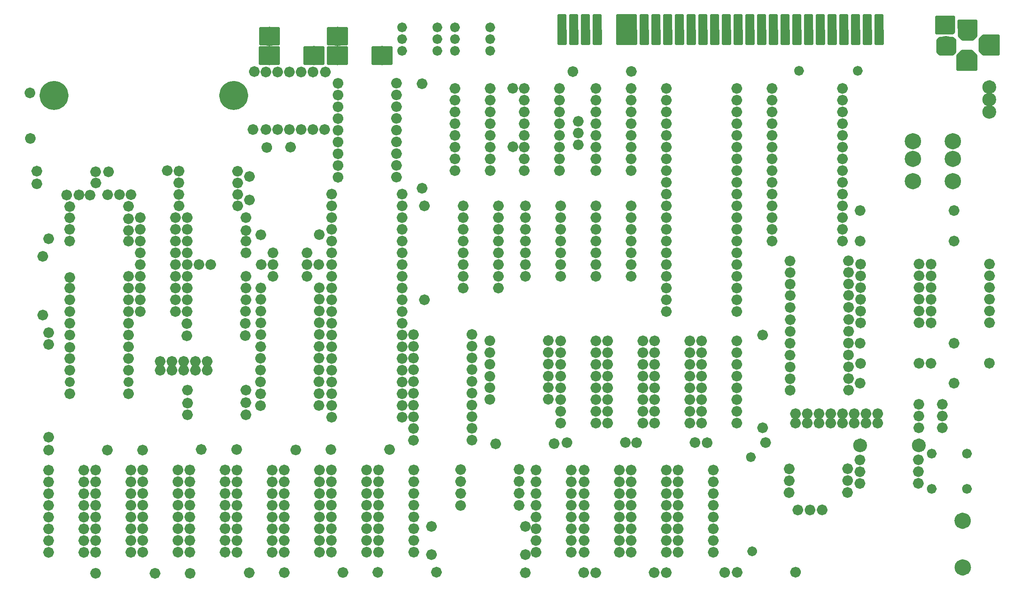
<source format=gbr>
%TF.GenerationSoftware,KiCad,Pcbnew,9.0.5*%
%TF.CreationDate,2026-01-24T19:47:24+00:00*%
%TF.ProjectId,issue3b,69737375-6533-4622-9e6b-696361645f70,3B*%
%TF.SameCoordinates,Original*%
%TF.FileFunction,Soldermask,Bot*%
%TF.FilePolarity,Negative*%
%FSLAX46Y46*%
G04 Gerber Fmt 4.6, Leading zero omitted, Abs format (unit mm)*
G04 Created by KiCad (PCBNEW 9.0.5) date 2026-01-24 19:47:24*
%MOMM*%
%LPD*%
G01*
G04 APERTURE LIST*
%ADD10C,1.189000*%
%ADD11C,0.505000*%
%ADD12C,0.000000*%
%ADD13C,2.078000*%
%ADD14C,1.800000*%
%ADD15C,1.062000*%
%ADD16C,1.951000*%
%ADD17C,1.500000*%
%ADD18C,1.100000*%
%ADD19C,3.157500*%
G04 APERTURE END LIST*
D10*
X238686800Y-83592400D02*
G75*
G02*
X237497800Y-83592400I-594500J0D01*
G01*
X237497800Y-83592400D02*
G75*
G02*
X238686800Y-83592400I594500J0D01*
G01*
D11*
X226168100Y-27264100D02*
X227653000Y-27266400D01*
D10*
X81024400Y-147975600D02*
G75*
G02*
X79835400Y-147975600I-594500J0D01*
G01*
X79835400Y-147975600D02*
G75*
G02*
X81024400Y-147975600I594500J0D01*
G01*
X68206700Y-130711300D02*
G75*
G02*
X67017700Y-130711300I-594500J0D01*
G01*
X67017700Y-130711300D02*
G75*
G02*
X68206700Y-130711300I594500J0D01*
G01*
X91158800Y-140882600D02*
G75*
G02*
X89969800Y-140882600I-594500J0D01*
G01*
X89969800Y-140882600D02*
G75*
G02*
X91158800Y-140882600I594500J0D01*
G01*
D11*
X247443000Y-34946000D02*
X246427000Y-35962000D01*
D10*
X121785700Y-143387100D02*
G75*
G02*
X120596700Y-143387100I-594500J0D01*
G01*
X120596700Y-143387100D02*
G75*
G02*
X121785700Y-143387100I594500J0D01*
G01*
X161169500Y-110384000D02*
G75*
G02*
X159980500Y-110384000I-594500J0D01*
G01*
X159980500Y-110384000D02*
G75*
G02*
X161169500Y-110384000I594500J0D01*
G01*
X129405700Y-130687100D02*
G75*
G02*
X128216700Y-130687100I-594500J0D01*
G01*
X128216700Y-130687100D02*
G75*
G02*
X129405700Y-130687100I594500J0D01*
G01*
X67697500Y-96414000D02*
G75*
G02*
X66508500Y-96414000I-594500J0D01*
G01*
X66508500Y-96414000D02*
G75*
G02*
X67697500Y-96414000I594500J0D01*
G01*
X176409500Y-78634000D02*
G75*
G02*
X175220500Y-78634000I-594500J0D01*
G01*
X175220500Y-78634000D02*
G75*
G02*
X176409500Y-78634000I594500J0D01*
G01*
X241261800Y-102544400D02*
G75*
G02*
X240072800Y-102544400I-594500J0D01*
G01*
X240072800Y-102544400D02*
G75*
G02*
X241261800Y-102544400I594500J0D01*
G01*
X129341600Y-103922800D02*
G75*
G02*
X128152600Y-103922800I-594500J0D01*
G01*
X128152600Y-103922800D02*
G75*
G02*
X129341600Y-103922800I594500J0D01*
G01*
X138309500Y-43074000D02*
G75*
G02*
X137120500Y-43074000I-594500J0D01*
G01*
X137120500Y-43074000D02*
G75*
G02*
X138309500Y-43074000I594500J0D01*
G01*
X191649500Y-105304000D02*
G75*
G02*
X190460500Y-105304000I-594500J0D01*
G01*
X190460500Y-105304000D02*
G75*
G02*
X191649500Y-105304000I594500J0D01*
G01*
X176456700Y-39396400D02*
G75*
G02*
X175267700Y-39396400I-594500J0D01*
G01*
X175267700Y-39396400D02*
G75*
G02*
X176456700Y-39396400I594500J0D01*
G01*
X96321600Y-91246900D02*
G75*
G02*
X95132600Y-91246900I-594500J0D01*
G01*
X95132600Y-91246900D02*
G75*
G02*
X96321600Y-91246900I594500J0D01*
G01*
X160915500Y-53234000D02*
G75*
G02*
X159726500Y-53234000I-594500J0D01*
G01*
X159726500Y-53234000D02*
G75*
G02*
X160915500Y-53234000I594500J0D01*
G01*
X50412400Y-138354000D02*
G75*
G02*
X49223400Y-138354000I-594500J0D01*
G01*
X49223400Y-138354000D02*
G75*
G02*
X50412400Y-138354000I594500J0D01*
G01*
X98778800Y-135802600D02*
G75*
G02*
X97589800Y-135802600I-594500J0D01*
G01*
X97589800Y-135802600D02*
G75*
G02*
X98778800Y-135802600I594500J0D01*
G01*
D11*
X222573000Y-27266400D02*
X222578300Y-33419700D01*
D10*
X67697500Y-73808000D02*
G75*
G02*
X66508500Y-73808000I-594500J0D01*
G01*
X66508500Y-73808000D02*
G75*
G02*
X67697500Y-73808000I594500J0D01*
G01*
X206889500Y-71014000D02*
G75*
G02*
X205700500Y-71014000I-594500J0D01*
G01*
X205700500Y-71014000D02*
G75*
G02*
X206889500Y-71014000I594500J0D01*
G01*
X68206700Y-125631000D02*
G75*
G02*
X67017700Y-125631000I-594500J0D01*
G01*
X67017700Y-125631000D02*
G75*
G02*
X68206700Y-125631000I594500J0D01*
G01*
X96399500Y-81174000D02*
G75*
G02*
X95210500Y-81174000I-594500J0D01*
G01*
X95210500Y-81174000D02*
G75*
G02*
X96399500Y-81174000I594500J0D01*
G01*
D12*
G36*
X212413000Y-27266400D02*
G01*
X212418300Y-33419700D01*
X210934900Y-33417600D01*
X210928100Y-27264100D01*
X212413000Y-27266400D01*
G37*
D13*
X113354000Y-31821800D02*
G75*
G02*
X111276000Y-31821800I-1039000J0D01*
G01*
X111276000Y-31821800D02*
G75*
G02*
X113354000Y-31821800I1039000J0D01*
G01*
D10*
X101385200Y-128157800D02*
G75*
G02*
X100196200Y-128157800I-594500J0D01*
G01*
X100196200Y-128157800D02*
G75*
G02*
X101385200Y-128157800I594500J0D01*
G01*
X184029500Y-81174000D02*
G75*
G02*
X182840500Y-81174000I-594500J0D01*
G01*
X182840500Y-81174000D02*
G75*
G02*
X184029500Y-81174000I594500J0D01*
G01*
X79635500Y-102129000D02*
G75*
G02*
X78446500Y-102129000I-594500J0D01*
G01*
X78446500Y-102129000D02*
G75*
G02*
X79635500Y-102129000I594500J0D01*
G01*
X55003000Y-99085600D02*
G75*
G02*
X53814000Y-99085600I-594500J0D01*
G01*
X53814000Y-99085600D02*
G75*
G02*
X55003000Y-99085600I594500J0D01*
G01*
X111639500Y-65934000D02*
G75*
G02*
X110450500Y-65934000I-594500J0D01*
G01*
X110450500Y-65934000D02*
G75*
G02*
X111639500Y-65934000I594500J0D01*
G01*
X111576300Y-130687200D02*
G75*
G02*
X110387300Y-130687200I-594500J0D01*
G01*
X110387300Y-130687200D02*
G75*
G02*
X111576300Y-130687200I594500J0D01*
G01*
X125656700Y-41936400D02*
G75*
G02*
X124467700Y-41936400I-594500J0D01*
G01*
X124467700Y-41936400D02*
G75*
G02*
X125656700Y-41936400I594500J0D01*
G01*
X153549500Y-83714000D02*
G75*
G02*
X152360500Y-83714000I-594500J0D01*
G01*
X152360500Y-83714000D02*
G75*
G02*
X153549500Y-83714000I594500J0D01*
G01*
X168789500Y-83714000D02*
G75*
G02*
X167600500Y-83714000I-594500J0D01*
G01*
X167600500Y-83714000D02*
G75*
G02*
X168789500Y-83714000I594500J0D01*
G01*
X241285600Y-88708800D02*
G75*
G02*
X240096600Y-88708800I-594500J0D01*
G01*
X240096600Y-88708800D02*
G75*
G02*
X241285600Y-88708800I594500J0D01*
G01*
X126879500Y-83714000D02*
G75*
G02*
X125690500Y-83714000I-594500J0D01*
G01*
X125690500Y-83714000D02*
G75*
G02*
X126879500Y-83714000I594500J0D01*
G01*
X73438200Y-147961000D02*
G75*
G02*
X72249200Y-147961000I-594500J0D01*
G01*
X72249200Y-147961000D02*
G75*
G02*
X73438200Y-147961000I594500J0D01*
G01*
X206889500Y-60854000D02*
G75*
G02*
X205700500Y-60854000I-594500J0D01*
G01*
X205700500Y-60854000D02*
G75*
G02*
X206889500Y-60854000I594500J0D01*
G01*
X153549500Y-81174000D02*
G75*
G02*
X152360500Y-81174000I-594500J0D01*
G01*
X152360500Y-81174000D02*
G75*
G02*
X153549500Y-81174000I594500J0D01*
G01*
X126879500Y-106574000D02*
G75*
G02*
X125690500Y-106574000I-594500J0D01*
G01*
X125690500Y-106574000D02*
G75*
G02*
X126879500Y-106574000I594500J0D01*
G01*
X158492800Y-100176700D02*
G75*
G02*
X157303800Y-100176700I-594500J0D01*
G01*
X157303800Y-100176700D02*
G75*
G02*
X158492800Y-100176700I594500J0D01*
G01*
X173869500Y-130704000D02*
G75*
G02*
X172680500Y-130704000I-594500J0D01*
G01*
X172680500Y-130704000D02*
G75*
G02*
X173869500Y-130704000I594500J0D01*
G01*
X163455500Y-143404000D02*
G75*
G02*
X162266500Y-143404000I-594500J0D01*
G01*
X162266500Y-143404000D02*
G75*
G02*
X163455500Y-143404000I594500J0D01*
G01*
X199269500Y-81174000D02*
G75*
G02*
X198080500Y-81174000I-594500J0D01*
G01*
X198080500Y-81174000D02*
G75*
G02*
X199269500Y-81174000I594500J0D01*
G01*
X129341600Y-96326900D02*
G75*
G02*
X128152600Y-96326900I-594500J0D01*
G01*
X128152600Y-96326900D02*
G75*
G02*
X129341600Y-96326900I594500J0D01*
G01*
X222129500Y-115464000D02*
G75*
G02*
X220940500Y-115464000I-594500J0D01*
G01*
X220940500Y-115464000D02*
G75*
G02*
X222129500Y-115464000I594500J0D01*
G01*
D11*
X213468100Y-27264100D02*
X214953000Y-27266400D01*
D10*
X126879500Y-86254000D02*
G75*
G02*
X125690500Y-86254000I-594500J0D01*
G01*
X125690500Y-86254000D02*
G75*
G02*
X126879500Y-86254000I594500J0D01*
G01*
X74555500Y-102129000D02*
G75*
G02*
X73366500Y-102129000I-594500J0D01*
G01*
X73366500Y-102129000D02*
G75*
G02*
X74555500Y-102129000I594500J0D01*
G01*
X199269500Y-105304000D02*
G75*
G02*
X198080500Y-105304000I-594500J0D01*
G01*
X198080500Y-105304000D02*
G75*
G02*
X199269500Y-105304000I594500J0D01*
G01*
X91099400Y-121181400D02*
G75*
G02*
X89910400Y-121181400I-594500J0D01*
G01*
X89910400Y-121181400D02*
G75*
G02*
X91099400Y-121181400I594500J0D01*
G01*
X152180200Y-125485000D02*
G75*
G02*
X150991200Y-125485000I-594500J0D01*
G01*
X150991200Y-125485000D02*
G75*
G02*
X152180200Y-125485000I594500J0D01*
G01*
X50425500Y-121306000D02*
G75*
G02*
X49236500Y-121306000I-594500J0D01*
G01*
X49236500Y-121306000D02*
G75*
G02*
X50425500Y-121306000I594500J0D01*
G01*
D11*
X214953000Y-27266400D02*
X214958300Y-33419700D01*
D10*
X166249500Y-130704000D02*
G75*
G02*
X165060500Y-130704000I-594500J0D01*
G01*
X165060500Y-130704000D02*
G75*
G02*
X166249500Y-130704000I594500J0D01*
G01*
X186569500Y-128164000D02*
G75*
G02*
X185380500Y-128164000I-594500J0D01*
G01*
X185380500Y-128164000D02*
G75*
G02*
X186569500Y-128164000I594500J0D01*
G01*
D14*
X246311000Y-63140000D02*
G75*
G02*
X244511000Y-63140000I-900000J0D01*
G01*
X244511000Y-63140000D02*
G75*
G02*
X246311000Y-63140000I900000J0D01*
G01*
D11*
X165214900Y-33417600D02*
X165208100Y-27264100D01*
D10*
X186569500Y-133244000D02*
G75*
G02*
X185380500Y-133244000I-594500J0D01*
G01*
X185380500Y-133244000D02*
G75*
G02*
X186569500Y-133244000I594500J0D01*
G01*
X108911700Y-109090600D02*
G75*
G02*
X107722700Y-109090600I-594500J0D01*
G01*
X107722700Y-109090600D02*
G75*
G02*
X108911700Y-109090600I594500J0D01*
G01*
X227209500Y-113432000D02*
G75*
G02*
X226020500Y-113432000I-594500J0D01*
G01*
X226020500Y-113432000D02*
G75*
G02*
X227209500Y-113432000I594500J0D01*
G01*
X96321600Y-96326900D02*
G75*
G02*
X95132600Y-96326900I-594500J0D01*
G01*
X95132600Y-96326900D02*
G75*
G02*
X96321600Y-96326900I594500J0D01*
G01*
X178949500Y-115464000D02*
G75*
G02*
X177760500Y-115464000I-594500J0D01*
G01*
X177760500Y-115464000D02*
G75*
G02*
X178949500Y-115464000I594500J0D01*
G01*
X226045600Y-83628800D02*
G75*
G02*
X224856600Y-83628800I-594500J0D01*
G01*
X224856600Y-83628800D02*
G75*
G02*
X226045600Y-83628800I594500J0D01*
G01*
X78584100Y-63484100D02*
G75*
G02*
X77395100Y-63484100I-594500J0D01*
G01*
X77395100Y-63484100D02*
G75*
G02*
X78584100Y-63484100I594500J0D01*
G01*
X181489500Y-107844000D02*
G75*
G02*
X180300500Y-107844000I-594500J0D01*
G01*
X180300500Y-107844000D02*
G75*
G02*
X181489500Y-107844000I594500J0D01*
G01*
X80319600Y-93939300D02*
G75*
G02*
X79130600Y-93939300I-594500J0D01*
G01*
X79130600Y-93939300D02*
G75*
G02*
X80319600Y-93939300I594500J0D01*
G01*
X171329500Y-97684000D02*
G75*
G02*
X170140500Y-97684000I-594500J0D01*
G01*
X170140500Y-97684000D02*
G75*
G02*
X171329500Y-97684000I594500J0D01*
G01*
X126879500Y-101494000D02*
G75*
G02*
X125690500Y-101494000I-594500J0D01*
G01*
X125690500Y-101494000D02*
G75*
G02*
X126879500Y-101494000I594500J0D01*
G01*
D11*
X95616000Y-33483500D02*
X95615300Y-30014200D01*
D10*
X103880000Y-121273000D02*
G75*
G02*
X102691000Y-121273000I-594500J0D01*
G01*
X102691000Y-121273000D02*
G75*
G02*
X103880000Y-121273000I594500J0D01*
G01*
X96256600Y-104001000D02*
G75*
G02*
X95067600Y-104001000I-594500J0D01*
G01*
X95067600Y-104001000D02*
G75*
G02*
X96256600Y-104001000I594500J0D01*
G01*
X246259500Y-76094000D02*
G75*
G02*
X245070500Y-76094000I-594500J0D01*
G01*
X245070500Y-76094000D02*
G75*
G02*
X246259500Y-76094000I594500J0D01*
G01*
X153295500Y-55774000D02*
G75*
G02*
X152106500Y-55774000I-594500J0D01*
G01*
X152106500Y-55774000D02*
G75*
G02*
X153295500Y-55774000I594500J0D01*
G01*
X68206700Y-133251100D02*
G75*
G02*
X67017700Y-133251100I-594500J0D01*
G01*
X67017700Y-133251100D02*
G75*
G02*
X68206700Y-133251100I594500J0D01*
G01*
X163455500Y-130704000D02*
G75*
G02*
X162266500Y-130704000I-594500J0D01*
G01*
X162266500Y-130704000D02*
G75*
G02*
X163455500Y-130704000I594500J0D01*
G01*
D15*
X145866000Y-34946000D02*
G75*
G02*
X144804000Y-34946000I-531000J0D01*
G01*
X144804000Y-34946000D02*
G75*
G02*
X145866000Y-34946000I531000J0D01*
G01*
D10*
X111639500Y-76094000D02*
G75*
G02*
X110450500Y-76094000I-594500J0D01*
G01*
X110450500Y-76094000D02*
G75*
G02*
X111639500Y-76094000I594500J0D01*
G01*
D11*
X99615000Y-34184000D02*
X99615000Y-37740000D01*
D10*
X101385200Y-138317800D02*
G75*
G02*
X100196200Y-138317800I-594500J0D01*
G01*
X100196200Y-138317800D02*
G75*
G02*
X101385200Y-138317800I594500J0D01*
G01*
D11*
X245665000Y-30882000D02*
X245411000Y-31136000D01*
D10*
X70237500Y-86254000D02*
G75*
G02*
X69048500Y-86254000I-594500J0D01*
G01*
X69048500Y-86254000D02*
G75*
G02*
X70237500Y-86254000I594500J0D01*
G01*
D11*
X176858300Y-33419700D02*
X175374900Y-33417600D01*
D10*
X189109500Y-112924000D02*
G75*
G02*
X187920500Y-112924000I-594500J0D01*
G01*
X187920500Y-112924000D02*
G75*
G02*
X189109500Y-112924000I594500J0D01*
G01*
X101385200Y-143397800D02*
G75*
G02*
X100196200Y-143397800I-594500J0D01*
G01*
X100196200Y-143397800D02*
G75*
G02*
X101385200Y-143397800I594500J0D01*
G01*
X67697500Y-91334000D02*
G75*
G02*
X66508500Y-91334000I-594500J0D01*
G01*
X66508500Y-91334000D02*
G75*
G02*
X67697500Y-91334000I594500J0D01*
G01*
X243719500Y-116480000D02*
G75*
G02*
X242530500Y-116480000I-594500J0D01*
G01*
X242530500Y-116480000D02*
G75*
G02*
X243719500Y-116480000I594500J0D01*
G01*
X166249500Y-140864000D02*
G75*
G02*
X165060500Y-140864000I-594500J0D01*
G01*
X165060500Y-140864000D02*
G75*
G02*
X166249500Y-140864000I594500J0D01*
G01*
X223253500Y-127900200D02*
G75*
G02*
X222064500Y-127900200I-594500J0D01*
G01*
X222064500Y-127900200D02*
G75*
G02*
X223253500Y-127900200I594500J0D01*
G01*
X129341600Y-101406900D02*
G75*
G02*
X128152600Y-101406900I-594500J0D01*
G01*
X128152600Y-101406900D02*
G75*
G02*
X129341600Y-101406900I594500J0D01*
G01*
X77857500Y-76094000D02*
G75*
G02*
X76668500Y-76094000I-594500J0D01*
G01*
X76668500Y-76094000D02*
G75*
G02*
X77857500Y-76094000I594500J0D01*
G01*
X173869500Y-138324000D02*
G75*
G02*
X172680500Y-138324000I-594500J0D01*
G01*
X172680500Y-138324000D02*
G75*
G02*
X173869500Y-138324000I594500J0D01*
G01*
X160915500Y-60854000D02*
G75*
G02*
X159726500Y-60854000I-594500J0D01*
G01*
X159726500Y-60854000D02*
G75*
G02*
X160915500Y-60854000I594500J0D01*
G01*
D11*
X185528100Y-27264100D02*
X187013000Y-27266400D01*
D12*
G36*
X245665000Y-30882000D02*
G01*
X245411000Y-31136000D01*
X241855000Y-31136000D01*
X241855000Y-27580000D01*
X245665000Y-27580000D01*
X245665000Y-30882000D01*
G37*
D10*
X133229500Y-137816000D02*
G75*
G02*
X132040500Y-137816000I-594500J0D01*
G01*
X132040500Y-137816000D02*
G75*
G02*
X133229500Y-137816000I594500J0D01*
G01*
D11*
X220033000Y-27266400D02*
X220038300Y-33419700D01*
D10*
X186569500Y-140864000D02*
G75*
G02*
X185380500Y-140864000I-594500J0D01*
G01*
X185380500Y-140864000D02*
G75*
G02*
X186569500Y-140864000I594500J0D01*
G01*
D11*
X250491000Y-28469000D02*
X250491000Y-31771000D01*
D10*
X106305500Y-78634000D02*
G75*
G02*
X105116500Y-78634000I-594500J0D01*
G01*
X105116500Y-78634000D02*
G75*
G02*
X106305500Y-78634000I594500J0D01*
G01*
X138309500Y-55774000D02*
G75*
G02*
X137120500Y-55774000I-594500J0D01*
G01*
X137120500Y-55774000D02*
G75*
G02*
X138309500Y-55774000I594500J0D01*
G01*
D11*
X194638300Y-33419700D02*
X193154900Y-33417600D01*
D10*
X223455800Y-90422700D02*
G75*
G02*
X222266800Y-90422700I-594500J0D01*
G01*
X222266800Y-90422700D02*
G75*
G02*
X223455800Y-90422700I594500J0D01*
G01*
X206889500Y-63394000D02*
G75*
G02*
X205700500Y-63394000I-594500J0D01*
G01*
X205700500Y-63394000D02*
G75*
G02*
X206889500Y-63394000I594500J0D01*
G01*
X168789500Y-68474000D02*
G75*
G02*
X167600500Y-68474000I-594500J0D01*
G01*
X167600500Y-68474000D02*
G75*
G02*
X168789500Y-68474000I594500J0D01*
G01*
D12*
G36*
X169233000Y-27266400D02*
G01*
X169238300Y-33419700D01*
X167754900Y-33417600D01*
X167748100Y-27264100D01*
X169233000Y-27266400D01*
G37*
D10*
X176409500Y-83714000D02*
G75*
G02*
X175220500Y-83714000I-594500J0D01*
G01*
X175220500Y-83714000D02*
G75*
G02*
X176409500Y-83714000I594500J0D01*
G01*
X108845500Y-81174000D02*
G75*
G02*
X107656500Y-81174000I-594500J0D01*
G01*
X107656500Y-81174000D02*
G75*
G02*
X108845500Y-81174000I594500J0D01*
G01*
X217049500Y-113432000D02*
G75*
G02*
X215860500Y-113432000I-594500J0D01*
G01*
X215860500Y-113432000D02*
G75*
G02*
X217049500Y-113432000I594500J0D01*
G01*
X158492800Y-97611300D02*
G75*
G02*
X157303800Y-97611300I-594500J0D01*
G01*
X157303800Y-97611300D02*
G75*
G02*
X158492800Y-97611300I594500J0D01*
G01*
X158492800Y-105307500D02*
G75*
G02*
X157303800Y-105307500I-594500J0D01*
G01*
X157303800Y-105307500D02*
G75*
G02*
X158492800Y-105307500I594500J0D01*
G01*
X119196300Y-138307200D02*
G75*
G02*
X118007300Y-138307200I-594500J0D01*
G01*
X118007300Y-138307200D02*
G75*
G02*
X119196300Y-138307200I594500J0D01*
G01*
D11*
X245411000Y-31136000D02*
X241855000Y-31136000D01*
D10*
X68206700Y-143411100D02*
G75*
G02*
X67017700Y-143411100I-594500J0D01*
G01*
X67017700Y-143411100D02*
G75*
G02*
X68206700Y-143411100I594500J0D01*
G01*
D11*
X245424700Y-32157800D02*
X245877500Y-32610600D01*
X185534900Y-33417600D02*
X185528100Y-27264100D01*
D10*
X160915500Y-58314000D02*
G75*
G02*
X159726500Y-58314000I-594500J0D01*
G01*
X159726500Y-58314000D02*
G75*
G02*
X160915500Y-58314000I594500J0D01*
G01*
X190228300Y-119669100D02*
G75*
G02*
X189039300Y-119669100I-594500J0D01*
G01*
X189039300Y-119669100D02*
G75*
G02*
X190228300Y-119669100I594500J0D01*
G01*
D12*
G36*
X161613000Y-27266400D02*
G01*
X161618300Y-33419700D01*
X160134900Y-33417600D01*
X160128100Y-27264100D01*
X161613000Y-27266400D01*
G37*
D10*
X176409500Y-135784000D02*
G75*
G02*
X175220500Y-135784000I-594500J0D01*
G01*
X175220500Y-135784000D02*
G75*
G02*
X176409500Y-135784000I594500J0D01*
G01*
X206889500Y-45614000D02*
G75*
G02*
X205700500Y-45614000I-594500J0D01*
G01*
X205700500Y-45614000D02*
G75*
G02*
X206889500Y-45614000I594500J0D01*
G01*
X141982800Y-103886400D02*
G75*
G02*
X140793800Y-103886400I-594500J0D01*
G01*
X140793800Y-103886400D02*
G75*
G02*
X141982800Y-103886400I594500J0D01*
G01*
X111639500Y-78634000D02*
G75*
G02*
X110450500Y-78634000I-594500J0D01*
G01*
X110450500Y-78634000D02*
G75*
G02*
X111639500Y-78634000I594500J0D01*
G01*
X152175100Y-133259100D02*
G75*
G02*
X150986100Y-133259100I-594500J0D01*
G01*
X150986100Y-133259100D02*
G75*
G02*
X152175100Y-133259100I594500J0D01*
G01*
X49155500Y-79396000D02*
G75*
G02*
X47966500Y-79396000I-594500J0D01*
G01*
X47966500Y-79396000D02*
G75*
G02*
X49155500Y-79396000I594500J0D01*
G01*
D11*
X251253000Y-34946000D02*
X252015000Y-35708000D01*
D10*
X131705500Y-68474000D02*
G75*
G02*
X130516500Y-68474000I-594500J0D01*
G01*
X130516500Y-68474000D02*
G75*
G02*
X131705500Y-68474000I594500J0D01*
G01*
X67697500Y-83714000D02*
G75*
G02*
X66508500Y-83714000I-594500J0D01*
G01*
X66508500Y-83714000D02*
G75*
G02*
X67697500Y-83714000I594500J0D01*
G01*
X238540200Y-128494800D02*
G75*
G02*
X237351200Y-128494800I-594500J0D01*
G01*
X237351200Y-128494800D02*
G75*
G02*
X238540200Y-128494800I594500J0D01*
G01*
X253926700Y-91212400D02*
G75*
G02*
X252737700Y-91212400I-594500J0D01*
G01*
X252737700Y-91212400D02*
G75*
G02*
X253926700Y-91212400I594500J0D01*
G01*
D11*
X246427000Y-35962000D02*
X246427000Y-39010000D01*
D10*
X102495500Y-51964000D02*
G75*
G02*
X101306500Y-51964000I-594500J0D01*
G01*
X101306500Y-51964000D02*
G75*
G02*
X102495500Y-51964000I594500J0D01*
G01*
D13*
X113354000Y-35962000D02*
G75*
G02*
X111276000Y-35962000I-1039000J0D01*
G01*
X111276000Y-35962000D02*
G75*
G02*
X113354000Y-35962000I1039000J0D01*
G01*
D11*
X200768100Y-27264100D02*
X202253000Y-27266400D01*
D10*
X243719500Y-113940000D02*
G75*
G02*
X242530500Y-113940000I-594500J0D01*
G01*
X242530500Y-113940000D02*
G75*
G02*
X243719500Y-113940000I594500J0D01*
G01*
X223480600Y-93061600D02*
G75*
G02*
X222291600Y-93061600I-594500J0D01*
G01*
X222291600Y-93061600D02*
G75*
G02*
X223480600Y-93061600I594500J0D01*
G01*
X141982800Y-101370500D02*
G75*
G02*
X140793800Y-101370500I-594500J0D01*
G01*
X140793800Y-101370500D02*
G75*
G02*
X141982800Y-101370500I594500J0D01*
G01*
X92960800Y-96544500D02*
G75*
G02*
X91771800Y-96544500I-594500J0D01*
G01*
X91771800Y-96544500D02*
G75*
G02*
X92960800Y-96544500I594500J0D01*
G01*
D13*
X123006000Y-35962000D02*
G75*
G02*
X120928000Y-35962000I-1039000J0D01*
G01*
X120928000Y-35962000D02*
G75*
G02*
X123006000Y-35962000I1039000J0D01*
G01*
D14*
X237675000Y-63140000D02*
G75*
G02*
X235875000Y-63140000I-900000J0D01*
G01*
X235875000Y-63140000D02*
G75*
G02*
X237675000Y-63140000I900000J0D01*
G01*
D10*
X126879500Y-109114000D02*
G75*
G02*
X125690500Y-109114000I-594500J0D01*
G01*
X125690500Y-109114000D02*
G75*
G02*
X126879500Y-109114000I594500J0D01*
G01*
X181489500Y-112924000D02*
G75*
G02*
X180300500Y-112924000I-594500J0D01*
G01*
X180300500Y-112924000D02*
G75*
G02*
X181489500Y-112924000I594500J0D01*
G01*
X160915500Y-43074000D02*
G75*
G02*
X159726500Y-43074000I-594500J0D01*
G01*
X159726500Y-43074000D02*
G75*
G02*
X160915500Y-43074000I594500J0D01*
G01*
X67697500Y-104034000D02*
G75*
G02*
X66508500Y-104034000I-594500J0D01*
G01*
X66508500Y-104034000D02*
G75*
G02*
X67697500Y-104034000I594500J0D01*
G01*
D11*
X188068100Y-27264100D02*
X189553000Y-27266400D01*
D10*
X54997500Y-86254000D02*
G75*
G02*
X53808500Y-86254000I-594500J0D01*
G01*
X53808500Y-86254000D02*
G75*
G02*
X54997500Y-86254000I594500J0D01*
G01*
X58032400Y-130734000D02*
G75*
G02*
X56843400Y-130734000I-594500J0D01*
G01*
X56843400Y-130734000D02*
G75*
G02*
X58032400Y-130734000I594500J0D01*
G01*
X176409500Y-73554000D02*
G75*
G02*
X175220500Y-73554000I-594500J0D01*
G01*
X175220500Y-73554000D02*
G75*
G02*
X176409500Y-73554000I594500J0D01*
G01*
X224669500Y-115464000D02*
G75*
G02*
X223480500Y-115464000I-594500J0D01*
G01*
X223480500Y-115464000D02*
G75*
G02*
X224669500Y-115464000I594500J0D01*
G01*
D11*
X175368100Y-27264100D02*
X176853000Y-27266400D01*
D10*
X93097500Y-86254000D02*
G75*
G02*
X91908500Y-86254000I-594500J0D01*
G01*
X91908500Y-86254000D02*
G75*
G02*
X93097500Y-86254000I594500J0D01*
G01*
X129405700Y-143387100D02*
G75*
G02*
X128216700Y-143387100I-594500J0D01*
G01*
X128216700Y-143387100D02*
G75*
G02*
X129405700Y-143387100I594500J0D01*
G01*
X80965500Y-133229300D02*
G75*
G02*
X79776500Y-133229300I-594500J0D01*
G01*
X79776500Y-133229300D02*
G75*
G02*
X80965500Y-133229300I594500J0D01*
G01*
X153549500Y-78634000D02*
G75*
G02*
X152360500Y-78634000I-594500J0D01*
G01*
X152360500Y-78634000D02*
G75*
G02*
X153549500Y-78634000I594500J0D01*
G01*
X215113900Y-134260000D02*
G75*
G02*
X213924900Y-134260000I-594500J0D01*
G01*
X213924900Y-134260000D02*
G75*
G02*
X215113900Y-134260000I594500J0D01*
G01*
X111639500Y-88794000D02*
G75*
G02*
X110450500Y-88794000I-594500J0D01*
G01*
X110450500Y-88794000D02*
G75*
G02*
X111639500Y-88794000I594500J0D01*
G01*
X246259500Y-69490000D02*
G75*
G02*
X245070500Y-69490000I-594500J0D01*
G01*
X245070500Y-69490000D02*
G75*
G02*
X246259500Y-69490000I594500J0D01*
G01*
X161169500Y-100224000D02*
G75*
G02*
X159980500Y-100224000I-594500J0D01*
G01*
X159980500Y-100224000D02*
G75*
G02*
X161169500Y-100224000I594500J0D01*
G01*
X206889500Y-76094000D02*
G75*
G02*
X205700500Y-76094000I-594500J0D01*
G01*
X205700500Y-76094000D02*
G75*
G02*
X206889500Y-76094000I594500J0D01*
G01*
X108922700Y-98888400D02*
G75*
G02*
X107733700Y-98888400I-594500J0D01*
G01*
X107733700Y-98888400D02*
G75*
G02*
X108922700Y-98888400I594500J0D01*
G01*
D14*
X246311000Y-58314000D02*
G75*
G02*
X244511000Y-58314000I-900000J0D01*
G01*
X244511000Y-58314000D02*
G75*
G02*
X246311000Y-58314000I900000J0D01*
G01*
D10*
X131197500Y-42058000D02*
G75*
G02*
X130008500Y-42058000I-594500J0D01*
G01*
X130008500Y-42058000D02*
G75*
G02*
X131197500Y-42058000I594500J0D01*
G01*
X153295500Y-60854000D02*
G75*
G02*
X152106500Y-60854000I-594500J0D01*
G01*
X152106500Y-60854000D02*
G75*
G02*
X153295500Y-60854000I594500J0D01*
G01*
X141982800Y-114070500D02*
G75*
G02*
X140793800Y-114070500I-594500J0D01*
G01*
X140793800Y-114070500D02*
G75*
G02*
X141982800Y-114070500I594500J0D01*
G01*
X77857500Y-71014000D02*
G75*
G02*
X76668500Y-71014000I-594500J0D01*
G01*
X76668500Y-71014000D02*
G75*
G02*
X77857500Y-71014000I594500J0D01*
G01*
D11*
X247516900Y-32533000D02*
X246719700Y-31776600D01*
D10*
X63125500Y-121306000D02*
G75*
G02*
X61936500Y-121306000I-594500J0D01*
G01*
X61936500Y-121306000D02*
G75*
G02*
X63125500Y-121306000I594500J0D01*
G01*
X253926700Y-83592400D02*
G75*
G02*
X252737700Y-83592400I-594500J0D01*
G01*
X252737700Y-83592400D02*
G75*
G02*
X253926700Y-83592400I594500J0D01*
G01*
D11*
X179393000Y-27266400D02*
X179398300Y-33419700D01*
X223634900Y-33417600D02*
X223628100Y-27264100D01*
D16*
X249434900Y-30120000D02*
G75*
G02*
X247483900Y-30120000I-975500J0D01*
G01*
X247483900Y-30120000D02*
G75*
G02*
X249434900Y-30120000I975500J0D01*
G01*
D10*
X199269500Y-68474000D02*
G75*
G02*
X198080500Y-68474000I-594500J0D01*
G01*
X198080500Y-68474000D02*
G75*
G02*
X199269500Y-68474000I594500J0D01*
G01*
X92960800Y-93902900D02*
G75*
G02*
X91771800Y-93902900I-594500J0D01*
G01*
X91771800Y-93902900D02*
G75*
G02*
X92960800Y-93902900I594500J0D01*
G01*
X88585500Y-128149400D02*
G75*
G02*
X87396500Y-128149400I-594500J0D01*
G01*
X87396500Y-128149400D02*
G75*
G02*
X88585500Y-128149400I594500J0D01*
G01*
X80397500Y-88794000D02*
G75*
G02*
X79208500Y-88794000I-594500J0D01*
G01*
X79208500Y-88794000D02*
G75*
G02*
X80397500Y-88794000I594500J0D01*
G01*
X181489500Y-115464000D02*
G75*
G02*
X180300500Y-115464000I-594500J0D01*
G01*
X180300500Y-115464000D02*
G75*
G02*
X181489500Y-115464000I594500J0D01*
G01*
X80965500Y-125609400D02*
G75*
G02*
X79776500Y-125609400I-594500J0D01*
G01*
X79776500Y-125609400D02*
G75*
G02*
X80965500Y-125609400I594500J0D01*
G01*
D12*
G36*
X176853000Y-27266400D02*
G01*
X176858300Y-33419700D01*
X175374900Y-33417600D01*
X175368100Y-27264100D01*
X176853000Y-27266400D01*
G37*
G36*
X207333000Y-27266400D02*
G01*
X207338300Y-33419700D01*
X205854900Y-33417600D01*
X205848100Y-27264100D01*
X207333000Y-27266400D01*
G37*
D10*
X171329500Y-112924000D02*
G75*
G02*
X170140500Y-112924000I-594500J0D01*
G01*
X170140500Y-112924000D02*
G75*
G02*
X171329500Y-112924000I594500J0D01*
G01*
X70237500Y-83714000D02*
G75*
G02*
X69048500Y-83714000I-594500J0D01*
G01*
X69048500Y-83714000D02*
G75*
G02*
X70237500Y-83714000I594500J0D01*
G01*
X58032400Y-138354000D02*
G75*
G02*
X56843400Y-138354000I-594500J0D01*
G01*
X56843400Y-138354000D02*
G75*
G02*
X58032400Y-138354000I594500J0D01*
G01*
D11*
X161613000Y-27266400D02*
X161618300Y-33419700D01*
X199713000Y-27266400D02*
X199718300Y-33419700D01*
X245665000Y-27580000D02*
X245665000Y-30882000D01*
D10*
X67697500Y-88794000D02*
G75*
G02*
X66508500Y-88794000I-594500J0D01*
G01*
X66508500Y-88794000D02*
G75*
G02*
X67697500Y-88794000I594500J0D01*
G01*
X98939500Y-81174000D02*
G75*
G02*
X97750500Y-81174000I-594500J0D01*
G01*
X97750500Y-81174000D02*
G75*
G02*
X98939500Y-81174000I594500J0D01*
G01*
X176409500Y-50694000D02*
G75*
G02*
X175220500Y-50694000I-594500J0D01*
G01*
X175220500Y-50694000D02*
G75*
G02*
X176409500Y-50694000I594500J0D01*
G01*
D11*
X182994900Y-33417600D02*
X182988100Y-27264100D01*
D10*
X155835500Y-130704000D02*
G75*
G02*
X154646500Y-130704000I-594500J0D01*
G01*
X154646500Y-130704000D02*
G75*
G02*
X155835500Y-130704000I594500J0D01*
G01*
X113015600Y-41972800D02*
G75*
G02*
X111826600Y-41972800I-594500J0D01*
G01*
X111826600Y-41972800D02*
G75*
G02*
X113015600Y-41972800I594500J0D01*
G01*
X199269500Y-60854000D02*
G75*
G02*
X198080500Y-60854000I-594500J0D01*
G01*
X198080500Y-60854000D02*
G75*
G02*
X199269500Y-60854000I594500J0D01*
G01*
D11*
X249475000Y-34946000D02*
X247443000Y-34946000D01*
D10*
X184029500Y-68474000D02*
G75*
G02*
X182840500Y-68474000I-594500J0D01*
G01*
X182840500Y-68474000D02*
G75*
G02*
X184029500Y-68474000I594500J0D01*
G01*
X147121600Y-119948900D02*
G75*
G02*
X145932600Y-119948900I-594500J0D01*
G01*
X145932600Y-119948900D02*
G75*
G02*
X147121600Y-119948900I594500J0D01*
G01*
X171329500Y-115464000D02*
G75*
G02*
X170140500Y-115464000I-594500J0D01*
G01*
X170140500Y-115464000D02*
G75*
G02*
X171329500Y-115464000I594500J0D01*
G01*
D15*
X248990000Y-129688000D02*
G75*
G02*
X247928000Y-129688000I-531000J0D01*
G01*
X247928000Y-129688000D02*
G75*
G02*
X248990000Y-129688000I531000J0D01*
G01*
D10*
X60634900Y-63526000D02*
G75*
G02*
X59445900Y-63526000I-594500J0D01*
G01*
X59445900Y-63526000D02*
G75*
G02*
X60634900Y-63526000I594500J0D01*
G01*
X199269500Y-110384000D02*
G75*
G02*
X198080500Y-110384000I-594500J0D01*
G01*
X198080500Y-110384000D02*
G75*
G02*
X199269500Y-110384000I594500J0D01*
G01*
X181395700Y-147806100D02*
G75*
G02*
X180206700Y-147806100I-594500J0D01*
G01*
X180206700Y-147806100D02*
G75*
G02*
X181395700Y-147806100I594500J0D01*
G01*
X241285600Y-83628800D02*
G75*
G02*
X240096600Y-83628800I-594500J0D01*
G01*
X240096600Y-83628800D02*
G75*
G02*
X241285600Y-83628800I594500J0D01*
G01*
X76079500Y-60854000D02*
G75*
G02*
X74890500Y-60854000I-594500J0D01*
G01*
X74890500Y-60854000D02*
G75*
G02*
X76079500Y-60854000I594500J0D01*
G01*
X145929500Y-48154000D02*
G75*
G02*
X144740500Y-48154000I-594500J0D01*
G01*
X144740500Y-48154000D02*
G75*
G02*
X145929500Y-48154000I594500J0D01*
G01*
X82175500Y-102129000D02*
G75*
G02*
X80986500Y-102129000I-594500J0D01*
G01*
X80986500Y-102129000D02*
G75*
G02*
X82175500Y-102129000I594500J0D01*
G01*
X60586700Y-143411100D02*
G75*
G02*
X59397700Y-143411100I-594500J0D01*
G01*
X59397700Y-143411100D02*
G75*
G02*
X60586700Y-143411100I594500J0D01*
G01*
X94918200Y-39431300D02*
G75*
G02*
X93729200Y-39431300I-594500J0D01*
G01*
X93729200Y-39431300D02*
G75*
G02*
X94918200Y-39431300I594500J0D01*
G01*
D15*
X126816000Y-32406000D02*
G75*
G02*
X125754000Y-32406000I-531000J0D01*
G01*
X125754000Y-32406000D02*
G75*
G02*
X126816000Y-32406000I531000J0D01*
G01*
D10*
X166249500Y-128164000D02*
G75*
G02*
X165060500Y-128164000I-594500J0D01*
G01*
X165060500Y-128164000D02*
G75*
G02*
X166249500Y-128164000I594500J0D01*
G01*
X50412400Y-125654000D02*
G75*
G02*
X49223400Y-125654000I-594500J0D01*
G01*
X49223400Y-125654000D02*
G75*
G02*
X50412400Y-125654000I594500J0D01*
G01*
X121785700Y-140847100D02*
G75*
G02*
X120596700Y-140847100I-594500J0D01*
G01*
X120596700Y-140847100D02*
G75*
G02*
X121785700Y-140847100I594500J0D01*
G01*
D11*
X174104900Y-33417600D02*
X174098100Y-27264100D01*
D10*
X85477500Y-81174000D02*
G75*
G02*
X84288500Y-81174000I-594500J0D01*
G01*
X84288500Y-81174000D02*
G75*
G02*
X85477500Y-81174000I594500J0D01*
G01*
X176409500Y-143404000D02*
G75*
G02*
X175220500Y-143404000I-594500J0D01*
G01*
X175220500Y-143404000D02*
G75*
G02*
X176409500Y-143404000I594500J0D01*
G01*
X178949500Y-107844000D02*
G75*
G02*
X177760500Y-107844000I-594500J0D01*
G01*
X177760500Y-107844000D02*
G75*
G02*
X178949500Y-107844000I594500J0D01*
G01*
X238686800Y-86132400D02*
G75*
G02*
X237497800Y-86132400I-594500J0D01*
G01*
X237497800Y-86132400D02*
G75*
G02*
X238686800Y-86132400I594500J0D01*
G01*
X82175500Y-104034000D02*
G75*
G02*
X80986500Y-104034000I-594500J0D01*
G01*
X80986500Y-104034000D02*
G75*
G02*
X82175500Y-104034000I594500J0D01*
G01*
X168789500Y-50694000D02*
G75*
G02*
X167600500Y-50694000I-594500J0D01*
G01*
X167600500Y-50694000D02*
G75*
G02*
X168789500Y-50694000I594500J0D01*
G01*
X113015600Y-44512800D02*
G75*
G02*
X111826600Y-44512800I-594500J0D01*
G01*
X111826600Y-44512800D02*
G75*
G02*
X113015600Y-44512800I594500J0D01*
G01*
X54332500Y-66126800D02*
G75*
G02*
X53143500Y-66126800I-594500J0D01*
G01*
X53143500Y-66126800D02*
G75*
G02*
X54332500Y-66126800I594500J0D01*
G01*
X109005200Y-138317800D02*
G75*
G02*
X107816200Y-138317800I-594500J0D01*
G01*
X107816200Y-138317800D02*
G75*
G02*
X109005200Y-138317800I594500J0D01*
G01*
X253926700Y-86132400D02*
G75*
G02*
X252737700Y-86132400I-594500J0D01*
G01*
X252737700Y-86132400D02*
G75*
G02*
X253926700Y-86132400I594500J0D01*
G01*
X145929500Y-55774000D02*
G75*
G02*
X144740500Y-55774000I-594500J0D01*
G01*
X144740500Y-55774000D02*
G75*
G02*
X145929500Y-55774000I594500J0D01*
G01*
X214509500Y-113432000D02*
G75*
G02*
X213320500Y-113432000I-594500J0D01*
G01*
X213320500Y-113432000D02*
G75*
G02*
X214509500Y-113432000I594500J0D01*
G01*
D11*
X109267000Y-34184000D02*
X109267000Y-37740000D01*
D10*
X173869500Y-135784000D02*
G75*
G02*
X172680500Y-135784000I-594500J0D01*
G01*
X172680500Y-135784000D02*
G75*
G02*
X173869500Y-135784000I594500J0D01*
G01*
X54997500Y-91334000D02*
G75*
G02*
X53808500Y-91334000I-594500J0D01*
G01*
X53808500Y-91334000D02*
G75*
G02*
X54997500Y-91334000I594500J0D01*
G01*
X93093900Y-108333800D02*
G75*
G02*
X91904900Y-108333800I-594500J0D01*
G01*
X91904900Y-108333800D02*
G75*
G02*
X93093900Y-108333800I594500J0D01*
G01*
X222129500Y-65934000D02*
G75*
G02*
X220940500Y-65934000I-594500J0D01*
G01*
X220940500Y-65934000D02*
G75*
G02*
X222129500Y-65934000I594500J0D01*
G01*
X80397500Y-71014000D02*
G75*
G02*
X79208500Y-71014000I-594500J0D01*
G01*
X79208500Y-71014000D02*
G75*
G02*
X80397500Y-71014000I594500J0D01*
G01*
X68206700Y-138331100D02*
G75*
G02*
X67017700Y-138331100I-594500J0D01*
G01*
X67017700Y-138331100D02*
G75*
G02*
X68206700Y-138331100I594500J0D01*
G01*
X173869500Y-128164000D02*
G75*
G02*
X172680500Y-128164000I-594500J0D01*
G01*
X172680500Y-128164000D02*
G75*
G02*
X173869500Y-128164000I594500J0D01*
G01*
X222129500Y-73554000D02*
G75*
G02*
X220940500Y-73554000I-594500J0D01*
G01*
X220940500Y-73554000D02*
G75*
G02*
X222129500Y-73554000I594500J0D01*
G01*
X184029500Y-135784000D02*
G75*
G02*
X182840500Y-135784000I-594500J0D01*
G01*
X182840500Y-135784000D02*
G75*
G02*
X184029500Y-135784000I594500J0D01*
G01*
X68206700Y-140871100D02*
G75*
G02*
X67017700Y-140871100I-594500J0D01*
G01*
X67017700Y-140871100D02*
G75*
G02*
X68206700Y-140871100I594500J0D01*
G01*
D12*
G36*
X184473000Y-27266400D02*
G01*
X184478300Y-33419700D01*
X182994900Y-33417600D01*
X182988100Y-27264100D01*
X184473000Y-27266400D01*
G37*
D10*
X184029500Y-138324000D02*
G75*
G02*
X182840500Y-138324000I-594500J0D01*
G01*
X182840500Y-138324000D02*
G75*
G02*
X184029500Y-138324000I594500J0D01*
G01*
X131705500Y-88794000D02*
G75*
G02*
X130516500Y-88794000I-594500J0D01*
G01*
X130516500Y-88794000D02*
G75*
G02*
X131705500Y-88794000I594500J0D01*
G01*
X176409500Y-130704000D02*
G75*
G02*
X175220500Y-130704000I-594500J0D01*
G01*
X175220500Y-130704000D02*
G75*
G02*
X176409500Y-130704000I594500J0D01*
G01*
X199269500Y-91334000D02*
G75*
G02*
X198080500Y-91334000I-594500J0D01*
G01*
X198080500Y-91334000D02*
G75*
G02*
X199269500Y-91334000I594500J0D01*
G01*
X141982800Y-116585100D02*
G75*
G02*
X140793800Y-116585100I-594500J0D01*
G01*
X140793800Y-116585100D02*
G75*
G02*
X141982800Y-116585100I594500J0D01*
G01*
X93097500Y-78634000D02*
G75*
G02*
X91908500Y-78634000I-594500J0D01*
G01*
X91908500Y-78634000D02*
G75*
G02*
X93097500Y-78634000I594500J0D01*
G01*
X70780800Y-130683200D02*
G75*
G02*
X69591800Y-130683200I-594500J0D01*
G01*
X69591800Y-130683200D02*
G75*
G02*
X70780800Y-130683200I594500J0D01*
G01*
D12*
G36*
X217493000Y-27266400D02*
G01*
X217498300Y-33419700D01*
X216014900Y-33417600D01*
X216008100Y-27264100D01*
X217493000Y-27266400D01*
G37*
D10*
X222129500Y-60854000D02*
G75*
G02*
X220940500Y-60854000I-594500J0D01*
G01*
X220940500Y-60854000D02*
G75*
G02*
X222129500Y-60854000I594500J0D01*
G01*
X91319500Y-66010200D02*
G75*
G02*
X90130500Y-66010200I-594500J0D01*
G01*
X90130500Y-66010200D02*
G75*
G02*
X91319500Y-66010200I594500J0D01*
G01*
X80397500Y-86254000D02*
G75*
G02*
X79208500Y-86254000I-594500J0D01*
G01*
X79208500Y-86254000D02*
G75*
G02*
X80397500Y-86254000I594500J0D01*
G01*
D11*
X205848100Y-27264100D02*
X207333000Y-27266400D01*
D10*
X199269500Y-45614000D02*
G75*
G02*
X198080500Y-45614000I-594500J0D01*
G01*
X198080500Y-45614000D02*
G75*
G02*
X199269500Y-45614000I594500J0D01*
G01*
X129405700Y-140847100D02*
G75*
G02*
X128216700Y-140847100I-594500J0D01*
G01*
X128216700Y-140847100D02*
G75*
G02*
X129405700Y-140847100I594500J0D01*
G01*
D11*
X230198300Y-33419700D02*
X228714900Y-33417600D01*
D10*
X223211500Y-130477200D02*
G75*
G02*
X222022500Y-130477200I-594500J0D01*
G01*
X222022500Y-130477200D02*
G75*
G02*
X223211500Y-130477200I594500J0D01*
G01*
X168789500Y-53234000D02*
G75*
G02*
X167600500Y-53234000I-594500J0D01*
G01*
X167600500Y-53234000D02*
G75*
G02*
X168789500Y-53234000I594500J0D01*
G01*
D11*
X162668100Y-27264100D02*
X164153000Y-27266400D01*
X110271400Y-33487600D02*
X110283000Y-30006300D01*
D10*
X225939500Y-98192000D02*
G75*
G02*
X224750500Y-98192000I-594500J0D01*
G01*
X224750500Y-98192000D02*
G75*
G02*
X225939500Y-98192000I594500J0D01*
G01*
D11*
X242109000Y-35200000D02*
X242109000Y-32660000D01*
D10*
X91293800Y-60992900D02*
G75*
G02*
X90104800Y-60992900I-594500J0D01*
G01*
X90104800Y-60992900D02*
G75*
G02*
X91293800Y-60992900I594500J0D01*
G01*
X108883700Y-106512600D02*
G75*
G02*
X107694700Y-106512600I-594500J0D01*
G01*
X107694700Y-106512600D02*
G75*
G02*
X108883700Y-106512600I594500J0D01*
G01*
X58032400Y-140894000D02*
G75*
G02*
X56843400Y-140894000I-594500J0D01*
G01*
X56843400Y-140894000D02*
G75*
G02*
X58032400Y-140894000I594500J0D01*
G01*
X176409500Y-53234000D02*
G75*
G02*
X175220500Y-53234000I-594500J0D01*
G01*
X175220500Y-53234000D02*
G75*
G02*
X176409500Y-53234000I594500J0D01*
G01*
X93097500Y-73808000D02*
G75*
G02*
X91908500Y-73808000I-594500J0D01*
G01*
X91908500Y-73808000D02*
G75*
G02*
X93097500Y-73808000I594500J0D01*
G01*
X194189500Y-133244000D02*
G75*
G02*
X193000500Y-133244000I-594500J0D01*
G01*
X193000500Y-133244000D02*
G75*
G02*
X194189500Y-133244000I594500J0D01*
G01*
D11*
X114347000Y-37740000D02*
X110283000Y-37740000D01*
D10*
X54997500Y-83968000D02*
G75*
G02*
X53808500Y-83968000I-594500J0D01*
G01*
X53808500Y-83968000D02*
G75*
G02*
X54997500Y-83968000I594500J0D01*
G01*
D11*
X249729000Y-32533000D02*
X247516900Y-32533000D01*
X164153000Y-27266400D02*
X164158300Y-33419700D01*
D10*
X70780800Y-140843200D02*
G75*
G02*
X69591800Y-140843200I-594500J0D01*
G01*
X69591800Y-140843200D02*
G75*
G02*
X70780800Y-140843200I594500J0D01*
G01*
X140087500Y-86254000D02*
G75*
G02*
X138898500Y-86254000I-594500J0D01*
G01*
X138898500Y-86254000D02*
G75*
G02*
X140087500Y-86254000I594500J0D01*
G01*
D15*
X225368000Y-39264000D02*
G75*
G02*
X224306000Y-39264000I-531000J0D01*
G01*
X224306000Y-39264000D02*
G75*
G02*
X225368000Y-39264000I531000J0D01*
G01*
D10*
X94621500Y-51964000D02*
G75*
G02*
X93432500Y-51964000I-594500J0D01*
G01*
X93432500Y-51964000D02*
G75*
G02*
X94621500Y-51964000I594500J0D01*
G01*
X168789500Y-102764000D02*
G75*
G02*
X167600500Y-102764000I-594500J0D01*
G01*
X167600500Y-102764000D02*
G75*
G02*
X168789500Y-102764000I594500J0D01*
G01*
D11*
X226174900Y-33417600D02*
X226168100Y-27264100D01*
D10*
X54997500Y-104034000D02*
G75*
G02*
X53808500Y-104034000I-594500J0D01*
G01*
X53808500Y-104034000D02*
G75*
G02*
X54997500Y-104034000I594500J0D01*
G01*
D11*
X161618300Y-33419700D02*
X160134900Y-33417600D01*
D10*
X108897700Y-103964600D02*
G75*
G02*
X107708700Y-103964600I-594500J0D01*
G01*
X107708700Y-103964600D02*
G75*
G02*
X108897700Y-103964600I594500J0D01*
G01*
X97415500Y-39518000D02*
G75*
G02*
X96226500Y-39518000I-594500J0D01*
G01*
X96226500Y-39518000D02*
G75*
G02*
X97415500Y-39518000I594500J0D01*
G01*
X168789500Y-43074000D02*
G75*
G02*
X167600500Y-43074000I-594500J0D01*
G01*
X167600500Y-43074000D02*
G75*
G02*
X168789500Y-43074000I594500J0D01*
G01*
D15*
X241370000Y-122068000D02*
G75*
G02*
X240308000Y-122068000I-531000J0D01*
G01*
X240308000Y-122068000D02*
G75*
G02*
X241370000Y-122068000I531000J0D01*
G01*
D10*
X113015600Y-49592800D02*
G75*
G02*
X111826600Y-49592800I-594500J0D01*
G01*
X111826600Y-49592800D02*
G75*
G02*
X113015600Y-49592800I594500J0D01*
G01*
X158492800Y-107771300D02*
G75*
G02*
X157303800Y-107771300I-594500J0D01*
G01*
X157303800Y-107771300D02*
G75*
G02*
X158492800Y-107771300I594500J0D01*
G01*
D12*
G36*
X204793000Y-27266400D02*
G01*
X204798300Y-33419700D01*
X203314900Y-33417600D01*
X203308100Y-27264100D01*
X204793000Y-27266400D01*
G37*
D11*
X241855000Y-31136000D02*
X241855000Y-27580000D01*
D10*
X140087500Y-73554000D02*
G75*
G02*
X138898500Y-73554000I-594500J0D01*
G01*
X138898500Y-73554000D02*
G75*
G02*
X140087500Y-73554000I594500J0D01*
G01*
D11*
X175374900Y-33417600D02*
X175368100Y-27264100D01*
D12*
G36*
X194633000Y-27266400D02*
G01*
X194638300Y-33419700D01*
X193154900Y-33417600D01*
X193148100Y-27264100D01*
X194633000Y-27266400D01*
G37*
D10*
X229749500Y-115464000D02*
G75*
G02*
X228560500Y-115464000I-594500J0D01*
G01*
X228560500Y-115464000D02*
G75*
G02*
X229749500Y-115464000I594500J0D01*
G01*
X125656700Y-54636400D02*
G75*
G02*
X124467700Y-54636400I-594500J0D01*
G01*
X124467700Y-54636400D02*
G75*
G02*
X125656700Y-54636400I594500J0D01*
G01*
X140087500Y-78634000D02*
G75*
G02*
X138898500Y-78634000I-594500J0D01*
G01*
X138898500Y-78634000D02*
G75*
G02*
X140087500Y-78634000I594500J0D01*
G01*
X111639500Y-73554000D02*
G75*
G02*
X110450500Y-73554000I-594500J0D01*
G01*
X110450500Y-73554000D02*
G75*
G02*
X111639500Y-73554000I594500J0D01*
G01*
X153549500Y-71014000D02*
G75*
G02*
X152360500Y-71014000I-594500J0D01*
G01*
X152360500Y-71014000D02*
G75*
G02*
X153549500Y-71014000I594500J0D01*
G01*
D11*
X160128100Y-27264100D02*
X161613000Y-27266400D01*
D10*
X191649500Y-110384000D02*
G75*
G02*
X190460500Y-110384000I-594500J0D01*
G01*
X190460500Y-110384000D02*
G75*
G02*
X191649500Y-110384000I594500J0D01*
G01*
D11*
X176853000Y-27266400D02*
X176858300Y-33419700D01*
D10*
X74555500Y-104034000D02*
G75*
G02*
X73366500Y-104034000I-594500J0D01*
G01*
X73366500Y-104034000D02*
G75*
G02*
X74555500Y-104034000I594500J0D01*
G01*
X145851600Y-105343900D02*
G75*
G02*
X144662600Y-105343900I-594500J0D01*
G01*
X144662600Y-105343900D02*
G75*
G02*
X145851600Y-105343900I594500J0D01*
G01*
X171329500Y-107844000D02*
G75*
G02*
X170140500Y-107844000I-594500J0D01*
G01*
X170140500Y-107844000D02*
G75*
G02*
X171329500Y-107844000I594500J0D01*
G01*
D15*
X248990000Y-122068000D02*
G75*
G02*
X247928000Y-122068000I-531000J0D01*
G01*
X247928000Y-122068000D02*
G75*
G02*
X248990000Y-122068000I531000J0D01*
G01*
D11*
X203314900Y-33417600D02*
X203308100Y-27264100D01*
D10*
X138309500Y-53234000D02*
G75*
G02*
X137120500Y-53234000I-594500J0D01*
G01*
X137120500Y-53234000D02*
G75*
G02*
X138309500Y-53234000I594500J0D01*
G01*
X161169500Y-76094000D02*
G75*
G02*
X159980500Y-76094000I-594500J0D01*
G01*
X159980500Y-76094000D02*
G75*
G02*
X161169500Y-76094000I594500J0D01*
G01*
D11*
X109267000Y-37740000D02*
X105203000Y-37740000D01*
D10*
X199269500Y-53234000D02*
G75*
G02*
X198080500Y-53234000I-594500J0D01*
G01*
X198080500Y-53234000D02*
G75*
G02*
X199269500Y-53234000I594500J0D01*
G01*
X77857500Y-81174000D02*
G75*
G02*
X76668500Y-81174000I-594500J0D01*
G01*
X76668500Y-81174000D02*
G75*
G02*
X77857500Y-81174000I594500J0D01*
G01*
D11*
X245422300Y-32152000D02*
X245424700Y-32154400D01*
D10*
X178949500Y-102764000D02*
G75*
G02*
X177760500Y-102764000I-594500J0D01*
G01*
X177760500Y-102764000D02*
G75*
G02*
X178949500Y-102764000I594500J0D01*
G01*
X125656700Y-49556400D02*
G75*
G02*
X124467700Y-49556400I-594500J0D01*
G01*
X124467700Y-49556400D02*
G75*
G02*
X125656700Y-49556400I594500J0D01*
G01*
D11*
X169238300Y-33419700D02*
X167754900Y-33417600D01*
D10*
X78400800Y-140843200D02*
G75*
G02*
X77211800Y-140843200I-594500J0D01*
G01*
X77211800Y-140843200D02*
G75*
G02*
X78400800Y-140843200I594500J0D01*
G01*
X222129500Y-50694000D02*
G75*
G02*
X220940500Y-50694000I-594500J0D01*
G01*
X220940500Y-50694000D02*
G75*
G02*
X222129500Y-50694000I594500J0D01*
G01*
X141982800Y-98830500D02*
G75*
G02*
X140793800Y-98830500I-594500J0D01*
G01*
X140793800Y-98830500D02*
G75*
G02*
X141982800Y-98830500I594500J0D01*
G01*
X63185000Y-66072200D02*
G75*
G02*
X61996000Y-66072200I-594500J0D01*
G01*
X61996000Y-66072200D02*
G75*
G02*
X63185000Y-66072200I594500J0D01*
G01*
X99955500Y-51964000D02*
G75*
G02*
X98766500Y-51964000I-594500J0D01*
G01*
X98766500Y-51964000D02*
G75*
G02*
X99955500Y-51964000I594500J0D01*
G01*
X168789500Y-73554000D02*
G75*
G02*
X167600500Y-73554000I-594500J0D01*
G01*
X167600500Y-73554000D02*
G75*
G02*
X168789500Y-73554000I594500J0D01*
G01*
X78400800Y-138303200D02*
G75*
G02*
X77211800Y-138303200I-594500J0D01*
G01*
X77211800Y-138303200D02*
G75*
G02*
X78400800Y-138303200I594500J0D01*
G01*
X155835500Y-133244000D02*
G75*
G02*
X154646500Y-133244000I-594500J0D01*
G01*
X154646500Y-133244000D02*
G75*
G02*
X155835500Y-133244000I594500J0D01*
G01*
X204857500Y-116480000D02*
G75*
G02*
X203668500Y-116480000I-594500J0D01*
G01*
X203668500Y-116480000D02*
G75*
G02*
X204857500Y-116480000I594500J0D01*
G01*
X111639500Y-98954000D02*
G75*
G02*
X110450500Y-98954000I-594500J0D01*
G01*
X110450500Y-98954000D02*
G75*
G02*
X111639500Y-98954000I594500J0D01*
G01*
D17*
X254035000Y-45487000D02*
G75*
G02*
X252535000Y-45487000I-750000J0D01*
G01*
X252535000Y-45487000D02*
G75*
G02*
X254035000Y-45487000I750000J0D01*
G01*
D11*
X212413000Y-27266400D02*
X212418300Y-33419700D01*
D10*
X67702300Y-68567600D02*
G75*
G02*
X66513300Y-68567600I-594500J0D01*
G01*
X66513300Y-68567600D02*
G75*
G02*
X67702300Y-68567600I594500J0D01*
G01*
X93011600Y-91286700D02*
G75*
G02*
X91822600Y-91286700I-594500J0D01*
G01*
X91822600Y-91286700D02*
G75*
G02*
X93011600Y-91286700I594500J0D01*
G01*
X50412400Y-133274000D02*
G75*
G02*
X49223400Y-133274000I-594500J0D01*
G01*
X49223400Y-133274000D02*
G75*
G02*
X50412400Y-133274000I594500J0D01*
G01*
X210774900Y-80395000D02*
G75*
G02*
X209585900Y-80395000I-594500J0D01*
G01*
X209585900Y-80395000D02*
G75*
G02*
X210774900Y-80395000I594500J0D01*
G01*
X184029500Y-130704000D02*
G75*
G02*
X182840500Y-130704000I-594500J0D01*
G01*
X182840500Y-130704000D02*
G75*
G02*
X184029500Y-130704000I594500J0D01*
G01*
D11*
X174318300Y-33419700D02*
X172834900Y-33417600D01*
D10*
X54997500Y-101494000D02*
G75*
G02*
X53808500Y-101494000I-594500J0D01*
G01*
X53808500Y-101494000D02*
G75*
G02*
X54997500Y-101494000I594500J0D01*
G01*
X88585500Y-143389300D02*
G75*
G02*
X87396500Y-143389300I-594500J0D01*
G01*
X87396500Y-143389300D02*
G75*
G02*
X88585500Y-143389300I594500J0D01*
G01*
X155835500Y-140864000D02*
G75*
G02*
X154646500Y-140864000I-594500J0D01*
G01*
X154646500Y-140864000D02*
G75*
G02*
X155835500Y-140864000I594500J0D01*
G01*
X67697500Y-101494000D02*
G75*
G02*
X66508500Y-101494000I-594500J0D01*
G01*
X66508500Y-101494000D02*
G75*
G02*
X67697500Y-101494000I594500J0D01*
G01*
D15*
X145866000Y-29866000D02*
G75*
G02*
X144804000Y-29866000I-531000J0D01*
G01*
X144804000Y-29866000D02*
G75*
G02*
X145866000Y-29866000I531000J0D01*
G01*
D10*
X184029500Y-43074000D02*
G75*
G02*
X182840500Y-43074000I-594500J0D01*
G01*
X182840500Y-43074000D02*
G75*
G02*
X184029500Y-43074000I594500J0D01*
G01*
D11*
X114344700Y-30004000D02*
X114341800Y-33492100D01*
D10*
X96321600Y-86243100D02*
G75*
G02*
X95132600Y-86243100I-594500J0D01*
G01*
X95132600Y-86243100D02*
G75*
G02*
X96321600Y-86243100I594500J0D01*
G01*
D11*
X193154900Y-33417600D02*
X193148100Y-27264100D01*
D10*
X126879500Y-114194000D02*
G75*
G02*
X125690500Y-114194000I-594500J0D01*
G01*
X125690500Y-114194000D02*
G75*
G02*
X126879500Y-114194000I594500J0D01*
G01*
X58032400Y-128194000D02*
G75*
G02*
X56843400Y-128194000I-594500J0D01*
G01*
X56843400Y-128194000D02*
G75*
G02*
X58032400Y-128194000I594500J0D01*
G01*
D15*
X202254000Y-122830000D02*
G75*
G02*
X201192000Y-122830000I-531000J0D01*
G01*
X201192000Y-122830000D02*
G75*
G02*
X202254000Y-122830000I531000J0D01*
G01*
D10*
X111576300Y-135767200D02*
G75*
G02*
X110387300Y-135767200I-594500J0D01*
G01*
X110387300Y-135767200D02*
G75*
G02*
X111576300Y-135767200I594500J0D01*
G01*
X189109500Y-107844000D02*
G75*
G02*
X187920500Y-107844000I-594500J0D01*
G01*
X187920500Y-107844000D02*
G75*
G02*
X189109500Y-107844000I594500J0D01*
G01*
D11*
X202258300Y-33419700D02*
X200774900Y-33417600D01*
D10*
X253903000Y-102508000D02*
G75*
G02*
X252714000Y-102508000I-594500J0D01*
G01*
X252714000Y-102508000D02*
G75*
G02*
X253903000Y-102508000I594500J0D01*
G01*
D12*
G36*
X187013000Y-27266400D02*
G01*
X187018300Y-33419700D01*
X185534900Y-33417600D01*
X185528100Y-27264100D01*
X187013000Y-27266400D01*
G37*
D10*
X199269500Y-73554000D02*
G75*
G02*
X198080500Y-73554000I-594500J0D01*
G01*
X198080500Y-73554000D02*
G75*
G02*
X199269500Y-73554000I594500J0D01*
G01*
X80965500Y-128149400D02*
G75*
G02*
X79776500Y-128149400I-594500J0D01*
G01*
X79776500Y-128149400D02*
G75*
G02*
X80965500Y-128149400I594500J0D01*
G01*
D11*
X230193000Y-27266400D02*
X230198300Y-33419700D01*
D10*
X93859500Y-62124000D02*
G75*
G02*
X92670500Y-62124000I-594500J0D01*
G01*
X92670500Y-62124000D02*
G75*
G02*
X93859500Y-62124000I594500J0D01*
G01*
X176409500Y-140864000D02*
G75*
G02*
X175220500Y-140864000I-594500J0D01*
G01*
X175220500Y-140864000D02*
G75*
G02*
X176409500Y-140864000I594500J0D01*
G01*
X78400800Y-128143200D02*
G75*
G02*
X77211800Y-128143200I-594500J0D01*
G01*
X77211800Y-128143200D02*
G75*
G02*
X78400800Y-128143200I594500J0D01*
G01*
D12*
G36*
X245424700Y-32154400D02*
G01*
X245424700Y-32157800D01*
X245877500Y-32610600D01*
X245877500Y-35232600D01*
X245410200Y-35700000D01*
X242609000Y-35700000D01*
X242109000Y-35200000D01*
X242109000Y-32660000D01*
X242617000Y-32152000D01*
X245422300Y-32152000D01*
X245424700Y-32154400D01*
G37*
D10*
X222129500Y-43074000D02*
G75*
G02*
X220940500Y-43074000I-594500J0D01*
G01*
X220940500Y-43074000D02*
G75*
G02*
X222129500Y-43074000I594500J0D01*
G01*
X206889500Y-43074000D02*
G75*
G02*
X205700500Y-43074000I-594500J0D01*
G01*
X205700500Y-43074000D02*
G75*
G02*
X206889500Y-43074000I594500J0D01*
G01*
D11*
X114347000Y-34184000D02*
X114347000Y-37740000D01*
D10*
X78400800Y-135763200D02*
G75*
G02*
X77211800Y-135763200I-594500J0D01*
G01*
X77211800Y-135763200D02*
G75*
G02*
X78400800Y-135763200I594500J0D01*
G01*
X168789500Y-78634000D02*
G75*
G02*
X167600500Y-78634000I-594500J0D01*
G01*
X167600500Y-78634000D02*
G75*
G02*
X168789500Y-78634000I594500J0D01*
G01*
X189109500Y-105304000D02*
G75*
G02*
X187920500Y-105304000I-594500J0D01*
G01*
X187920500Y-105304000D02*
G75*
G02*
X189109500Y-105304000I594500J0D01*
G01*
D11*
X190608100Y-27264100D02*
X192093000Y-27266400D01*
D10*
X176409500Y-71014000D02*
G75*
G02*
X175220500Y-71014000I-594500J0D01*
G01*
X175220500Y-71014000D02*
G75*
G02*
X176409500Y-71014000I594500J0D01*
G01*
X210805500Y-82911500D02*
G75*
G02*
X209616500Y-82911500I-594500J0D01*
G01*
X209616500Y-82911500D02*
G75*
G02*
X210805500Y-82911500I594500J0D01*
G01*
X77857500Y-73554000D02*
G75*
G02*
X76668500Y-73554000I-594500J0D01*
G01*
X76668500Y-73554000D02*
G75*
G02*
X77857500Y-73554000I594500J0D01*
G01*
X225899000Y-128531200D02*
G75*
G02*
X224710000Y-128531200I-594500J0D01*
G01*
X224710000Y-128531200D02*
G75*
G02*
X225899000Y-128531200I594500J0D01*
G01*
X176409500Y-58314000D02*
G75*
G02*
X175220500Y-58314000I-594500J0D01*
G01*
X175220500Y-58314000D02*
G75*
G02*
X176409500Y-58314000I594500J0D01*
G01*
X145851600Y-107807700D02*
G75*
G02*
X144662600Y-107807700I-594500J0D01*
G01*
X144662600Y-107807700D02*
G75*
G02*
X145851600Y-107807700I594500J0D01*
G01*
X108962800Y-96290500D02*
G75*
G02*
X107773800Y-96290500I-594500J0D01*
G01*
X107773800Y-96290500D02*
G75*
G02*
X108962800Y-96290500I594500J0D01*
G01*
X131197500Y-64664000D02*
G75*
G02*
X130008500Y-64664000I-594500J0D01*
G01*
X130008500Y-64664000D02*
G75*
G02*
X131197500Y-64664000I594500J0D01*
G01*
D11*
X188074900Y-33417600D02*
X188068100Y-27264100D01*
D10*
X241285600Y-86168800D02*
G75*
G02*
X240096600Y-86168800I-594500J0D01*
G01*
X240096600Y-86168800D02*
G75*
G02*
X241285600Y-86168800I594500J0D01*
G01*
X145851600Y-102727700D02*
G75*
G02*
X144662600Y-102727700I-594500J0D01*
G01*
X144662600Y-102727700D02*
G75*
G02*
X145851600Y-102727700I594500J0D01*
G01*
X50412400Y-135814000D02*
G75*
G02*
X49223400Y-135814000I-594500J0D01*
G01*
X49223400Y-135814000D02*
G75*
G02*
X50412400Y-135814000I594500J0D01*
G01*
X219589500Y-113432000D02*
G75*
G02*
X218400500Y-113432000I-594500J0D01*
G01*
X218400500Y-113432000D02*
G75*
G02*
X219589500Y-113432000I594500J0D01*
G01*
X176409500Y-60854000D02*
G75*
G02*
X175220500Y-60854000I-594500J0D01*
G01*
X175220500Y-60854000D02*
G75*
G02*
X176409500Y-60854000I594500J0D01*
G01*
X238639500Y-113940000D02*
G75*
G02*
X237450500Y-113940000I-594500J0D01*
G01*
X237450500Y-113940000D02*
G75*
G02*
X238639500Y-113940000I594500J0D01*
G01*
X210839500Y-93098000D02*
G75*
G02*
X209650500Y-93098000I-594500J0D01*
G01*
X209650500Y-93098000D02*
G75*
G02*
X210839500Y-93098000I594500J0D01*
G01*
X70780800Y-138303200D02*
G75*
G02*
X69591800Y-138303200I-594500J0D01*
G01*
X69591800Y-138303200D02*
G75*
G02*
X70780800Y-138303200I594500J0D01*
G01*
X191649500Y-102764000D02*
G75*
G02*
X190460500Y-102764000I-594500J0D01*
G01*
X190460500Y-102764000D02*
G75*
G02*
X191649500Y-102764000I594500J0D01*
G01*
D11*
X255317000Y-31644000D02*
X252015000Y-31644000D01*
D10*
X171329500Y-100224000D02*
G75*
G02*
X170140500Y-100224000I-594500J0D01*
G01*
X170140500Y-100224000D02*
G75*
G02*
X171329500Y-100224000I594500J0D01*
G01*
D11*
X180448100Y-27264100D02*
X181933000Y-27266400D01*
D10*
X111576300Y-125607200D02*
G75*
G02*
X110387300Y-125607200I-594500J0D01*
G01*
X110387300Y-125607200D02*
G75*
G02*
X111576300Y-125607200I594500J0D01*
G01*
X168789500Y-107844000D02*
G75*
G02*
X167600500Y-107844000I-594500J0D01*
G01*
X167600500Y-107844000D02*
G75*
G02*
X168789500Y-107844000I594500J0D01*
G01*
X126879500Y-76094000D02*
G75*
G02*
X125690500Y-76094000I-594500J0D01*
G01*
X125690500Y-76094000D02*
G75*
G02*
X126879500Y-76094000I594500J0D01*
G01*
X141964600Y-111573200D02*
G75*
G02*
X140775600Y-111573200I-594500J0D01*
G01*
X140775600Y-111573200D02*
G75*
G02*
X141964600Y-111573200I594500J0D01*
G01*
X77095500Y-102129000D02*
G75*
G02*
X75906500Y-102129000I-594500J0D01*
G01*
X75906500Y-102129000D02*
G75*
G02*
X77095500Y-102129000I594500J0D01*
G01*
X189109500Y-97684000D02*
G75*
G02*
X187920500Y-97684000I-594500J0D01*
G01*
X187920500Y-97684000D02*
G75*
G02*
X189109500Y-97684000I594500J0D01*
G01*
X80965500Y-140849300D02*
G75*
G02*
X79776500Y-140849300I-594500J0D01*
G01*
X79776500Y-140849300D02*
G75*
G02*
X80965500Y-140849300I594500J0D01*
G01*
D13*
X108274000Y-35962000D02*
G75*
G02*
X106196000Y-35962000I-1039000J0D01*
G01*
X106196000Y-35962000D02*
G75*
G02*
X108274000Y-35962000I1039000J0D01*
G01*
D10*
X145929500Y-50694000D02*
G75*
G02*
X144740500Y-50694000I-594500J0D01*
G01*
X144740500Y-50694000D02*
G75*
G02*
X145929500Y-50694000I594500J0D01*
G01*
D11*
X175583000Y-27266400D02*
X175588300Y-33419700D01*
X245877500Y-35232600D02*
X245410200Y-35700000D01*
D10*
X176409500Y-48154000D02*
G75*
G02*
X175220500Y-48154000I-594500J0D01*
G01*
X175220500Y-48154000D02*
G75*
G02*
X176409500Y-48154000I594500J0D01*
G01*
X126879500Y-71014000D02*
G75*
G02*
X125690500Y-71014000I-594500J0D01*
G01*
X125690500Y-71014000D02*
G75*
G02*
X126879500Y-71014000I594500J0D01*
G01*
X50412400Y-140894000D02*
G75*
G02*
X49223400Y-140894000I-594500J0D01*
G01*
X49223400Y-140894000D02*
G75*
G02*
X50412400Y-140894000I594500J0D01*
G01*
X168789500Y-110384000D02*
G75*
G02*
X167600500Y-110384000I-594500J0D01*
G01*
X167600500Y-110384000D02*
G75*
G02*
X168789500Y-110384000I594500J0D01*
G01*
X65753300Y-66054000D02*
G75*
G02*
X64564300Y-66054000I-594500J0D01*
G01*
X64564300Y-66054000D02*
G75*
G02*
X65753300Y-66054000I594500J0D01*
G01*
X226045600Y-81088800D02*
G75*
G02*
X224856600Y-81088800I-594500J0D01*
G01*
X224856600Y-81088800D02*
G75*
G02*
X226045600Y-81088800I594500J0D01*
G01*
D11*
X95615300Y-30014200D02*
X99608200Y-30026200D01*
D10*
X184029500Y-50694000D02*
G75*
G02*
X182840500Y-50694000I-594500J0D01*
G01*
X182840500Y-50694000D02*
G75*
G02*
X184029500Y-50694000I594500J0D01*
G01*
D11*
X207333000Y-27266400D02*
X207338300Y-33419700D01*
D10*
X176409500Y-68474000D02*
G75*
G02*
X175220500Y-68474000I-594500J0D01*
G01*
X175220500Y-68474000D02*
G75*
G02*
X176409500Y-68474000I594500J0D01*
G01*
X168789500Y-112924000D02*
G75*
G02*
X167600500Y-112924000I-594500J0D01*
G01*
X167600500Y-112924000D02*
G75*
G02*
X168789500Y-112924000I594500J0D01*
G01*
X223446700Y-85370400D02*
G75*
G02*
X222257700Y-85370400I-594500J0D01*
G01*
X222257700Y-85370400D02*
G75*
G02*
X223446700Y-85370400I594500J0D01*
G01*
X111639500Y-83714000D02*
G75*
G02*
X110450500Y-83714000I-594500J0D01*
G01*
X110450500Y-83714000D02*
G75*
G02*
X111639500Y-83714000I594500J0D01*
G01*
X119196300Y-140847200D02*
G75*
G02*
X118007300Y-140847200I-594500J0D01*
G01*
X118007300Y-140847200D02*
G75*
G02*
X119196300Y-140847200I594500J0D01*
G01*
D11*
X172828100Y-27264100D02*
X174313000Y-27266400D01*
D10*
X206889500Y-58314000D02*
G75*
G02*
X205700500Y-58314000I-594500J0D01*
G01*
X205700500Y-58314000D02*
G75*
G02*
X206889500Y-58314000I594500J0D01*
G01*
X153295500Y-53234000D02*
G75*
G02*
X152106500Y-53234000I-594500J0D01*
G01*
X152106500Y-53234000D02*
G75*
G02*
X153295500Y-53234000I594500J0D01*
G01*
D11*
X187013000Y-27266400D02*
X187018300Y-33419700D01*
D10*
X70780800Y-128143200D02*
G75*
G02*
X69591800Y-128143200I-594500J0D01*
G01*
X69591800Y-128143200D02*
G75*
G02*
X70780800Y-128143200I594500J0D01*
G01*
X107600900Y-39518000D02*
G75*
G02*
X106411900Y-39518000I-594500J0D01*
G01*
X106411900Y-39518000D02*
G75*
G02*
X107600900Y-39518000I594500J0D01*
G01*
X246259500Y-98192000D02*
G75*
G02*
X245070500Y-98192000I-594500J0D01*
G01*
X245070500Y-98192000D02*
G75*
G02*
X246259500Y-98192000I594500J0D01*
G01*
X68206700Y-135791100D02*
G75*
G02*
X67017700Y-135791100I-594500J0D01*
G01*
X67017700Y-135791100D02*
G75*
G02*
X68206700Y-135791100I594500J0D01*
G01*
X194189500Y-135784000D02*
G75*
G02*
X193000500Y-135784000I-594500J0D01*
G01*
X193000500Y-135784000D02*
G75*
G02*
X194189500Y-135784000I594500J0D01*
G01*
X80965500Y-143389300D02*
G75*
G02*
X79776500Y-143389300I-594500J0D01*
G01*
X79776500Y-143389300D02*
G75*
G02*
X80965500Y-143389300I594500J0D01*
G01*
X126879500Y-73554000D02*
G75*
G02*
X125690500Y-73554000I-594500J0D01*
G01*
X125690500Y-73554000D02*
G75*
G02*
X126879500Y-73554000I594500J0D01*
G01*
X126879500Y-104034000D02*
G75*
G02*
X125690500Y-104034000I-594500J0D01*
G01*
X125690500Y-104034000D02*
G75*
G02*
X126879500Y-104034000I594500J0D01*
G01*
X171329500Y-110384000D02*
G75*
G02*
X170140500Y-110384000I-594500J0D01*
G01*
X170140500Y-110384000D02*
G75*
G02*
X171329500Y-110384000I594500J0D01*
G01*
X111576300Y-143387200D02*
G75*
G02*
X110387300Y-143387200I-594500J0D01*
G01*
X110387300Y-143387200D02*
G75*
G02*
X111576300Y-143387200I594500J0D01*
G01*
X111639500Y-109114000D02*
G75*
G02*
X110450500Y-109114000I-594500J0D01*
G01*
X110450500Y-109114000D02*
G75*
G02*
X111639500Y-109114000I594500J0D01*
G01*
X253926700Y-88672400D02*
G75*
G02*
X252737700Y-88672400I-594500J0D01*
G01*
X252737700Y-88672400D02*
G75*
G02*
X253926700Y-88672400I594500J0D01*
G01*
X210791200Y-98201900D02*
G75*
G02*
X209602200Y-98201900I-594500J0D01*
G01*
X209602200Y-98201900D02*
G75*
G02*
X210791200Y-98201900I594500J0D01*
G01*
X113015600Y-47052800D02*
G75*
G02*
X111826600Y-47052800I-594500J0D01*
G01*
X111826600Y-47052800D02*
G75*
G02*
X113015600Y-47052800I594500J0D01*
G01*
X224669500Y-113432000D02*
G75*
G02*
X223480500Y-113432000I-594500J0D01*
G01*
X223480500Y-113432000D02*
G75*
G02*
X224669500Y-113432000I594500J0D01*
G01*
D11*
X182988100Y-27264100D02*
X184473000Y-27266400D01*
D15*
X134436000Y-34946000D02*
G75*
G02*
X133374000Y-34946000I-531000J0D01*
G01*
X133374000Y-34946000D02*
G75*
G02*
X134436000Y-34946000I531000J0D01*
G01*
D10*
X176409500Y-55774000D02*
G75*
G02*
X175220500Y-55774000I-594500J0D01*
G01*
X175220500Y-55774000D02*
G75*
G02*
X176409500Y-55774000I594500J0D01*
G01*
X80397500Y-81174000D02*
G75*
G02*
X79208500Y-81174000I-594500J0D01*
G01*
X79208500Y-81174000D02*
G75*
G02*
X80397500Y-81174000I594500J0D01*
G01*
X186569500Y-135784000D02*
G75*
G02*
X185380500Y-135784000I-594500J0D01*
G01*
X185380500Y-135784000D02*
G75*
G02*
X186569500Y-135784000I594500J0D01*
G01*
X223253500Y-125337100D02*
G75*
G02*
X222064500Y-125337100I-594500J0D01*
G01*
X222064500Y-125337100D02*
G75*
G02*
X223253500Y-125337100I594500J0D01*
G01*
X158492800Y-102691300D02*
G75*
G02*
X157303800Y-102691300I-594500J0D01*
G01*
X157303800Y-102691300D02*
G75*
G02*
X158492800Y-102691300I594500J0D01*
G01*
X50412400Y-130734000D02*
G75*
G02*
X49223400Y-130734000I-594500J0D01*
G01*
X49223400Y-130734000D02*
G75*
G02*
X50412400Y-130734000I594500J0D01*
G01*
D11*
X242617000Y-32152000D02*
X245422300Y-32152000D01*
X189558300Y-33419700D02*
X188074900Y-33417600D01*
D10*
X80397500Y-73554000D02*
G75*
G02*
X79208500Y-73554000I-594500J0D01*
G01*
X79208500Y-73554000D02*
G75*
G02*
X80397500Y-73554000I594500J0D01*
G01*
X129341600Y-119186900D02*
G75*
G02*
X128152600Y-119186900I-594500J0D01*
G01*
X128152600Y-119186900D02*
G75*
G02*
X129341600Y-119186900I594500J0D01*
G01*
X129323400Y-111609600D02*
G75*
G02*
X128134400Y-111609600I-594500J0D01*
G01*
X128134400Y-111609600D02*
G75*
G02*
X129323400Y-111609600I594500J0D01*
G01*
X184029500Y-140864000D02*
G75*
G02*
X182840500Y-140864000I-594500J0D01*
G01*
X182840500Y-140864000D02*
G75*
G02*
X184029500Y-140864000I594500J0D01*
G01*
D11*
X218554900Y-33417600D02*
X218548100Y-27264100D01*
X220038300Y-33419700D02*
X218554900Y-33417600D01*
D10*
X111639500Y-68474000D02*
G75*
G02*
X110450500Y-68474000I-594500J0D01*
G01*
X110450500Y-68474000D02*
G75*
G02*
X111639500Y-68474000I594500J0D01*
G01*
X113015600Y-54672800D02*
G75*
G02*
X111826600Y-54672800I-594500J0D01*
G01*
X111826600Y-54672800D02*
G75*
G02*
X113015600Y-54672800I594500J0D01*
G01*
X54997500Y-109114000D02*
G75*
G02*
X53808500Y-109114000I-594500J0D01*
G01*
X53808500Y-109114000D02*
G75*
G02*
X54997500Y-109114000I594500J0D01*
G01*
X107575500Y-51964000D02*
G75*
G02*
X106386500Y-51964000I-594500J0D01*
G01*
X106386500Y-51964000D02*
G75*
G02*
X107575500Y-51964000I594500J0D01*
G01*
X147707500Y-83714000D02*
G75*
G02*
X146518500Y-83714000I-594500J0D01*
G01*
X146518500Y-83714000D02*
G75*
G02*
X147707500Y-83714000I594500J0D01*
G01*
D11*
X251253000Y-32406000D02*
X251253000Y-34946000D01*
D10*
X78400800Y-130683200D02*
G75*
G02*
X77211800Y-130683200I-594500J0D01*
G01*
X77211800Y-130683200D02*
G75*
G02*
X78400800Y-130683200I594500J0D01*
G01*
X184016200Y-147814000D02*
G75*
G02*
X182827200Y-147814000I-594500J0D01*
G01*
X182827200Y-147814000D02*
G75*
G02*
X184016200Y-147814000I594500J0D01*
G01*
X173869500Y-140864000D02*
G75*
G02*
X172680500Y-140864000I-594500J0D01*
G01*
X172680500Y-140864000D02*
G75*
G02*
X173869500Y-140864000I594500J0D01*
G01*
X60586700Y-125631000D02*
G75*
G02*
X59397700Y-125631000I-594500J0D01*
G01*
X59397700Y-125631000D02*
G75*
G02*
X60586700Y-125631000I594500J0D01*
G01*
X210814600Y-90459100D02*
G75*
G02*
X209625600Y-90459100I-594500J0D01*
G01*
X209625600Y-90459100D02*
G75*
G02*
X210814600Y-90459100I594500J0D01*
G01*
X125656700Y-47016400D02*
G75*
G02*
X124467700Y-47016400I-594500J0D01*
G01*
X124467700Y-47016400D02*
G75*
G02*
X125656700Y-47016400I594500J0D01*
G01*
X164979500Y-55266000D02*
G75*
G02*
X163790500Y-55266000I-594500J0D01*
G01*
X163790500Y-55266000D02*
G75*
G02*
X164979500Y-55266000I594500J0D01*
G01*
X125656700Y-57176400D02*
G75*
G02*
X124467700Y-57176400I-594500J0D01*
G01*
X124467700Y-57176400D02*
G75*
G02*
X125656700Y-57176400I594500J0D01*
G01*
X96270600Y-109127000D02*
G75*
G02*
X95081600Y-109127000I-594500J0D01*
G01*
X95081600Y-109127000D02*
G75*
G02*
X96270600Y-109127000I594500J0D01*
G01*
D11*
X179398300Y-33419700D02*
X177914900Y-33417600D01*
D10*
X67697500Y-109114000D02*
G75*
G02*
X66508500Y-109114000I-594500J0D01*
G01*
X66508500Y-109114000D02*
G75*
G02*
X67697500Y-109114000I594500J0D01*
G01*
D11*
X110283000Y-37740000D02*
X110283000Y-34184000D01*
D10*
X194189500Y-143404000D02*
G75*
G02*
X193000500Y-143404000I-594500J0D01*
G01*
X193000500Y-143404000D02*
G75*
G02*
X194189500Y-143404000I594500J0D01*
G01*
D16*
X249434900Y-37232000D02*
G75*
G02*
X247483900Y-37232000I-975500J0D01*
G01*
X247483900Y-37232000D02*
G75*
G02*
X249434900Y-37232000I975500J0D01*
G01*
D10*
X168789500Y-71014000D02*
G75*
G02*
X167600500Y-71014000I-594500J0D01*
G01*
X167600500Y-71014000D02*
G75*
G02*
X168789500Y-71014000I594500J0D01*
G01*
X125656700Y-52096400D02*
G75*
G02*
X124467700Y-52096400I-594500J0D01*
G01*
X124467700Y-52096400D02*
G75*
G02*
X125656700Y-52096400I594500J0D01*
G01*
X238686800Y-88672400D02*
G75*
G02*
X237497800Y-88672400I-594500J0D01*
G01*
X237497800Y-88672400D02*
G75*
G02*
X238686800Y-88672400I594500J0D01*
G01*
X217732200Y-134243400D02*
G75*
G02*
X216543200Y-134243400I-594500J0D01*
G01*
X216543200Y-134243400D02*
G75*
G02*
X217732200Y-134243400I594500J0D01*
G01*
D11*
X203308100Y-27264100D02*
X204793000Y-27266400D01*
D10*
X46470200Y-53899700D02*
G75*
G02*
X45281200Y-53899700I-594500J0D01*
G01*
X45281200Y-53899700D02*
G75*
G02*
X46470200Y-53899700I594500J0D01*
G01*
X109005200Y-140857800D02*
G75*
G02*
X107816200Y-140857800I-594500J0D01*
G01*
X107816200Y-140857800D02*
G75*
G02*
X109005200Y-140857800I594500J0D01*
G01*
X223446700Y-105842800D02*
G75*
G02*
X222257700Y-105842800I-594500J0D01*
G01*
X222257700Y-105842800D02*
G75*
G02*
X223446700Y-105842800I594500J0D01*
G01*
D15*
X138246000Y-32406000D02*
G75*
G02*
X137184000Y-32406000I-531000J0D01*
G01*
X137184000Y-32406000D02*
G75*
G02*
X138246000Y-32406000I531000J0D01*
G01*
D10*
X54970100Y-73551400D02*
G75*
G02*
X53781100Y-73551400I-594500J0D01*
G01*
X53781100Y-73551400D02*
G75*
G02*
X54970100Y-73551400I594500J0D01*
G01*
X101385200Y-125617800D02*
G75*
G02*
X100196200Y-125617800I-594500J0D01*
G01*
X100196200Y-125617800D02*
G75*
G02*
X101385200Y-125617800I594500J0D01*
G01*
X243719500Y-111400000D02*
G75*
G02*
X242530500Y-111400000I-594500J0D01*
G01*
X242530500Y-111400000D02*
G75*
G02*
X243719500Y-111400000I594500J0D01*
G01*
X145929500Y-45614000D02*
G75*
G02*
X144740500Y-45614000I-594500J0D01*
G01*
X144740500Y-45614000D02*
G75*
G02*
X145929500Y-45614000I594500J0D01*
G01*
X101385200Y-135777800D02*
G75*
G02*
X100196200Y-135777800I-594500J0D01*
G01*
X100196200Y-135777800D02*
G75*
G02*
X101385200Y-135777800I594500J0D01*
G01*
D11*
X216014900Y-33417600D02*
X216008100Y-27264100D01*
D10*
X114084700Y-147781700D02*
G75*
G02*
X112895700Y-147781700I-594500J0D01*
G01*
X112895700Y-147781700D02*
G75*
G02*
X114084700Y-147781700I594500J0D01*
G01*
X199269500Y-100224000D02*
G75*
G02*
X198080500Y-100224000I-594500J0D01*
G01*
X198080500Y-100224000D02*
G75*
G02*
X199269500Y-100224000I594500J0D01*
G01*
X184029500Y-55774000D02*
G75*
G02*
X182840500Y-55774000I-594500J0D01*
G01*
X182840500Y-55774000D02*
G75*
G02*
X184029500Y-55774000I594500J0D01*
G01*
X111639500Y-96414000D02*
G75*
G02*
X110450500Y-96414000I-594500J0D01*
G01*
X110450500Y-96414000D02*
G75*
G02*
X111639500Y-96414000I594500J0D01*
G01*
X60585500Y-147950600D02*
G75*
G02*
X59396500Y-147950600I-594500J0D01*
G01*
X59396500Y-147950600D02*
G75*
G02*
X60585500Y-147950600I594500J0D01*
G01*
D12*
G36*
X202253000Y-27266400D02*
G01*
X202258300Y-33419700D01*
X200774900Y-33417600D01*
X200768100Y-27264100D01*
X202253000Y-27266400D01*
G37*
D10*
X199269500Y-88794000D02*
G75*
G02*
X198080500Y-88794000I-594500J0D01*
G01*
X198080500Y-88794000D02*
G75*
G02*
X199269500Y-88794000I594500J0D01*
G01*
X108883700Y-111653600D02*
G75*
G02*
X107694700Y-111653600I-594500J0D01*
G01*
X107694700Y-111653600D02*
G75*
G02*
X108883700Y-111653600I594500J0D01*
G01*
D11*
X190614900Y-33417600D02*
X190608100Y-27264100D01*
D10*
X153295500Y-48154000D02*
G75*
G02*
X152106500Y-48154000I-594500J0D01*
G01*
X152106500Y-48154000D02*
G75*
G02*
X153295500Y-48154000I594500J0D01*
G01*
D12*
G36*
X255317000Y-35708000D02*
G01*
X252015000Y-35708000D01*
X251253000Y-34946000D01*
X251253000Y-32406000D01*
X252015000Y-31644000D01*
X255317000Y-31644000D01*
X255317000Y-35708000D01*
G37*
D10*
X161169500Y-115464000D02*
G75*
G02*
X159980500Y-115464000I-594500J0D01*
G01*
X159980500Y-115464000D02*
G75*
G02*
X161169500Y-115464000I594500J0D01*
G01*
X140087500Y-71014000D02*
G75*
G02*
X138898500Y-71014000I-594500J0D01*
G01*
X138898500Y-71014000D02*
G75*
G02*
X140087500Y-71014000I594500J0D01*
G01*
X139539100Y-125521400D02*
G75*
G02*
X138350100Y-125521400I-594500J0D01*
G01*
X138350100Y-125521400D02*
G75*
G02*
X139539100Y-125521400I594500J0D01*
G01*
X60586700Y-138331100D02*
G75*
G02*
X59397700Y-138331100I-594500J0D01*
G01*
X59397700Y-138331100D02*
G75*
G02*
X60586700Y-138331100I594500J0D01*
G01*
X153295500Y-45614000D02*
G75*
G02*
X152106500Y-45614000I-594500J0D01*
G01*
X152106500Y-45614000D02*
G75*
G02*
X153295500Y-45614000I594500J0D01*
G01*
X88585500Y-138309300D02*
G75*
G02*
X87396500Y-138309300I-594500J0D01*
G01*
X87396500Y-138309300D02*
G75*
G02*
X88585500Y-138309300I594500J0D01*
G01*
D11*
X99635800Y-33482900D02*
X95616000Y-33483500D01*
D10*
X166249500Y-135784000D02*
G75*
G02*
X165060500Y-135784000I-594500J0D01*
G01*
X165060500Y-135784000D02*
G75*
G02*
X166249500Y-135784000I594500J0D01*
G01*
X184029500Y-125624000D02*
G75*
G02*
X182840500Y-125624000I-594500J0D01*
G01*
X182840500Y-125624000D02*
G75*
G02*
X184029500Y-125624000I594500J0D01*
G01*
X147707500Y-71014000D02*
G75*
G02*
X146518500Y-71014000I-594500J0D01*
G01*
X146518500Y-71014000D02*
G75*
G02*
X147707500Y-71014000I594500J0D01*
G01*
X147707500Y-81174000D02*
G75*
G02*
X146518500Y-81174000I-594500J0D01*
G01*
X146518500Y-81174000D02*
G75*
G02*
X147707500Y-81174000I594500J0D01*
G01*
X153549500Y-143912000D02*
G75*
G02*
X152360500Y-143912000I-594500J0D01*
G01*
X152360500Y-143912000D02*
G75*
G02*
X153549500Y-143912000I594500J0D01*
G01*
X67697500Y-98954000D02*
G75*
G02*
X66508500Y-98954000I-594500J0D01*
G01*
X66508500Y-98954000D02*
G75*
G02*
X67697500Y-98954000I594500J0D01*
G01*
X223460800Y-95604700D02*
G75*
G02*
X222271800Y-95604700I-594500J0D01*
G01*
X222271800Y-95604700D02*
G75*
G02*
X223460800Y-95604700I594500J0D01*
G01*
D11*
X193148100Y-27264100D02*
X194633000Y-27266400D01*
D10*
X113015600Y-62292800D02*
G75*
G02*
X111826600Y-62292800I-594500J0D01*
G01*
X111826600Y-62292800D02*
G75*
G02*
X113015600Y-62292800I594500J0D01*
G01*
X145851600Y-100213100D02*
G75*
G02*
X144662600Y-100213100I-594500J0D01*
G01*
X144662600Y-100213100D02*
G75*
G02*
X145851600Y-100213100I594500J0D01*
G01*
X238686800Y-93752400D02*
G75*
G02*
X237497800Y-93752400I-594500J0D01*
G01*
X237497800Y-93752400D02*
G75*
G02*
X238686800Y-93752400I594500J0D01*
G01*
X206889500Y-68474000D02*
G75*
G02*
X205700500Y-68474000I-594500J0D01*
G01*
X205700500Y-68474000D02*
G75*
G02*
X206889500Y-68474000I594500J0D01*
G01*
X229749500Y-113432000D02*
G75*
G02*
X228560500Y-113432000I-594500J0D01*
G01*
X228560500Y-113432000D02*
G75*
G02*
X229749500Y-113432000I594500J0D01*
G01*
X194189500Y-140864000D02*
G75*
G02*
X193000500Y-140864000I-594500J0D01*
G01*
X193000500Y-140864000D02*
G75*
G02*
X194189500Y-140864000I594500J0D01*
G01*
X199269500Y-58314000D02*
G75*
G02*
X198080500Y-58314000I-594500J0D01*
G01*
X198080500Y-58314000D02*
G75*
G02*
X199269500Y-58314000I594500J0D01*
G01*
X58032400Y-143434000D02*
G75*
G02*
X56843400Y-143434000I-594500J0D01*
G01*
X56843400Y-143434000D02*
G75*
G02*
X58032400Y-143434000I594500J0D01*
G01*
X60586700Y-130711300D02*
G75*
G02*
X59397700Y-130711300I-594500J0D01*
G01*
X59397700Y-130711300D02*
G75*
G02*
X60586700Y-130711300I594500J0D01*
G01*
X60586700Y-140871100D02*
G75*
G02*
X59397700Y-140871100I-594500J0D01*
G01*
X59397700Y-140871100D02*
G75*
G02*
X60586700Y-140871100I594500J0D01*
G01*
X166249500Y-125624000D02*
G75*
G02*
X165060500Y-125624000I-594500J0D01*
G01*
X165060500Y-125624000D02*
G75*
G02*
X166249500Y-125624000I594500J0D01*
G01*
X109005200Y-125617800D02*
G75*
G02*
X107816200Y-125617800I-594500J0D01*
G01*
X107816200Y-125617800D02*
G75*
G02*
X109005200Y-125617800I594500J0D01*
G01*
X80452700Y-113667800D02*
G75*
G02*
X79263700Y-113667800I-594500J0D01*
G01*
X79263700Y-113667800D02*
G75*
G02*
X80452700Y-113667800I594500J0D01*
G01*
X217049500Y-115464000D02*
G75*
G02*
X215860500Y-115464000I-594500J0D01*
G01*
X215860500Y-115464000D02*
G75*
G02*
X217049500Y-115464000I594500J0D01*
G01*
X125656700Y-62256400D02*
G75*
G02*
X124467700Y-62256400I-594500J0D01*
G01*
X124467700Y-62256400D02*
G75*
G02*
X125656700Y-62256400I594500J0D01*
G01*
D12*
G36*
X227653000Y-27266400D02*
G01*
X227658300Y-33419700D01*
X226174900Y-33417600D01*
X226168100Y-27264100D01*
X227653000Y-27266400D01*
G37*
G36*
X214953000Y-27266400D02*
G01*
X214958300Y-33419700D01*
X213474900Y-33417600D01*
X213468100Y-27264100D01*
X214953000Y-27266400D01*
G37*
D11*
X174098100Y-27264100D02*
X175583000Y-27266400D01*
D10*
X111576300Y-133227200D02*
G75*
G02*
X110387300Y-133227200I-594500J0D01*
G01*
X110387300Y-133227200D02*
G75*
G02*
X111576300Y-133227200I594500J0D01*
G01*
X93097500Y-88794000D02*
G75*
G02*
X91908500Y-88794000I-594500J0D01*
G01*
X91908500Y-88794000D02*
G75*
G02*
X93097500Y-88794000I594500J0D01*
G01*
D11*
X192093000Y-27266400D02*
X192098300Y-33419700D01*
D10*
X176409500Y-125624000D02*
G75*
G02*
X175220500Y-125624000I-594500J0D01*
G01*
X175220500Y-125624000D02*
G75*
G02*
X176409500Y-125624000I594500J0D01*
G01*
X80370400Y-91323100D02*
G75*
G02*
X79181400Y-91323100I-594500J0D01*
G01*
X79181400Y-91323100D02*
G75*
G02*
X80370400Y-91323100I594500J0D01*
G01*
X206889500Y-48154000D02*
G75*
G02*
X205700500Y-48154000I-594500J0D01*
G01*
X205700500Y-48154000D02*
G75*
G02*
X206889500Y-48154000I594500J0D01*
G01*
D11*
X228708100Y-27264100D02*
X230193000Y-27266400D01*
D10*
X88585500Y-135769300D02*
G75*
G02*
X87396500Y-135769300I-594500J0D01*
G01*
X87396500Y-135769300D02*
G75*
G02*
X88585500Y-135769300I594500J0D01*
G01*
X129405700Y-128147100D02*
G75*
G02*
X128216700Y-128147100I-594500J0D01*
G01*
X128216700Y-128147100D02*
G75*
G02*
X129405700Y-128147100I594500J0D01*
G01*
D15*
X212668000Y-39264000D02*
G75*
G02*
X211606000Y-39264000I-531000J0D01*
G01*
X211606000Y-39264000D02*
G75*
G02*
X212668000Y-39264000I531000J0D01*
G01*
D10*
X121785700Y-125607100D02*
G75*
G02*
X120596700Y-125607100I-594500J0D01*
G01*
X120596700Y-125607100D02*
G75*
G02*
X121785700Y-125607100I594500J0D01*
G01*
X129405700Y-133227100D02*
G75*
G02*
X128216700Y-133227100I-594500J0D01*
G01*
X128216700Y-133227100D02*
G75*
G02*
X129405700Y-133227100I594500J0D01*
G01*
D11*
X250491000Y-39010000D02*
X250491000Y-35962000D01*
D10*
X54988300Y-68640500D02*
G75*
G02*
X53799300Y-68640500I-594500J0D01*
G01*
X53799300Y-68640500D02*
G75*
G02*
X54988300Y-68640500I594500J0D01*
G01*
X226035200Y-102566200D02*
G75*
G02*
X224846200Y-102566200I-594500J0D01*
G01*
X224846200Y-102566200D02*
G75*
G02*
X226035200Y-102566200I594500J0D01*
G01*
D11*
X242609000Y-35700000D02*
X242109000Y-35200000D01*
D10*
X210570300Y-130513600D02*
G75*
G02*
X209381300Y-130513600I-594500J0D01*
G01*
X209381300Y-130513600D02*
G75*
G02*
X210570300Y-130513600I594500J0D01*
G01*
X176409500Y-138324000D02*
G75*
G02*
X175220500Y-138324000I-594500J0D01*
G01*
X175220500Y-138324000D02*
G75*
G02*
X176409500Y-138324000I594500J0D01*
G01*
X129405700Y-138307100D02*
G75*
G02*
X128216700Y-138307100I-594500J0D01*
G01*
X128216700Y-138307100D02*
G75*
G02*
X129405700Y-138307100I594500J0D01*
G01*
D11*
X210934900Y-33417600D02*
X210928100Y-27264100D01*
D10*
X138309500Y-58314000D02*
G75*
G02*
X137120500Y-58314000I-594500J0D01*
G01*
X137120500Y-58314000D02*
G75*
G02*
X138309500Y-58314000I594500J0D01*
G01*
X206889500Y-50694000D02*
G75*
G02*
X205700500Y-50694000I-594500J0D01*
G01*
X205700500Y-50694000D02*
G75*
G02*
X206889500Y-50694000I594500J0D01*
G01*
X54988300Y-71063100D02*
G75*
G02*
X53799300Y-71063100I-594500J0D01*
G01*
X53799300Y-71063100D02*
G75*
G02*
X54988300Y-71063100I594500J0D01*
G01*
X225906400Y-123440800D02*
G75*
G02*
X224717400Y-123440800I-594500J0D01*
G01*
X224717400Y-123440800D02*
G75*
G02*
X225906400Y-123440800I594500J0D01*
G01*
X93075700Y-111044900D02*
G75*
G02*
X91886700Y-111044900I-594500J0D01*
G01*
X91886700Y-111044900D02*
G75*
G02*
X93075700Y-111044900I594500J0D01*
G01*
X161169500Y-71014000D02*
G75*
G02*
X159980500Y-71014000I-594500J0D01*
G01*
X159980500Y-71014000D02*
G75*
G02*
X161169500Y-71014000I594500J0D01*
G01*
X162539400Y-119694900D02*
G75*
G02*
X161350400Y-119694900I-594500J0D01*
G01*
X161350400Y-119694900D02*
G75*
G02*
X162539400Y-119694900I594500J0D01*
G01*
X191649500Y-107844000D02*
G75*
G02*
X190460500Y-107844000I-594500J0D01*
G01*
X190460500Y-107844000D02*
G75*
G02*
X191649500Y-107844000I594500J0D01*
G01*
X78619500Y-68474000D02*
G75*
G02*
X77430500Y-68474000I-594500J0D01*
G01*
X77430500Y-68474000D02*
G75*
G02*
X78619500Y-68474000I594500J0D01*
G01*
X80319600Y-96580900D02*
G75*
G02*
X79130600Y-96580900I-594500J0D01*
G01*
X79130600Y-96580900D02*
G75*
G02*
X80319600Y-96580900I594500J0D01*
G01*
D11*
X95551000Y-37740000D02*
X95551000Y-34184000D01*
X246680900Y-28469100D02*
X246681000Y-28469000D01*
D10*
X199269500Y-86254000D02*
G75*
G02*
X198080500Y-86254000I-594500J0D01*
G01*
X198080500Y-86254000D02*
G75*
G02*
X199269500Y-86254000I594500J0D01*
G01*
D17*
X254035000Y-42794600D02*
G75*
G02*
X252535000Y-42794600I-750000J0D01*
G01*
X252535000Y-42794600D02*
G75*
G02*
X254035000Y-42794600I750000J0D01*
G01*
D10*
X199269500Y-65934000D02*
G75*
G02*
X198080500Y-65934000I-594500J0D01*
G01*
X198080500Y-65934000D02*
G75*
G02*
X199269500Y-65934000I594500J0D01*
G01*
X155835500Y-128164000D02*
G75*
G02*
X154646500Y-128164000I-594500J0D01*
G01*
X154646500Y-128164000D02*
G75*
G02*
X155835500Y-128164000I594500J0D01*
G01*
X98778800Y-130722700D02*
G75*
G02*
X97589800Y-130722700I-594500J0D01*
G01*
X97589800Y-130722700D02*
G75*
G02*
X98778800Y-130722700I594500J0D01*
G01*
D11*
X241855000Y-27580000D02*
X245665000Y-27580000D01*
D10*
X67697500Y-86254000D02*
G75*
G02*
X66508500Y-86254000I-594500J0D01*
G01*
X66508500Y-86254000D02*
G75*
G02*
X67697500Y-86254000I594500J0D01*
G01*
X163455500Y-128164000D02*
G75*
G02*
X162266500Y-128164000I-594500J0D01*
G01*
X162266500Y-128164000D02*
G75*
G02*
X163455500Y-128164000I594500J0D01*
G01*
X191649500Y-112924000D02*
G75*
G02*
X190460500Y-112924000I-594500J0D01*
G01*
X190460500Y-112924000D02*
G75*
G02*
X191649500Y-112924000I594500J0D01*
G01*
X199269500Y-48154000D02*
G75*
G02*
X198080500Y-48154000I-594500J0D01*
G01*
X198080500Y-48154000D02*
G75*
G02*
X199269500Y-48154000I594500J0D01*
G01*
X163455500Y-140864000D02*
G75*
G02*
X162266500Y-140864000I-594500J0D01*
G01*
X162266500Y-140864000D02*
G75*
G02*
X163455500Y-140864000I594500J0D01*
G01*
D12*
G36*
X209873000Y-27266400D02*
G01*
X209878300Y-33419700D01*
X208394900Y-33417600D01*
X208388100Y-27264100D01*
X209873000Y-27266400D01*
G37*
D10*
X54970100Y-76091400D02*
G75*
G02*
X53781100Y-76091400I-594500J0D01*
G01*
X53781100Y-76091400D02*
G75*
G02*
X54970100Y-76091400I594500J0D01*
G01*
D11*
X164158300Y-33419700D02*
X162674900Y-33417600D01*
D10*
X225939500Y-106828000D02*
G75*
G02*
X224750500Y-106828000I-594500J0D01*
G01*
X224750500Y-106828000D02*
G75*
G02*
X225939500Y-106828000I594500J0D01*
G01*
X184029500Y-73554000D02*
G75*
G02*
X182840500Y-73554000I-594500J0D01*
G01*
X182840500Y-73554000D02*
G75*
G02*
X184029500Y-73554000I594500J0D01*
G01*
X98939500Y-78634000D02*
G75*
G02*
X97750500Y-78634000I-594500J0D01*
G01*
X97750500Y-78634000D02*
G75*
G02*
X98939500Y-78634000I594500J0D01*
G01*
X60586700Y-128171100D02*
G75*
G02*
X59397700Y-128171100I-594500J0D01*
G01*
X59397700Y-128171100D02*
G75*
G02*
X60586700Y-128171100I594500J0D01*
G01*
X129405700Y-135767100D02*
G75*
G02*
X128216700Y-135767100I-594500J0D01*
G01*
X128216700Y-135767100D02*
G75*
G02*
X129405700Y-135767100I594500J0D01*
G01*
X80397500Y-78634000D02*
G75*
G02*
X79208500Y-78634000I-594500J0D01*
G01*
X79208500Y-78634000D02*
G75*
G02*
X80397500Y-78634000I594500J0D01*
G01*
X126879500Y-111654000D02*
G75*
G02*
X125690500Y-111654000I-594500J0D01*
G01*
X125690500Y-111654000D02*
G75*
G02*
X126879500Y-111654000I594500J0D01*
G01*
X226045600Y-86168800D02*
G75*
G02*
X224856600Y-86168800I-594500J0D01*
G01*
X224856600Y-86168800D02*
G75*
G02*
X226045600Y-86168800I594500J0D01*
G01*
X186569500Y-143404000D02*
G75*
G02*
X185380500Y-143404000I-594500J0D01*
G01*
X185380500Y-143404000D02*
G75*
G02*
X186569500Y-143404000I594500J0D01*
G01*
D11*
X208394900Y-33417600D02*
X208388100Y-27264100D01*
X174313000Y-27266400D02*
X174318300Y-33419700D01*
D10*
X54997500Y-88794000D02*
G75*
G02*
X53808500Y-88794000I-594500J0D01*
G01*
X53808500Y-88794000D02*
G75*
G02*
X54997500Y-88794000I594500J0D01*
G01*
D11*
X246681000Y-28469000D02*
X250491000Y-28469000D01*
D10*
X225939500Y-69490000D02*
G75*
G02*
X224750500Y-69490000I-594500J0D01*
G01*
X224750500Y-69490000D02*
G75*
G02*
X225939500Y-69490000I594500J0D01*
G01*
X88585500Y-133229300D02*
G75*
G02*
X87396500Y-133229300I-594500J0D01*
G01*
X87396500Y-133229300D02*
G75*
G02*
X88585500Y-133229300I594500J0D01*
G01*
X50425500Y-98446000D02*
G75*
G02*
X49236500Y-98446000I-594500J0D01*
G01*
X49236500Y-98446000D02*
G75*
G02*
X50425500Y-98446000I594500J0D01*
G01*
D11*
X223628100Y-27264100D02*
X225113000Y-27266400D01*
D10*
X111472800Y-121190600D02*
G75*
G02*
X110283800Y-121190600I-594500J0D01*
G01*
X110283800Y-121190600D02*
G75*
G02*
X111472800Y-121190600I594500J0D01*
G01*
D12*
G36*
X175583000Y-27266400D02*
G01*
X175588300Y-33419700D01*
X174104900Y-33417600D01*
X174098100Y-27264100D01*
X175583000Y-27266400D01*
G37*
D18*
X67653000Y-106574000D02*
G75*
G02*
X66553000Y-106574000I-550000J0D01*
G01*
X66553000Y-106574000D02*
G75*
G02*
X67653000Y-106574000I550000J0D01*
G01*
D15*
X138246000Y-34946000D02*
G75*
G02*
X137184000Y-34946000I-531000J0D01*
G01*
X137184000Y-34946000D02*
G75*
G02*
X138246000Y-34946000I531000J0D01*
G01*
D10*
X158492800Y-110311300D02*
G75*
G02*
X157303800Y-110311300I-594500J0D01*
G01*
X157303800Y-110311300D02*
G75*
G02*
X158492800Y-110311300I594500J0D01*
G01*
X101385200Y-130697800D02*
G75*
G02*
X100196200Y-130697800I-594500J0D01*
G01*
X100196200Y-130697800D02*
G75*
G02*
X101385200Y-130697800I594500J0D01*
G01*
X153549500Y-73554000D02*
G75*
G02*
X152360500Y-73554000I-594500J0D01*
G01*
X152360500Y-73554000D02*
G75*
G02*
X153549500Y-73554000I594500J0D01*
G01*
D19*
X91440250Y-44598000D02*
G75*
G02*
X88282750Y-44598000I-1578750J0D01*
G01*
X88282750Y-44598000D02*
G75*
G02*
X91440250Y-44598000I1578750J0D01*
G01*
D10*
X70745500Y-121306000D02*
G75*
G02*
X69556500Y-121306000I-594500J0D01*
G01*
X69556500Y-121306000D02*
G75*
G02*
X70745500Y-121306000I594500J0D01*
G01*
X199269500Y-76094000D02*
G75*
G02*
X198080500Y-76094000I-594500J0D01*
G01*
X198080500Y-76094000D02*
G75*
G02*
X199269500Y-76094000I594500J0D01*
G01*
X138309500Y-50694000D02*
G75*
G02*
X137120500Y-50694000I-594500J0D01*
G01*
X137120500Y-50694000D02*
G75*
G02*
X138309500Y-50694000I594500J0D01*
G01*
D11*
X217498300Y-33419700D02*
X216014900Y-33417600D01*
D10*
X97415500Y-51964000D02*
G75*
G02*
X96226500Y-51964000I-594500J0D01*
G01*
X96226500Y-51964000D02*
G75*
G02*
X97415500Y-51964000I594500J0D01*
G01*
D11*
X177914900Y-33417600D02*
X177908100Y-27264100D01*
D10*
X129341600Y-98866900D02*
G75*
G02*
X128152600Y-98866900I-594500J0D01*
G01*
X128152600Y-98866900D02*
G75*
G02*
X129341600Y-98866900I594500J0D01*
G01*
X80965500Y-135769300D02*
G75*
G02*
X79776500Y-135769300I-594500J0D01*
G01*
X79776500Y-135769300D02*
G75*
G02*
X80965500Y-135769300I594500J0D01*
G01*
X211969500Y-113432000D02*
G75*
G02*
X210780500Y-113432000I-594500J0D01*
G01*
X210780500Y-113432000D02*
G75*
G02*
X211969500Y-113432000I594500J0D01*
G01*
X223421700Y-100736800D02*
G75*
G02*
X222232700Y-100736800I-594500J0D01*
G01*
X222232700Y-100736800D02*
G75*
G02*
X223421700Y-100736800I594500J0D01*
G01*
X206889500Y-53234000D02*
G75*
G02*
X205700500Y-53234000I-594500J0D01*
G01*
X205700500Y-53234000D02*
G75*
G02*
X206889500Y-53234000I594500J0D01*
G01*
D13*
X98622000Y-35962000D02*
G75*
G02*
X96544000Y-35962000I-1039000J0D01*
G01*
X96544000Y-35962000D02*
G75*
G02*
X98622000Y-35962000I1039000J0D01*
G01*
D10*
X161169500Y-78634000D02*
G75*
G02*
X159980500Y-78634000I-594500J0D01*
G01*
X159980500Y-78634000D02*
G75*
G02*
X161169500Y-78634000I594500J0D01*
G01*
X223446700Y-82875100D02*
G75*
G02*
X222257700Y-82875100I-594500J0D01*
G01*
X222257700Y-82875100D02*
G75*
G02*
X223446700Y-82875100I594500J0D01*
G01*
X93815300Y-147846300D02*
G75*
G02*
X92626300Y-147846300I-594500J0D01*
G01*
X92626300Y-147846300D02*
G75*
G02*
X93815300Y-147846300I594500J0D01*
G01*
X145929500Y-60854000D02*
G75*
G02*
X144740500Y-60854000I-594500J0D01*
G01*
X144740500Y-60854000D02*
G75*
G02*
X145929500Y-60854000I594500J0D01*
G01*
X91158800Y-135802600D02*
G75*
G02*
X89969800Y-135802600I-594500J0D01*
G01*
X89969800Y-135802600D02*
G75*
G02*
X91158800Y-135802600I594500J0D01*
G01*
X176409500Y-43074000D02*
G75*
G02*
X175220500Y-43074000I-594500J0D01*
G01*
X175220500Y-43074000D02*
G75*
G02*
X176409500Y-43074000I594500J0D01*
G01*
D12*
G36*
X99615000Y-37740000D02*
G01*
X95551000Y-37740000D01*
X95551000Y-34184000D01*
X99615000Y-34184000D01*
X99615000Y-37740000D01*
G37*
D10*
X184029500Y-91334000D02*
G75*
G02*
X182840500Y-91334000I-594500J0D01*
G01*
X182840500Y-91334000D02*
G75*
G02*
X184029500Y-91334000I594500J0D01*
G01*
X189109500Y-115464000D02*
G75*
G02*
X187920500Y-115464000I-594500J0D01*
G01*
X187920500Y-115464000D02*
G75*
G02*
X189109500Y-115464000I594500J0D01*
G01*
D11*
X166693000Y-27266400D02*
X166698300Y-33419700D01*
D10*
X50425500Y-118512000D02*
G75*
G02*
X49236500Y-118512000I-594500J0D01*
G01*
X49236500Y-118512000D02*
G75*
G02*
X50425500Y-118512000I594500J0D01*
G01*
D11*
X221088100Y-27264100D02*
X222573000Y-27266400D01*
D10*
X82937500Y-81174000D02*
G75*
G02*
X81748500Y-81174000I-594500J0D01*
G01*
X81748500Y-81174000D02*
G75*
G02*
X82937500Y-81174000I594500J0D01*
G01*
D11*
X95551000Y-34184000D02*
X99615000Y-34184000D01*
D10*
X238639500Y-116480000D02*
G75*
G02*
X237450500Y-116480000I-594500J0D01*
G01*
X237450500Y-116480000D02*
G75*
G02*
X238639500Y-116480000I594500J0D01*
G01*
X60586700Y-135791100D02*
G75*
G02*
X59397700Y-135791100I-594500J0D01*
G01*
X59397700Y-135791100D02*
G75*
G02*
X60586700Y-135791100I594500J0D01*
G01*
X80965500Y-138309300D02*
G75*
G02*
X79776500Y-138309300I-594500J0D01*
G01*
X79776500Y-138309300D02*
G75*
G02*
X80965500Y-138309300I594500J0D01*
G01*
X50412400Y-128194000D02*
G75*
G02*
X49223400Y-128194000I-594500J0D01*
G01*
X49223400Y-128194000D02*
G75*
G02*
X50412400Y-128194000I594500J0D01*
G01*
D11*
X180454900Y-33417600D02*
X180448100Y-27264100D01*
D10*
X160915500Y-55774000D02*
G75*
G02*
X159726500Y-55774000I-594500J0D01*
G01*
X159726500Y-55774000D02*
G75*
G02*
X160915500Y-55774000I594500J0D01*
G01*
X93097500Y-71014000D02*
G75*
G02*
X91908500Y-71014000I-594500J0D01*
G01*
X91908500Y-71014000D02*
G75*
G02*
X93097500Y-71014000I594500J0D01*
G01*
X129405700Y-125607100D02*
G75*
G02*
X128216700Y-125607100I-594500J0D01*
G01*
X128216700Y-125607100D02*
G75*
G02*
X129405700Y-125607100I594500J0D01*
G01*
D11*
X225113000Y-27266400D02*
X225118300Y-33419700D01*
D10*
X177587100Y-119705500D02*
G75*
G02*
X176398100Y-119705500I-594500J0D01*
G01*
X176398100Y-119705500D02*
G75*
G02*
X177587100Y-119705500I594500J0D01*
G01*
X211984200Y-147718100D02*
G75*
G02*
X210795200Y-147718100I-594500J0D01*
G01*
X210795200Y-147718100D02*
G75*
G02*
X211984200Y-147718100I594500J0D01*
G01*
X153295500Y-58314000D02*
G75*
G02*
X152106500Y-58314000I-594500J0D01*
G01*
X152106500Y-58314000D02*
G75*
G02*
X153295500Y-58314000I594500J0D01*
G01*
D16*
X244862900Y-33676000D02*
G75*
G02*
X242911900Y-33676000I-975500J0D01*
G01*
X242911900Y-33676000D02*
G75*
G02*
X244862900Y-33676000I975500J0D01*
G01*
D10*
X79635500Y-104034000D02*
G75*
G02*
X78446500Y-104034000I-594500J0D01*
G01*
X78446500Y-104034000D02*
G75*
G02*
X79635500Y-104034000I594500J0D01*
G01*
D12*
G36*
X166693000Y-27266400D02*
G01*
X166698300Y-33419700D01*
X165214900Y-33417600D01*
X165208100Y-27264100D01*
X166693000Y-27266400D01*
G37*
D11*
X184478300Y-33419700D02*
X182994900Y-33417600D01*
X181938300Y-33419700D02*
X180454900Y-33417600D01*
D15*
X134436000Y-29866000D02*
G75*
G02*
X133374000Y-29866000I-531000J0D01*
G01*
X133374000Y-29866000D02*
G75*
G02*
X134436000Y-29866000I531000J0D01*
G01*
D10*
X168789500Y-105304000D02*
G75*
G02*
X167600500Y-105304000I-594500J0D01*
G01*
X167600500Y-105304000D02*
G75*
G02*
X168789500Y-105304000I594500J0D01*
G01*
X129341600Y-106486900D02*
G75*
G02*
X128152600Y-106486900I-594500J0D01*
G01*
X128152600Y-106486900D02*
G75*
G02*
X129341600Y-106486900I594500J0D01*
G01*
D13*
X98622000Y-31821800D02*
G75*
G02*
X96544000Y-31821800I-1039000J0D01*
G01*
X96544000Y-31821800D02*
G75*
G02*
X98622000Y-31821800I1039000J0D01*
G01*
D11*
X246719700Y-31776600D02*
X246680900Y-28469100D01*
D10*
X70780800Y-125603200D02*
G75*
G02*
X69591800Y-125603200I-594500J0D01*
G01*
X69591800Y-125603200D02*
G75*
G02*
X70780800Y-125603200I594500J0D01*
G01*
X159762800Y-119912500D02*
G75*
G02*
X158573800Y-119912500I-594500J0D01*
G01*
X158573800Y-119912500D02*
G75*
G02*
X159762800Y-119912500I594500J0D01*
G01*
D11*
X119935000Y-37733100D02*
X119935000Y-34184000D01*
D10*
X194189500Y-125624000D02*
G75*
G02*
X193000500Y-125624000I-594500J0D01*
G01*
X193000500Y-125624000D02*
G75*
G02*
X194189500Y-125624000I594500J0D01*
G01*
X58032400Y-133274000D02*
G75*
G02*
X56843400Y-133274000I-594500J0D01*
G01*
X56843400Y-133274000D02*
G75*
G02*
X58032400Y-133274000I594500J0D01*
G01*
X199269500Y-83714000D02*
G75*
G02*
X198080500Y-83714000I-594500J0D01*
G01*
X198080500Y-83714000D02*
G75*
G02*
X199269500Y-83714000I594500J0D01*
G01*
X181489500Y-97684000D02*
G75*
G02*
X180300500Y-97684000I-594500J0D01*
G01*
X180300500Y-97684000D02*
G75*
G02*
X181489500Y-97684000I594500J0D01*
G01*
X168789500Y-100224000D02*
G75*
G02*
X167600500Y-100224000I-594500J0D01*
G01*
X167600500Y-100224000D02*
G75*
G02*
X168789500Y-100224000I594500J0D01*
G01*
X210805600Y-85406800D02*
G75*
G02*
X209616600Y-85406800I-594500J0D01*
G01*
X209616600Y-85406800D02*
G75*
G02*
X210805600Y-85406800I594500J0D01*
G01*
D11*
X165208100Y-27264100D02*
X166693000Y-27266400D01*
D10*
X155835500Y-143404000D02*
G75*
G02*
X154646500Y-143404000I-594500J0D01*
G01*
X154646500Y-143404000D02*
G75*
G02*
X155835500Y-143404000I594500J0D01*
G01*
X168789500Y-81174000D02*
G75*
G02*
X167600500Y-81174000I-594500J0D01*
G01*
X167600500Y-81174000D02*
G75*
G02*
X168789500Y-81174000I594500J0D01*
G01*
X226045600Y-88708800D02*
G75*
G02*
X224856600Y-88708800I-594500J0D01*
G01*
X224856600Y-88708800D02*
G75*
G02*
X226045600Y-88708800I594500J0D01*
G01*
X119196300Y-143387200D02*
G75*
G02*
X118007300Y-143387200I-594500J0D01*
G01*
X118007300Y-143387200D02*
G75*
G02*
X119196300Y-143387200I594500J0D01*
G01*
X88585500Y-125609400D02*
G75*
G02*
X87396500Y-125609400I-594500J0D01*
G01*
X87396500Y-125609400D02*
G75*
G02*
X88585500Y-125609400I594500J0D01*
G01*
X108897700Y-101407700D02*
G75*
G02*
X107708700Y-101407700I-594500J0D01*
G01*
X107708700Y-101407700D02*
G75*
G02*
X108897700Y-101407700I594500J0D01*
G01*
X126879500Y-78634000D02*
G75*
G02*
X125690500Y-78634000I-594500J0D01*
G01*
X125690500Y-78634000D02*
G75*
G02*
X126879500Y-78634000I594500J0D01*
G01*
X108962800Y-93750500D02*
G75*
G02*
X107773800Y-93750500I-594500J0D01*
G01*
X107773800Y-93750500D02*
G75*
G02*
X108962800Y-93750500I594500J0D01*
G01*
X210819700Y-95641100D02*
G75*
G02*
X209630700Y-95641100I-594500J0D01*
G01*
X209630700Y-95641100D02*
G75*
G02*
X210819700Y-95641100I594500J0D01*
G01*
X163455500Y-133244000D02*
G75*
G02*
X162266500Y-133244000I-594500J0D01*
G01*
X162266500Y-133244000D02*
G75*
G02*
X163455500Y-133244000I594500J0D01*
G01*
D14*
X248426800Y-136594800D02*
G75*
G02*
X246626800Y-136594800I-900000J0D01*
G01*
X246626800Y-136594800D02*
G75*
G02*
X248426800Y-136594800I900000J0D01*
G01*
D10*
X181489500Y-105304000D02*
G75*
G02*
X180300500Y-105304000I-594500J0D01*
G01*
X180300500Y-105304000D02*
G75*
G02*
X181489500Y-105304000I594500J0D01*
G01*
X129341600Y-114106900D02*
G75*
G02*
X128152600Y-114106900I-594500J0D01*
G01*
X128152600Y-114106900D02*
G75*
G02*
X129341600Y-114106900I594500J0D01*
G01*
X141982800Y-108990500D02*
G75*
G02*
X140793800Y-108990500I-594500J0D01*
G01*
X140793800Y-108990500D02*
G75*
G02*
X141982800Y-108990500I594500J0D01*
G01*
X222129500Y-113432000D02*
G75*
G02*
X220940500Y-113432000I-594500J0D01*
G01*
X220940500Y-113432000D02*
G75*
G02*
X222129500Y-113432000I594500J0D01*
G01*
X184029500Y-76094000D02*
G75*
G02*
X182840500Y-76094000I-594500J0D01*
G01*
X182840500Y-76094000D02*
G75*
G02*
X184029500Y-76094000I594500J0D01*
G01*
X199269500Y-78634000D02*
G75*
G02*
X198080500Y-78634000I-594500J0D01*
G01*
X198080500Y-78634000D02*
G75*
G02*
X199269500Y-78634000I594500J0D01*
G01*
X147707500Y-78634000D02*
G75*
G02*
X146518500Y-78634000I-594500J0D01*
G01*
X146518500Y-78634000D02*
G75*
G02*
X147707500Y-78634000I594500J0D01*
G01*
X111639500Y-101494000D02*
G75*
G02*
X110450500Y-101494000I-594500J0D01*
G01*
X110450500Y-101494000D02*
G75*
G02*
X111639500Y-101494000I594500J0D01*
G01*
D12*
G36*
X225113000Y-27266400D02*
G01*
X225118300Y-33419700D01*
X223634900Y-33417600D01*
X223628100Y-27264100D01*
X225113000Y-27266400D01*
G37*
D10*
X141982800Y-96290500D02*
G75*
G02*
X140793800Y-96290500I-594500J0D01*
G01*
X140793800Y-96290500D02*
G75*
G02*
X141982800Y-96290500I594500J0D01*
G01*
X108962800Y-74700500D02*
G75*
G02*
X107773800Y-74700500I-594500J0D01*
G01*
X107773800Y-74700500D02*
G75*
G02*
X108962800Y-74700500I594500J0D01*
G01*
X108962800Y-91210500D02*
G75*
G02*
X107773800Y-91210500I-594500J0D01*
G01*
X107773800Y-91210500D02*
G75*
G02*
X108962800Y-91210500I594500J0D01*
G01*
D11*
X218548100Y-27264100D02*
X220033000Y-27266400D01*
D10*
X166249500Y-133244000D02*
G75*
G02*
X165060500Y-133244000I-594500J0D01*
G01*
X165060500Y-133244000D02*
G75*
G02*
X166249500Y-133244000I594500J0D01*
G01*
D11*
X252015000Y-31644000D02*
X251253000Y-32406000D01*
D10*
X67697500Y-93874000D02*
G75*
G02*
X66508500Y-93874000I-594500J0D01*
G01*
X66508500Y-93874000D02*
G75*
G02*
X67697500Y-93874000I594500J0D01*
G01*
X178949500Y-112924000D02*
G75*
G02*
X177760500Y-112924000I-594500J0D01*
G01*
X177760500Y-112924000D02*
G75*
G02*
X178949500Y-112924000I594500J0D01*
G01*
D11*
X255317000Y-35708000D02*
X255317000Y-31644000D01*
D10*
X125656700Y-44476400D02*
G75*
G02*
X124467700Y-44476400I-594500J0D01*
G01*
X124467700Y-44476400D02*
G75*
G02*
X125656700Y-44476400I594500J0D01*
G01*
X98939500Y-83714000D02*
G75*
G02*
X97750500Y-83714000I-594500J0D01*
G01*
X97750500Y-83714000D02*
G75*
G02*
X98939500Y-83714000I594500J0D01*
G01*
X108962800Y-88670500D02*
G75*
G02*
X107773800Y-88670500I-594500J0D01*
G01*
X107773800Y-88670500D02*
G75*
G02*
X108962800Y-88670500I594500J0D01*
G01*
D11*
X197178300Y-33419700D02*
X195694900Y-33417600D01*
D10*
X178949500Y-105304000D02*
G75*
G02*
X177760500Y-105304000I-594500J0D01*
G01*
X177760500Y-105304000D02*
G75*
G02*
X178949500Y-105304000I594500J0D01*
G01*
D11*
X207338300Y-33419700D02*
X205854900Y-33417600D01*
D10*
X184029500Y-86254000D02*
G75*
G02*
X182840500Y-86254000I-594500J0D01*
G01*
X182840500Y-86254000D02*
G75*
G02*
X184029500Y-86254000I594500J0D01*
G01*
X206889500Y-65934000D02*
G75*
G02*
X205700500Y-65934000I-594500J0D01*
G01*
X205700500Y-65934000D02*
G75*
G02*
X206889500Y-65934000I594500J0D01*
G01*
X129341600Y-109026900D02*
G75*
G02*
X128152600Y-109026900I-594500J0D01*
G01*
X128152600Y-109026900D02*
G75*
G02*
X129341600Y-109026900I594500J0D01*
G01*
X168789500Y-115464000D02*
G75*
G02*
X167600500Y-115464000I-594500J0D01*
G01*
X167600500Y-115464000D02*
G75*
G02*
X168789500Y-115464000I594500J0D01*
G01*
X176409500Y-133244000D02*
G75*
G02*
X175220500Y-133244000I-594500J0D01*
G01*
X175220500Y-133244000D02*
G75*
G02*
X176409500Y-133244000I594500J0D01*
G01*
X111576300Y-138307200D02*
G75*
G02*
X110387300Y-138307200I-594500J0D01*
G01*
X110387300Y-138307200D02*
G75*
G02*
X111576300Y-138307200I594500J0D01*
G01*
X211969500Y-115464000D02*
G75*
G02*
X210780500Y-115464000I-594500J0D01*
G01*
X210780500Y-115464000D02*
G75*
G02*
X211969500Y-115464000I594500J0D01*
G01*
D19*
X52578250Y-44598000D02*
G75*
G02*
X49420750Y-44598000I-1578750J0D01*
G01*
X49420750Y-44598000D02*
G75*
G02*
X52578250Y-44598000I1578750J0D01*
G01*
D12*
G36*
X179393000Y-27266400D02*
G01*
X179398300Y-33419700D01*
X177914900Y-33417600D01*
X177908100Y-27264100D01*
X179393000Y-27266400D01*
G37*
D14*
X248457600Y-146687100D02*
G75*
G02*
X246657600Y-146687100I-900000J0D01*
G01*
X246657600Y-146687100D02*
G75*
G02*
X248457600Y-146687100I900000J0D01*
G01*
D17*
X238795000Y-120290000D02*
G75*
G02*
X237295000Y-120290000I-750000J0D01*
G01*
X237295000Y-120290000D02*
G75*
G02*
X238795000Y-120290000I750000J0D01*
G01*
D15*
X126816000Y-34946000D02*
G75*
G02*
X125754000Y-34946000I-531000J0D01*
G01*
X125754000Y-34946000D02*
G75*
G02*
X126816000Y-34946000I531000J0D01*
G01*
D12*
G36*
X99608200Y-30026200D02*
G01*
X99635800Y-33482900D01*
X95616000Y-33483500D01*
X95615300Y-30014200D01*
X99608200Y-30026200D01*
G37*
D15*
X202533400Y-143200800D02*
G75*
G02*
X201471400Y-143200800I-531000J0D01*
G01*
X201471400Y-143200800D02*
G75*
G02*
X202533400Y-143200800I531000J0D01*
G01*
D10*
X119196300Y-135767200D02*
G75*
G02*
X118007300Y-135767200I-594500J0D01*
G01*
X118007300Y-135767200D02*
G75*
G02*
X119196300Y-135767200I594500J0D01*
G01*
X194189500Y-130704000D02*
G75*
G02*
X193000500Y-130704000I-594500J0D01*
G01*
X193000500Y-130704000D02*
G75*
G02*
X194189500Y-130704000I594500J0D01*
G01*
D12*
G36*
X250491000Y-35962000D02*
G01*
X250491000Y-39010000D01*
X246427000Y-39010000D01*
X246427000Y-35962000D01*
X247443000Y-34946000D01*
X249475000Y-34946000D01*
X250491000Y-35962000D01*
G37*
D11*
X228714900Y-33417600D02*
X228708100Y-27264100D01*
D10*
X98778800Y-125642600D02*
G75*
G02*
X97589800Y-125642600I-594500J0D01*
G01*
X97589800Y-125642600D02*
G75*
G02*
X98778800Y-125642600I594500J0D01*
G01*
X191649500Y-97684000D02*
G75*
G02*
X190460500Y-97684000I-594500J0D01*
G01*
X190460500Y-97684000D02*
G75*
G02*
X191649500Y-97684000I594500J0D01*
G01*
X189109500Y-110384000D02*
G75*
G02*
X187920500Y-110384000I-594500J0D01*
G01*
X187920500Y-110384000D02*
G75*
G02*
X189109500Y-110384000I594500J0D01*
G01*
X212477500Y-134260000D02*
G75*
G02*
X211288500Y-134260000I-594500J0D01*
G01*
X211288500Y-134260000D02*
G75*
G02*
X212477500Y-134260000I594500J0D01*
G01*
X214509500Y-115464000D02*
G75*
G02*
X213320500Y-115464000I-594500J0D01*
G01*
X213320500Y-115464000D02*
G75*
G02*
X214509500Y-115464000I594500J0D01*
G01*
X109005200Y-135777800D02*
G75*
G02*
X107816200Y-135777800I-594500J0D01*
G01*
X107816200Y-135777800D02*
G75*
G02*
X109005200Y-135777800I594500J0D01*
G01*
X91158800Y-143422600D02*
G75*
G02*
X89969800Y-143422600I-594500J0D01*
G01*
X89969800Y-143422600D02*
G75*
G02*
X91158800Y-143422600I594500J0D01*
G01*
X145929500Y-43074000D02*
G75*
G02*
X144740500Y-43074000I-594500J0D01*
G01*
X144740500Y-43074000D02*
G75*
G02*
X145929500Y-43074000I594500J0D01*
G01*
D11*
X212418300Y-33419700D02*
X210934900Y-33417600D01*
D10*
X93093900Y-113667800D02*
G75*
G02*
X91904900Y-113667800I-594500J0D01*
G01*
X91904900Y-113667800D02*
G75*
G02*
X93093900Y-113667800I594500J0D01*
G01*
D12*
G36*
X109267000Y-37740000D02*
G01*
X105203000Y-37740000D01*
X105203000Y-34184000D01*
X109267000Y-34184000D01*
X109267000Y-37740000D01*
G37*
D10*
X168789500Y-76094000D02*
G75*
G02*
X167600500Y-76094000I-594500J0D01*
G01*
X167600500Y-76094000D02*
G75*
G02*
X168789500Y-76094000I594500J0D01*
G01*
D14*
X237675000Y-54504000D02*
G75*
G02*
X235875000Y-54504000I-900000J0D01*
G01*
X235875000Y-54504000D02*
G75*
G02*
X237675000Y-54504000I900000J0D01*
G01*
D10*
X96242600Y-111690000D02*
G75*
G02*
X95053600Y-111690000I-594500J0D01*
G01*
X95053600Y-111690000D02*
G75*
G02*
X96242600Y-111690000I594500J0D01*
G01*
D11*
X172834900Y-33417600D02*
X172828100Y-27264100D01*
D10*
X110115500Y-51964000D02*
G75*
G02*
X108926500Y-51964000I-594500J0D01*
G01*
X108926500Y-51964000D02*
G75*
G02*
X110115500Y-51964000I594500J0D01*
G01*
X181489500Y-110384000D02*
G75*
G02*
X180300500Y-110384000I-594500J0D01*
G01*
X180300500Y-110384000D02*
G75*
G02*
X181489500Y-110384000I594500J0D01*
G01*
X155835500Y-135784000D02*
G75*
G02*
X154646500Y-135784000I-594500J0D01*
G01*
X154646500Y-135784000D02*
G75*
G02*
X155835500Y-135784000I594500J0D01*
G01*
X184029500Y-133244000D02*
G75*
G02*
X182840500Y-133244000I-594500J0D01*
G01*
X182840500Y-133244000D02*
G75*
G02*
X184029500Y-133244000I594500J0D01*
G01*
X163455500Y-125624000D02*
G75*
G02*
X162266500Y-125624000I-594500J0D01*
G01*
X162266500Y-125624000D02*
G75*
G02*
X163455500Y-125624000I594500J0D01*
G01*
X178949500Y-100224000D02*
G75*
G02*
X177760500Y-100224000I-594500J0D01*
G01*
X177760500Y-100224000D02*
G75*
G02*
X178949500Y-100224000I594500J0D01*
G01*
D11*
X245877500Y-32610600D02*
X245877500Y-35232600D01*
D10*
X227209500Y-115464000D02*
G75*
G02*
X226020500Y-115464000I-594500J0D01*
G01*
X226020500Y-115464000D02*
G75*
G02*
X227209500Y-115464000I594500J0D01*
G01*
X70780800Y-135763200D02*
G75*
G02*
X69591800Y-135763200I-594500J0D01*
G01*
X69591800Y-135763200D02*
G75*
G02*
X70780800Y-135763200I594500J0D01*
G01*
X173869500Y-143404000D02*
G75*
G02*
X172680500Y-143404000I-594500J0D01*
G01*
X172680500Y-143404000D02*
G75*
G02*
X173869500Y-143404000I594500J0D01*
G01*
X184029500Y-78634000D02*
G75*
G02*
X182840500Y-78634000I-594500J0D01*
G01*
X182840500Y-78634000D02*
G75*
G02*
X184029500Y-78634000I594500J0D01*
G01*
X105035500Y-51964000D02*
G75*
G02*
X103846500Y-51964000I-594500J0D01*
G01*
X103846500Y-51964000D02*
G75*
G02*
X105035500Y-51964000I594500J0D01*
G01*
X152180200Y-128066200D02*
G75*
G02*
X150991200Y-128066200I-594500J0D01*
G01*
X150991200Y-128066200D02*
G75*
G02*
X152180200Y-128066200I594500J0D01*
G01*
X160915500Y-50694000D02*
G75*
G02*
X159726500Y-50694000I-594500J0D01*
G01*
X159726500Y-50694000D02*
G75*
G02*
X160915500Y-50694000I594500J0D01*
G01*
X126879500Y-68474000D02*
G75*
G02*
X125690500Y-68474000I-594500J0D01*
G01*
X125690500Y-68474000D02*
G75*
G02*
X126879500Y-68474000I594500J0D01*
G01*
X98778800Y-140882600D02*
G75*
G02*
X97589800Y-140882600I-594500J0D01*
G01*
X97589800Y-140882600D02*
G75*
G02*
X98778800Y-140882600I594500J0D01*
G01*
X91158800Y-130722700D02*
G75*
G02*
X89969800Y-130722700I-594500J0D01*
G01*
X89969800Y-130722700D02*
G75*
G02*
X91158800Y-130722700I594500J0D01*
G01*
X155835500Y-138324000D02*
G75*
G02*
X154646500Y-138324000I-594500J0D01*
G01*
X154646500Y-138324000D02*
G75*
G02*
X155835500Y-138324000I594500J0D01*
G01*
X102749500Y-55774000D02*
G75*
G02*
X101560500Y-55774000I-594500J0D01*
G01*
X101560500Y-55774000D02*
G75*
G02*
X102749500Y-55774000I594500J0D01*
G01*
X199269500Y-43074000D02*
G75*
G02*
X198080500Y-43074000I-594500J0D01*
G01*
X198080500Y-43074000D02*
G75*
G02*
X199269500Y-43074000I594500J0D01*
G01*
D11*
X99608200Y-30026200D02*
X99635800Y-33482900D01*
D10*
X199269500Y-71014000D02*
G75*
G02*
X198080500Y-71014000I-594500J0D01*
G01*
X198080500Y-71014000D02*
G75*
G02*
X199269500Y-71014000I594500J0D01*
G01*
D11*
X204798300Y-33419700D02*
X203314900Y-33417600D01*
D10*
X78400800Y-133223200D02*
G75*
G02*
X77211800Y-133223200I-594500J0D01*
G01*
X77211800Y-133223200D02*
G75*
G02*
X78400800Y-133223200I594500J0D01*
G01*
X80397500Y-76094000D02*
G75*
G02*
X79208500Y-76094000I-594500J0D01*
G01*
X79208500Y-76094000D02*
G75*
G02*
X80397500Y-76094000I594500J0D01*
G01*
X223432300Y-98165600D02*
G75*
G02*
X222243300Y-98165600I-594500J0D01*
G01*
X222243300Y-98165600D02*
G75*
G02*
X223432300Y-98165600I594500J0D01*
G01*
X184029500Y-71014000D02*
G75*
G02*
X182840500Y-71014000I-594500J0D01*
G01*
X182840500Y-71014000D02*
G75*
G02*
X184029500Y-71014000I594500J0D01*
G01*
X126879500Y-88794000D02*
G75*
G02*
X125690500Y-88794000I-594500J0D01*
G01*
X125690500Y-88794000D02*
G75*
G02*
X126879500Y-88794000I594500J0D01*
G01*
X140087500Y-83714000D02*
G75*
G02*
X138898500Y-83714000I-594500J0D01*
G01*
X138898500Y-83714000D02*
G75*
G02*
X140087500Y-83714000I594500J0D01*
G01*
D12*
G36*
X114341800Y-33492100D02*
G01*
X110271400Y-33487600D01*
X110283000Y-30006300D01*
X114344700Y-30004000D01*
X114341800Y-33492100D01*
G37*
D10*
X161169500Y-68474000D02*
G75*
G02*
X159980500Y-68474000I-594500J0D01*
G01*
X159980500Y-68474000D02*
G75*
G02*
X161169500Y-68474000I594500J0D01*
G01*
X133229500Y-143912000D02*
G75*
G02*
X132040500Y-143912000I-594500J0D01*
G01*
X132040500Y-143912000D02*
G75*
G02*
X133229500Y-143912000I594500J0D01*
G01*
X246259500Y-106828000D02*
G75*
G02*
X245070500Y-106828000I-594500J0D01*
G01*
X245070500Y-106828000D02*
G75*
G02*
X246259500Y-106828000I594500J0D01*
G01*
X134311000Y-147717000D02*
G75*
G02*
X133122000Y-147717000I-594500J0D01*
G01*
X133122000Y-147717000D02*
G75*
G02*
X134311000Y-147717000I594500J0D01*
G01*
X253926700Y-93752400D02*
G75*
G02*
X252737700Y-93752400I-594500J0D01*
G01*
X252737700Y-93752400D02*
G75*
G02*
X253926700Y-93752400I594500J0D01*
G01*
X145851600Y-110347700D02*
G75*
G02*
X144662600Y-110347700I-594500J0D01*
G01*
X144662600Y-110347700D02*
G75*
G02*
X145851600Y-110347700I594500J0D01*
G01*
X108962800Y-86206700D02*
G75*
G02*
X107773800Y-86206700I-594500J0D01*
G01*
X107773800Y-86206700D02*
G75*
G02*
X108962800Y-86206700I594500J0D01*
G01*
X184029500Y-58314000D02*
G75*
G02*
X182840500Y-58314000I-594500J0D01*
G01*
X182840500Y-58314000D02*
G75*
G02*
X184029500Y-58314000I594500J0D01*
G01*
X88585500Y-130689400D02*
G75*
G02*
X87396500Y-130689400I-594500J0D01*
G01*
X87396500Y-130689400D02*
G75*
G02*
X88585500Y-130689400I594500J0D01*
G01*
X223458100Y-87832600D02*
G75*
G02*
X222269100Y-87832600I-594500J0D01*
G01*
X222269100Y-87832600D02*
G75*
G02*
X223458100Y-87832600I594500J0D01*
G01*
X222129500Y-53234000D02*
G75*
G02*
X220940500Y-53234000I-594500J0D01*
G01*
X220940500Y-53234000D02*
G75*
G02*
X222129500Y-53234000I594500J0D01*
G01*
X111639500Y-81174000D02*
G75*
G02*
X110450500Y-81174000I-594500J0D01*
G01*
X110450500Y-81174000D02*
G75*
G02*
X111639500Y-81174000I594500J0D01*
G01*
X184029500Y-60854000D02*
G75*
G02*
X182840500Y-60854000I-594500J0D01*
G01*
X182840500Y-60854000D02*
G75*
G02*
X184029500Y-60854000I594500J0D01*
G01*
X161169500Y-83714000D02*
G75*
G02*
X159980500Y-83714000I-594500J0D01*
G01*
X159980500Y-83714000D02*
G75*
G02*
X161169500Y-83714000I594500J0D01*
G01*
X155835500Y-125624000D02*
G75*
G02*
X154646500Y-125624000I-594500J0D01*
G01*
X154646500Y-125624000D02*
G75*
G02*
X155835500Y-125624000I594500J0D01*
G01*
D11*
X204793000Y-27266400D02*
X204798300Y-33419700D01*
X167754900Y-33417600D02*
X167748100Y-27264100D01*
D15*
X241370000Y-129688000D02*
G75*
G02*
X240308000Y-129688000I-531000J0D01*
G01*
X240308000Y-129688000D02*
G75*
G02*
X241370000Y-129688000I531000J0D01*
G01*
D10*
X206889500Y-73554000D02*
G75*
G02*
X205700500Y-73554000I-594500J0D01*
G01*
X205700500Y-73554000D02*
G75*
G02*
X206889500Y-73554000I594500J0D01*
G01*
X219589500Y-115464000D02*
G75*
G02*
X218400500Y-115464000I-594500J0D01*
G01*
X218400500Y-115464000D02*
G75*
G02*
X219589500Y-115464000I594500J0D01*
G01*
X161169500Y-112924000D02*
G75*
G02*
X159980500Y-112924000I-594500J0D01*
G01*
X159980500Y-112924000D02*
G75*
G02*
X161169500Y-112924000I594500J0D01*
G01*
X111639500Y-93874000D02*
G75*
G02*
X110450500Y-93874000I-594500J0D01*
G01*
X110450500Y-93874000D02*
G75*
G02*
X111639500Y-93874000I594500J0D01*
G01*
X210612300Y-127936600D02*
G75*
G02*
X209423300Y-127936600I-594500J0D01*
G01*
X209423300Y-127936600D02*
G75*
G02*
X210612300Y-127936600I594500J0D01*
G01*
X199269500Y-55774000D02*
G75*
G02*
X198080500Y-55774000I-594500J0D01*
G01*
X198080500Y-55774000D02*
G75*
G02*
X199269500Y-55774000I594500J0D01*
G01*
X184029500Y-65934000D02*
G75*
G02*
X182840500Y-65934000I-594500J0D01*
G01*
X182840500Y-65934000D02*
G75*
G02*
X184029500Y-65934000I594500J0D01*
G01*
X189109500Y-102764000D02*
G75*
G02*
X187920500Y-102764000I-594500J0D01*
G01*
X187920500Y-102764000D02*
G75*
G02*
X189109500Y-102764000I594500J0D01*
G01*
X147707500Y-86254000D02*
G75*
G02*
X146518500Y-86254000I-594500J0D01*
G01*
X146518500Y-86254000D02*
G75*
G02*
X147707500Y-86254000I594500J0D01*
G01*
D12*
G36*
X181933000Y-27266400D02*
G01*
X181938300Y-33419700D01*
X180454900Y-33417600D01*
X180448100Y-27264100D01*
X181933000Y-27266400D01*
G37*
D10*
X206889500Y-55774000D02*
G75*
G02*
X205700500Y-55774000I-594500J0D01*
G01*
X205700500Y-55774000D02*
G75*
G02*
X206889500Y-55774000I594500J0D01*
G01*
X111639500Y-71014000D02*
G75*
G02*
X110450500Y-71014000I-594500J0D01*
G01*
X110450500Y-71014000D02*
G75*
G02*
X111639500Y-71014000I594500J0D01*
G01*
X194189500Y-138324000D02*
G75*
G02*
X193000500Y-138324000I-594500J0D01*
G01*
X193000500Y-138324000D02*
G75*
G02*
X194189500Y-138324000I594500J0D01*
G01*
X78620600Y-60963300D02*
G75*
G02*
X77431600Y-60963300I-594500J0D01*
G01*
X77431600Y-60963300D02*
G75*
G02*
X78620600Y-60963300I594500J0D01*
G01*
X171329500Y-105304000D02*
G75*
G02*
X170140500Y-105304000I-594500J0D01*
G01*
X170140500Y-105304000D02*
G75*
G02*
X171329500Y-105304000I594500J0D01*
G01*
X111639500Y-86254000D02*
G75*
G02*
X110450500Y-86254000I-594500J0D01*
G01*
X110450500Y-86254000D02*
G75*
G02*
X111639500Y-86254000I594500J0D01*
G01*
D15*
X145866000Y-32406000D02*
G75*
G02*
X144804000Y-32406000I-531000J0D01*
G01*
X144804000Y-32406000D02*
G75*
G02*
X145866000Y-32406000I531000J0D01*
G01*
D10*
X109005200Y-128157800D02*
G75*
G02*
X107816200Y-128157800I-594500J0D01*
G01*
X107816200Y-128157800D02*
G75*
G02*
X109005200Y-128157800I594500J0D01*
G01*
X121785700Y-133227100D02*
G75*
G02*
X120596700Y-133227100I-594500J0D01*
G01*
X120596700Y-133227100D02*
G75*
G02*
X121785700Y-133227100I594500J0D01*
G01*
X161169500Y-107844000D02*
G75*
G02*
X159980500Y-107844000I-594500J0D01*
G01*
X159980500Y-107844000D02*
G75*
G02*
X161169500Y-107844000I594500J0D01*
G01*
X152183700Y-130649100D02*
G75*
G02*
X150994700Y-130649100I-594500J0D01*
G01*
X150994700Y-130649100D02*
G75*
G02*
X152183700Y-130649100I594500J0D01*
G01*
D18*
X54953000Y-106574000D02*
G75*
G02*
X53853000Y-106574000I-550000J0D01*
G01*
X53853000Y-106574000D02*
G75*
G02*
X54953000Y-106574000I550000J0D01*
G01*
D10*
X184029500Y-45614000D02*
G75*
G02*
X182840500Y-45614000I-594500J0D01*
G01*
X182840500Y-45614000D02*
G75*
G02*
X184029500Y-45614000I594500J0D01*
G01*
X88585500Y-140849300D02*
G75*
G02*
X87396500Y-140849300I-594500J0D01*
G01*
X87396500Y-140849300D02*
G75*
G02*
X88585500Y-140849300I594500J0D01*
G01*
D12*
G36*
X197173000Y-27266400D02*
G01*
X197178300Y-33419700D01*
X195694900Y-33417600D01*
X195688100Y-27264100D01*
X197173000Y-27266400D01*
G37*
D10*
X199269500Y-112924000D02*
G75*
G02*
X198080500Y-112924000I-594500J0D01*
G01*
X198080500Y-112924000D02*
G75*
G02*
X199269500Y-112924000I594500J0D01*
G01*
X181489500Y-100224000D02*
G75*
G02*
X180300500Y-100224000I-594500J0D01*
G01*
X180300500Y-100224000D02*
G75*
G02*
X181489500Y-100224000I594500J0D01*
G01*
X96281500Y-98924800D02*
G75*
G02*
X95092500Y-98924800I-594500J0D01*
G01*
X95092500Y-98924800D02*
G75*
G02*
X96281500Y-98924800I594500J0D01*
G01*
D11*
X187018300Y-33419700D02*
X185534900Y-33417600D01*
D14*
X246311000Y-54504000D02*
G75*
G02*
X244511000Y-54504000I-900000J0D01*
G01*
X244511000Y-54504000D02*
G75*
G02*
X246311000Y-54504000I900000J0D01*
G01*
D12*
G36*
X189553000Y-27266400D02*
G01*
X189558300Y-33419700D01*
X188074900Y-33417600D01*
X188068100Y-27264100D01*
X189553000Y-27266400D01*
G37*
D11*
X162674900Y-33417600D02*
X162668100Y-27264100D01*
D10*
X91158800Y-128182600D02*
G75*
G02*
X89969800Y-128182600I-594500J0D01*
G01*
X89969800Y-128182600D02*
G75*
G02*
X91158800Y-128182600I594500J0D01*
G01*
X109005200Y-143397800D02*
G75*
G02*
X107816200Y-143397800I-594500J0D01*
G01*
X107816200Y-143397800D02*
G75*
G02*
X109005200Y-143397800I594500J0D01*
G01*
X191649500Y-115464000D02*
G75*
G02*
X190460500Y-115464000I-594500J0D01*
G01*
X190460500Y-115464000D02*
G75*
G02*
X191649500Y-115464000I594500J0D01*
G01*
X166166700Y-147802100D02*
G75*
G02*
X164977700Y-147802100I-594500J0D01*
G01*
X164977700Y-147802100D02*
G75*
G02*
X166166700Y-147802100I594500J0D01*
G01*
X121785700Y-135767100D02*
G75*
G02*
X120596700Y-135767100I-594500J0D01*
G01*
X120596700Y-135767100D02*
G75*
G02*
X121785700Y-135767100I594500J0D01*
G01*
X98778800Y-143422600D02*
G75*
G02*
X97589800Y-143422600I-594500J0D01*
G01*
X97589800Y-143422600D02*
G75*
G02*
X98778800Y-143422600I594500J0D01*
G01*
X238547600Y-123404400D02*
G75*
G02*
X237358600Y-123404400I-594500J0D01*
G01*
X237358600Y-123404400D02*
G75*
G02*
X238547600Y-123404400I594500J0D01*
G01*
X125656700Y-59716400D02*
G75*
G02*
X124467700Y-59716400I-594500J0D01*
G01*
X124467700Y-59716400D02*
G75*
G02*
X125656700Y-59716400I594500J0D01*
G01*
X196657400Y-147777600D02*
G75*
G02*
X195468400Y-147777600I-594500J0D01*
G01*
X195468400Y-147777600D02*
G75*
G02*
X196657400Y-147777600I594500J0D01*
G01*
X109005200Y-130697800D02*
G75*
G02*
X107816200Y-130697800I-594500J0D01*
G01*
X107816200Y-130697800D02*
G75*
G02*
X109005200Y-130697800I594500J0D01*
G01*
X98778800Y-133262600D02*
G75*
G02*
X97589800Y-133262600I-594500J0D01*
G01*
X97589800Y-133262600D02*
G75*
G02*
X98778800Y-133262600I594500J0D01*
G01*
D12*
G36*
X192093000Y-27266400D02*
G01*
X192098300Y-33419700D01*
X190614900Y-33417600D01*
X190608100Y-27264100D01*
X192093000Y-27266400D01*
G37*
D10*
X93097500Y-83714000D02*
G75*
G02*
X91908500Y-83714000I-594500J0D01*
G01*
X91908500Y-83714000D02*
G75*
G02*
X93097500Y-83714000I594500J0D01*
G01*
X168789500Y-48154000D02*
G75*
G02*
X167600500Y-48154000I-594500J0D01*
G01*
X167600500Y-48154000D02*
G75*
G02*
X168789500Y-48154000I594500J0D01*
G01*
X184029500Y-63394000D02*
G75*
G02*
X182840500Y-63394000I-594500J0D01*
G01*
X182840500Y-63394000D02*
G75*
G02*
X184029500Y-63394000I594500J0D01*
G01*
X70237500Y-71014000D02*
G75*
G02*
X69048500Y-71014000I-594500J0D01*
G01*
X69048500Y-71014000D02*
G75*
G02*
X70237500Y-71014000I594500J0D01*
G01*
X91158800Y-125642600D02*
G75*
G02*
X89969800Y-125642600I-594500J0D01*
G01*
X89969800Y-125642600D02*
G75*
G02*
X91158800Y-125642600I594500J0D01*
G01*
X238686800Y-91212400D02*
G75*
G02*
X237497800Y-91212400I-594500J0D01*
G01*
X237497800Y-91212400D02*
G75*
G02*
X238686800Y-91212400I594500J0D01*
G01*
X106305500Y-81174000D02*
G75*
G02*
X105116500Y-81174000I-594500J0D01*
G01*
X105116500Y-81174000D02*
G75*
G02*
X106305500Y-81174000I594500J0D01*
G01*
X140087500Y-76094000D02*
G75*
G02*
X138898500Y-76094000I-594500J0D01*
G01*
X138898500Y-76094000D02*
G75*
G02*
X140087500Y-76094000I594500J0D01*
G01*
D11*
X227658300Y-33419700D02*
X226174900Y-33417600D01*
D10*
X222129500Y-63394000D02*
G75*
G02*
X220940500Y-63394000I-594500J0D01*
G01*
X220940500Y-63394000D02*
G75*
G02*
X222129500Y-63394000I594500J0D01*
G01*
D12*
G36*
X164153000Y-27266400D02*
G01*
X164158300Y-33419700D01*
X162674900Y-33417600D01*
X162668100Y-27264100D01*
X164153000Y-27266400D01*
G37*
D10*
X126879500Y-96414000D02*
G75*
G02*
X125690500Y-96414000I-594500J0D01*
G01*
X125690500Y-96414000D02*
G75*
G02*
X126879500Y-96414000I594500J0D01*
G01*
X50425500Y-95906000D02*
G75*
G02*
X49236500Y-95906000I-594500J0D01*
G01*
X49236500Y-95906000D02*
G75*
G02*
X50425500Y-95906000I594500J0D01*
G01*
X253926700Y-81052400D02*
G75*
G02*
X252737700Y-81052400I-594500J0D01*
G01*
X252737700Y-81052400D02*
G75*
G02*
X253926700Y-81052400I594500J0D01*
G01*
X70237500Y-81174000D02*
G75*
G02*
X69048500Y-81174000I-594500J0D01*
G01*
X69048500Y-81174000D02*
G75*
G02*
X70237500Y-81174000I594500J0D01*
G01*
X163455500Y-138324000D02*
G75*
G02*
X162266500Y-138324000I-594500J0D01*
G01*
X162266500Y-138324000D02*
G75*
G02*
X163455500Y-138324000I594500J0D01*
G01*
X70237500Y-76094000D02*
G75*
G02*
X69048500Y-76094000I-594500J0D01*
G01*
X69048500Y-76094000D02*
G75*
G02*
X70237500Y-76094000I594500J0D01*
G01*
X96321600Y-74736900D02*
G75*
G02*
X95132600Y-74736900I-594500J0D01*
G01*
X95132600Y-74736900D02*
G75*
G02*
X96321600Y-74736900I594500J0D01*
G01*
X99955500Y-39518000D02*
G75*
G02*
X98766500Y-39518000I-594500J0D01*
G01*
X98766500Y-39518000D02*
G75*
G02*
X99955500Y-39518000I594500J0D01*
G01*
X83425200Y-121171400D02*
G75*
G02*
X82236200Y-121171400I-594500J0D01*
G01*
X82236200Y-121171400D02*
G75*
G02*
X83425200Y-121171400I594500J0D01*
G01*
D11*
X252015000Y-35708000D02*
X255317000Y-35708000D01*
D10*
X145851600Y-97647700D02*
G75*
G02*
X144662600Y-97647700I-594500J0D01*
G01*
X144662600Y-97647700D02*
G75*
G02*
X145851600Y-97647700I594500J0D01*
G01*
X210780500Y-100773200D02*
G75*
G02*
X209591500Y-100773200I-594500J0D01*
G01*
X209591500Y-100773200D02*
G75*
G02*
X210780500Y-100773200I594500J0D01*
G01*
X77857500Y-91334000D02*
G75*
G02*
X76668500Y-91334000I-594500J0D01*
G01*
X76668500Y-91334000D02*
G75*
G02*
X77857500Y-91334000I594500J0D01*
G01*
D11*
X166698300Y-33419700D02*
X165214900Y-33417600D01*
X250491000Y-31771000D02*
X249729000Y-32533000D01*
D10*
X223446700Y-108332000D02*
G75*
G02*
X222257700Y-108332000I-594500J0D01*
G01*
X222257700Y-108332000D02*
G75*
G02*
X223446700Y-108332000I594500J0D01*
G01*
D12*
G36*
X123999000Y-37740000D02*
G01*
X119935000Y-37733100D01*
X119935000Y-34184000D01*
X123999000Y-34184000D01*
X123999000Y-37740000D01*
G37*
D11*
X242109000Y-32660000D02*
X242617000Y-32152000D01*
D10*
X140087500Y-81174000D02*
G75*
G02*
X138898500Y-81174000I-594500J0D01*
G01*
X138898500Y-81174000D02*
G75*
G02*
X140087500Y-81174000I594500J0D01*
G01*
X93859500Y-67204000D02*
G75*
G02*
X92670500Y-67204000I-594500J0D01*
G01*
X92670500Y-67204000D02*
G75*
G02*
X93859500Y-67204000I594500J0D01*
G01*
X91158800Y-138342600D02*
G75*
G02*
X89969800Y-138342600I-594500J0D01*
G01*
X89969800Y-138342600D02*
G75*
G02*
X91158800Y-138342600I594500J0D01*
G01*
X70780800Y-133223200D02*
G75*
G02*
X69591800Y-133223200I-594500J0D01*
G01*
X69591800Y-133223200D02*
G75*
G02*
X70780800Y-133223200I594500J0D01*
G01*
X186569500Y-125624000D02*
G75*
G02*
X185380500Y-125624000I-594500J0D01*
G01*
X185380500Y-125624000D02*
G75*
G02*
X186569500Y-125624000I594500J0D01*
G01*
D14*
X237675000Y-58314000D02*
G75*
G02*
X235875000Y-58314000I-900000J0D01*
G01*
X235875000Y-58314000D02*
G75*
G02*
X237675000Y-58314000I900000J0D01*
G01*
D10*
X56991900Y-66108600D02*
G75*
G02*
X55802900Y-66108600I-594500J0D01*
G01*
X55802900Y-66108600D02*
G75*
G02*
X56991900Y-66108600I594500J0D01*
G01*
X153549500Y-137816000D02*
G75*
G02*
X152360500Y-137816000I-594500J0D01*
G01*
X152360500Y-137816000D02*
G75*
G02*
X153549500Y-137816000I594500J0D01*
G01*
X121785700Y-128147100D02*
G75*
G02*
X120596700Y-128147100I-594500J0D01*
G01*
X120596700Y-128147100D02*
G75*
G02*
X121785700Y-128147100I594500J0D01*
G01*
X80473700Y-111146000D02*
G75*
G02*
X79284700Y-111146000I-594500J0D01*
G01*
X79284700Y-111146000D02*
G75*
G02*
X80473700Y-111146000I594500J0D01*
G01*
X98778800Y-138342600D02*
G75*
G02*
X97589800Y-138342600I-594500J0D01*
G01*
X97589800Y-138342600D02*
G75*
G02*
X98778800Y-138342600I594500J0D01*
G01*
X145929500Y-58314000D02*
G75*
G02*
X144740500Y-58314000I-594500J0D01*
G01*
X144740500Y-58314000D02*
G75*
G02*
X145929500Y-58314000I594500J0D01*
G01*
X166249500Y-138324000D02*
G75*
G02*
X165060500Y-138324000I-594500J0D01*
G01*
X165060500Y-138324000D02*
G75*
G02*
X166249500Y-138324000I594500J0D01*
G01*
X222129500Y-58314000D02*
G75*
G02*
X220940500Y-58314000I-594500J0D01*
G01*
X220940500Y-58314000D02*
G75*
G02*
X222129500Y-58314000I594500J0D01*
G01*
D11*
X105203000Y-37740000D02*
X105203000Y-34184000D01*
D10*
X46370700Y-44045700D02*
G75*
G02*
X45181700Y-44045700I-594500J0D01*
G01*
X45181700Y-44045700D02*
G75*
G02*
X46370700Y-44045700I594500J0D01*
G01*
X153525500Y-147838500D02*
G75*
G02*
X152336500Y-147838500I-594500J0D01*
G01*
X152336500Y-147838500D02*
G75*
G02*
X153525500Y-147838500I594500J0D01*
G01*
X199269500Y-97684000D02*
G75*
G02*
X198080500Y-97684000I-594500J0D01*
G01*
X198080500Y-97684000D02*
G75*
G02*
X199269500Y-97684000I594500J0D01*
G01*
X91319500Y-63521000D02*
G75*
G02*
X90130500Y-63521000I-594500J0D01*
G01*
X90130500Y-63521000D02*
G75*
G02*
X91319500Y-63521000I594500J0D01*
G01*
X210817000Y-87869000D02*
G75*
G02*
X209628000Y-87869000I-594500J0D01*
G01*
X209628000Y-87869000D02*
G75*
G02*
X210817000Y-87869000I594500J0D01*
G01*
D11*
X210928100Y-27264100D02*
X212413000Y-27266400D01*
D10*
X173869500Y-125624000D02*
G75*
G02*
X172680500Y-125624000I-594500J0D01*
G01*
X172680500Y-125624000D02*
G75*
G02*
X173869500Y-125624000I594500J0D01*
G01*
X184029500Y-53234000D02*
G75*
G02*
X182840500Y-53234000I-594500J0D01*
G01*
X182840500Y-53234000D02*
G75*
G02*
X184029500Y-53234000I594500J0D01*
G01*
X164979500Y-52726000D02*
G75*
G02*
X163790500Y-52726000I-594500J0D01*
G01*
X163790500Y-52726000D02*
G75*
G02*
X164979500Y-52726000I594500J0D01*
G01*
D11*
X208388100Y-27264100D02*
X209873000Y-27266400D01*
X200774900Y-33417600D02*
X200768100Y-27264100D01*
D10*
X161169500Y-97684000D02*
G75*
G02*
X159980500Y-97684000I-594500J0D01*
G01*
X159980500Y-97684000D02*
G75*
G02*
X161169500Y-97684000I594500J0D01*
G01*
X168789500Y-58314000D02*
G75*
G02*
X167600500Y-58314000I-594500J0D01*
G01*
X167600500Y-58314000D02*
G75*
G02*
X168789500Y-58314000I594500J0D01*
G01*
X67697500Y-76094000D02*
G75*
G02*
X66508500Y-76094000I-594500J0D01*
G01*
X66508500Y-76094000D02*
G75*
G02*
X67697500Y-76094000I594500J0D01*
G01*
D11*
X99615000Y-37740000D02*
X95551000Y-37740000D01*
D12*
G36*
X222573000Y-27266400D02*
G01*
X222578300Y-33419700D01*
X221094900Y-33417600D01*
X221088100Y-27264100D01*
X222573000Y-27266400D01*
G37*
D10*
X77857500Y-78634000D02*
G75*
G02*
X76668500Y-78634000I-594500J0D01*
G01*
X76668500Y-78634000D02*
G75*
G02*
X77857500Y-78634000I594500J0D01*
G01*
D17*
X226095000Y-120290000D02*
G75*
G02*
X224595000Y-120290000I-750000J0D01*
G01*
X224595000Y-120290000D02*
G75*
G02*
X226095000Y-120290000I750000J0D01*
G01*
D10*
X111576300Y-140847200D02*
G75*
G02*
X110387300Y-140847200I-594500J0D01*
G01*
X110387300Y-140847200D02*
G75*
G02*
X111576300Y-140847200I594500J0D01*
G01*
X171329500Y-102764000D02*
G75*
G02*
X170140500Y-102764000I-594500J0D01*
G01*
X170140500Y-102764000D02*
G75*
G02*
X171329500Y-102764000I594500J0D01*
G01*
X141982800Y-119150500D02*
G75*
G02*
X140793800Y-119150500I-594500J0D01*
G01*
X140793800Y-119150500D02*
G75*
G02*
X141982800Y-119150500I594500J0D01*
G01*
X70237500Y-78634000D02*
G75*
G02*
X69048500Y-78634000I-594500J0D01*
G01*
X69048500Y-78634000D02*
G75*
G02*
X70237500Y-78634000I594500J0D01*
G01*
X126879500Y-91334000D02*
G75*
G02*
X125690500Y-91334000I-594500J0D01*
G01*
X125690500Y-91334000D02*
G75*
G02*
X126879500Y-91334000I594500J0D01*
G01*
D11*
X110283000Y-30006300D02*
X114344700Y-30004000D01*
X246427000Y-39010000D02*
X250491000Y-39010000D01*
D10*
X191649500Y-100224000D02*
G75*
G02*
X190460500Y-100224000I-594500J0D01*
G01*
X190460500Y-100224000D02*
G75*
G02*
X191649500Y-100224000I594500J0D01*
G01*
X147707500Y-76094000D02*
G75*
G02*
X146518500Y-76094000I-594500J0D01*
G01*
X146518500Y-76094000D02*
G75*
G02*
X147707500Y-76094000I594500J0D01*
G01*
D11*
X189553000Y-27266400D02*
X189558300Y-33419700D01*
D10*
X210612300Y-125373500D02*
G75*
G02*
X209423300Y-125373500I-594500J0D01*
G01*
X209423300Y-125373500D02*
G75*
G02*
X210612300Y-125373500I594500J0D01*
G01*
X106305500Y-83714000D02*
G75*
G02*
X105116500Y-83714000I-594500J0D01*
G01*
X105116500Y-83714000D02*
G75*
G02*
X106305500Y-83714000I594500J0D01*
G01*
X210805600Y-103339200D02*
G75*
G02*
X209616600Y-103339200I-594500J0D01*
G01*
X209616600Y-103339200D02*
G75*
G02*
X210805600Y-103339200I594500J0D01*
G01*
X124168600Y-121190600D02*
G75*
G02*
X122979600Y-121190600I-594500J0D01*
G01*
X122979600Y-121190600D02*
G75*
G02*
X124168600Y-121190600I594500J0D01*
G01*
X226045600Y-91248800D02*
G75*
G02*
X224856600Y-91248800I-594500J0D01*
G01*
X224856600Y-91248800D02*
G75*
G02*
X226045600Y-91248800I594500J0D01*
G01*
X84715500Y-104034000D02*
G75*
G02*
X83526500Y-104034000I-594500J0D01*
G01*
X83526500Y-104034000D02*
G75*
G02*
X84715500Y-104034000I594500J0D01*
G01*
X113015600Y-52132800D02*
G75*
G02*
X111826600Y-52132800I-594500J0D01*
G01*
X111826600Y-52132800D02*
G75*
G02*
X113015600Y-52132800I594500J0D01*
G01*
X241285600Y-93788800D02*
G75*
G02*
X240096600Y-93788800I-594500J0D01*
G01*
X240096600Y-93788800D02*
G75*
G02*
X241285600Y-93788800I594500J0D01*
G01*
D11*
X184473000Y-27266400D02*
X184478300Y-33419700D01*
D10*
X222129500Y-76094000D02*
G75*
G02*
X220940500Y-76094000I-594500J0D01*
G01*
X220940500Y-76094000D02*
G75*
G02*
X222129500Y-76094000I594500J0D01*
G01*
X161169500Y-105304000D02*
G75*
G02*
X159980500Y-105304000I-594500J0D01*
G01*
X159980500Y-105304000D02*
G75*
G02*
X161169500Y-105304000I594500J0D01*
G01*
X111576300Y-128147200D02*
G75*
G02*
X110387300Y-128147200I-594500J0D01*
G01*
X110387300Y-128147200D02*
G75*
G02*
X111576300Y-128147200I594500J0D01*
G01*
X238639500Y-111400000D02*
G75*
G02*
X237450500Y-111400000I-594500J0D01*
G01*
X237450500Y-111400000D02*
G75*
G02*
X238639500Y-111400000I594500J0D01*
G01*
X96321600Y-93786900D02*
G75*
G02*
X95132600Y-93786900I-594500J0D01*
G01*
X95132600Y-93786900D02*
G75*
G02*
X96321600Y-93786900I594500J0D01*
G01*
X176409500Y-81174000D02*
G75*
G02*
X175220500Y-81174000I-594500J0D01*
G01*
X175220500Y-81174000D02*
G75*
G02*
X176409500Y-81174000I594500J0D01*
G01*
X101401500Y-147803200D02*
G75*
G02*
X100212500Y-147803200I-594500J0D01*
G01*
X100212500Y-147803200D02*
G75*
G02*
X101401500Y-147803200I594500J0D01*
G01*
D11*
X175588300Y-33419700D02*
X174104900Y-33417600D01*
D10*
X59378100Y-66145000D02*
G75*
G02*
X58189100Y-66145000I-594500J0D01*
G01*
X58189100Y-66145000D02*
G75*
G02*
X59378100Y-66145000I594500J0D01*
G01*
X186569500Y-138324000D02*
G75*
G02*
X185380500Y-138324000I-594500J0D01*
G01*
X185380500Y-138324000D02*
G75*
G02*
X186569500Y-138324000I594500J0D01*
G01*
X91319500Y-68474000D02*
G75*
G02*
X90130500Y-68474000I-594500J0D01*
G01*
X90130500Y-68474000D02*
G75*
G02*
X91319500Y-68474000I594500J0D01*
G01*
D12*
G36*
X114347000Y-37740000D02*
G01*
X110283000Y-37740000D01*
X110283000Y-34184000D01*
X114347000Y-34184000D01*
X114347000Y-37740000D01*
G37*
D10*
X150814000Y-43050800D02*
G75*
G02*
X149625000Y-43050800I-594500J0D01*
G01*
X149625000Y-43050800D02*
G75*
G02*
X150814000Y-43050800I594500J0D01*
G01*
D11*
X195694900Y-33417600D02*
X195688100Y-27264100D01*
D10*
X101385200Y-133237800D02*
G75*
G02*
X100196200Y-133237800I-594500J0D01*
G01*
X100196200Y-133237800D02*
G75*
G02*
X101385200Y-133237800I594500J0D01*
G01*
D11*
X167748100Y-27264100D02*
X169233000Y-27266400D01*
D10*
X176409500Y-76094000D02*
G75*
G02*
X175220500Y-76094000I-594500J0D01*
G01*
X175220500Y-76094000D02*
G75*
G02*
X176409500Y-76094000I594500J0D01*
G01*
X139533900Y-133295500D02*
G75*
G02*
X138344900Y-133295500I-594500J0D01*
G01*
X138344900Y-133295500D02*
G75*
G02*
X139533900Y-133295500I594500J0D01*
G01*
X119196300Y-133227200D02*
G75*
G02*
X118007300Y-133227200I-594500J0D01*
G01*
X118007300Y-133227200D02*
G75*
G02*
X119196300Y-133227200I594500J0D01*
G01*
D11*
X123999000Y-37740000D02*
X119935000Y-37733100D01*
D10*
X173869500Y-133244000D02*
G75*
G02*
X172680500Y-133244000I-594500J0D01*
G01*
X172680500Y-133244000D02*
G75*
G02*
X173869500Y-133244000I594500J0D01*
G01*
X101385200Y-140857800D02*
G75*
G02*
X100196200Y-140857800I-594500J0D01*
G01*
X100196200Y-140857800D02*
G75*
G02*
X101385200Y-140857800I594500J0D01*
G01*
D11*
X105203000Y-34184000D02*
X109267000Y-34184000D01*
D10*
X184029500Y-88794000D02*
G75*
G02*
X182840500Y-88794000I-594500J0D01*
G01*
X182840500Y-88794000D02*
G75*
G02*
X184029500Y-88794000I594500J0D01*
G01*
X222129500Y-45614000D02*
G75*
G02*
X220940500Y-45614000I-594500J0D01*
G01*
X220940500Y-45614000D02*
G75*
G02*
X222129500Y-45614000I594500J0D01*
G01*
X111639500Y-106574000D02*
G75*
G02*
X110450500Y-106574000I-594500J0D01*
G01*
X110450500Y-106574000D02*
G75*
G02*
X111639500Y-106574000I594500J0D01*
G01*
X111639500Y-114194000D02*
G75*
G02*
X110450500Y-114194000I-594500J0D01*
G01*
X110450500Y-114194000D02*
G75*
G02*
X111639500Y-114194000I594500J0D01*
G01*
D12*
G36*
X199713000Y-27266400D02*
G01*
X199718300Y-33419700D01*
X198234900Y-33417600D01*
X198228100Y-27264100D01*
X199713000Y-27266400D01*
G37*
D10*
X138309500Y-48154000D02*
G75*
G02*
X137120500Y-48154000I-594500J0D01*
G01*
X137120500Y-48154000D02*
G75*
G02*
X138309500Y-48154000I594500J0D01*
G01*
X153295500Y-50694000D02*
G75*
G02*
X152106500Y-50694000I-594500J0D01*
G01*
X152106500Y-50694000D02*
G75*
G02*
X153295500Y-50694000I594500J0D01*
G01*
X163455500Y-135784000D02*
G75*
G02*
X162266500Y-135784000I-594500J0D01*
G01*
X162266500Y-135784000D02*
G75*
G02*
X163455500Y-135784000I594500J0D01*
G01*
D11*
X181933000Y-27266400D02*
X181938300Y-33419700D01*
D10*
X97611200Y-55853600D02*
G75*
G02*
X96422200Y-55853600I-594500J0D01*
G01*
X96422200Y-55853600D02*
G75*
G02*
X97611200Y-55853600I594500J0D01*
G01*
D11*
X245410200Y-35700000D02*
X242609000Y-35700000D01*
D10*
X80965500Y-130689400D02*
G75*
G02*
X79776500Y-130689400I-594500J0D01*
G01*
X79776500Y-130689400D02*
G75*
G02*
X80965500Y-130689400I594500J0D01*
G01*
X226045600Y-93788800D02*
G75*
G02*
X224856600Y-93788800I-594500J0D01*
G01*
X224856600Y-93788800D02*
G75*
G02*
X226045600Y-93788800I594500J0D01*
G01*
X138309500Y-60854000D02*
G75*
G02*
X137120500Y-60854000I-594500J0D01*
G01*
X137120500Y-60854000D02*
G75*
G02*
X138309500Y-60854000I594500J0D01*
G01*
X109005200Y-133237800D02*
G75*
G02*
X107816200Y-133237800I-594500J0D01*
G01*
X107816200Y-133237800D02*
G75*
G02*
X109005200Y-133237800I594500J0D01*
G01*
D11*
X110283000Y-34184000D02*
X114347000Y-34184000D01*
D10*
X67697500Y-71268000D02*
G75*
G02*
X66508500Y-71268000I-594500J0D01*
G01*
X66508500Y-71268000D02*
G75*
G02*
X67697500Y-71268000I594500J0D01*
G01*
X178949500Y-110384000D02*
G75*
G02*
X177760500Y-110384000I-594500J0D01*
G01*
X177760500Y-110384000D02*
G75*
G02*
X178949500Y-110384000I594500J0D01*
G01*
X199269500Y-102764000D02*
G75*
G02*
X198080500Y-102764000I-594500J0D01*
G01*
X198080500Y-102764000D02*
G75*
G02*
X199269500Y-102764000I594500J0D01*
G01*
X80452700Y-108333800D02*
G75*
G02*
X79263700Y-108333800I-594500J0D01*
G01*
X79263700Y-108333800D02*
G75*
G02*
X80452700Y-108333800I594500J0D01*
G01*
X113015600Y-59752800D02*
G75*
G02*
X111826600Y-59752800I-594500J0D01*
G01*
X111826600Y-59752800D02*
G75*
G02*
X113015600Y-59752800I594500J0D01*
G01*
X241285600Y-81088800D02*
G75*
G02*
X240096600Y-81088800I-594500J0D01*
G01*
X240096600Y-81088800D02*
G75*
G02*
X241285600Y-81088800I594500J0D01*
G01*
X153295500Y-43074000D02*
G75*
G02*
X152106500Y-43074000I-594500J0D01*
G01*
X152106500Y-43074000D02*
G75*
G02*
X153295500Y-43074000I594500J0D01*
G01*
X93097500Y-76094000D02*
G75*
G02*
X91908500Y-76094000I-594500J0D01*
G01*
X91908500Y-76094000D02*
G75*
G02*
X93097500Y-76094000I594500J0D01*
G01*
X63379500Y-61108000D02*
G75*
G02*
X62190500Y-61108000I-594500J0D01*
G01*
X62190500Y-61108000D02*
G75*
G02*
X63379500Y-61108000I594500J0D01*
G01*
X60585500Y-61108000D02*
G75*
G02*
X59396500Y-61108000I-594500J0D01*
G01*
X59396500Y-61108000D02*
G75*
G02*
X60585500Y-61108000I594500J0D01*
G01*
D12*
G36*
X230193000Y-27266400D02*
G01*
X230198300Y-33419700D01*
X228714900Y-33417600D01*
X228708100Y-27264100D01*
X230193000Y-27266400D01*
G37*
D10*
X126879500Y-81174000D02*
G75*
G02*
X125690500Y-81174000I-594500J0D01*
G01*
X125690500Y-81174000D02*
G75*
G02*
X126879500Y-81174000I594500J0D01*
G01*
D11*
X222578300Y-33419700D02*
X221094900Y-33417600D01*
D10*
X161169500Y-73554000D02*
G75*
G02*
X159980500Y-73554000I-594500J0D01*
G01*
X159980500Y-73554000D02*
G75*
G02*
X161169500Y-73554000I594500J0D01*
G01*
X163815600Y-39432800D02*
G75*
G02*
X162626600Y-39432800I-594500J0D01*
G01*
X162626600Y-39432800D02*
G75*
G02*
X163815600Y-39432800I594500J0D01*
G01*
X84715500Y-102129000D02*
G75*
G02*
X83526500Y-102129000I-594500J0D01*
G01*
X83526500Y-102129000D02*
G75*
G02*
X84715500Y-102129000I594500J0D01*
G01*
X77857500Y-88794000D02*
G75*
G02*
X76668500Y-88794000I-594500J0D01*
G01*
X76668500Y-88794000D02*
G75*
G02*
X77857500Y-88794000I594500J0D01*
G01*
X77857500Y-86254000D02*
G75*
G02*
X76668500Y-86254000I-594500J0D01*
G01*
X76668500Y-86254000D02*
G75*
G02*
X77857500Y-86254000I594500J0D01*
G01*
X160915500Y-45614000D02*
G75*
G02*
X159726500Y-45614000I-594500J0D01*
G01*
X159726500Y-45614000D02*
G75*
G02*
X160915500Y-45614000I594500J0D01*
G01*
D11*
X197173000Y-27266400D02*
X197178300Y-33419700D01*
D15*
X134436000Y-32406000D02*
G75*
G02*
X133374000Y-32406000I-531000J0D01*
G01*
X133374000Y-32406000D02*
G75*
G02*
X134436000Y-32406000I531000J0D01*
G01*
D10*
X78587200Y-66014400D02*
G75*
G02*
X77398200Y-66014400I-594500J0D01*
G01*
X77398200Y-66014400D02*
G75*
G02*
X78587200Y-66014400I594500J0D01*
G01*
X168789500Y-60854000D02*
G75*
G02*
X167600500Y-60854000I-594500J0D01*
G01*
X167600500Y-60854000D02*
G75*
G02*
X168789500Y-60854000I594500J0D01*
G01*
D11*
X221094900Y-33417600D02*
X221088100Y-27264100D01*
D10*
X145929500Y-53234000D02*
G75*
G02*
X144740500Y-53234000I-594500J0D01*
G01*
X144740500Y-53234000D02*
G75*
G02*
X145929500Y-53234000I594500J0D01*
G01*
X141982800Y-106450500D02*
G75*
G02*
X140793800Y-106450500I-594500J0D01*
G01*
X140793800Y-106450500D02*
G75*
G02*
X141982800Y-106450500I594500J0D01*
G01*
X147707500Y-68474000D02*
G75*
G02*
X146518500Y-68474000I-594500J0D01*
G01*
X146518500Y-68474000D02*
G75*
G02*
X147707500Y-68474000I594500J0D01*
G01*
D11*
X250491000Y-35962000D02*
X249475000Y-34946000D01*
D10*
X126879500Y-93874000D02*
G75*
G02*
X125690500Y-93874000I-594500J0D01*
G01*
X125690500Y-93874000D02*
G75*
G02*
X126879500Y-93874000I594500J0D01*
G01*
D11*
X245424700Y-32154400D02*
X245424700Y-32157800D01*
D10*
X238686800Y-81052400D02*
G75*
G02*
X237497800Y-81052400I-594500J0D01*
G01*
X237497800Y-81052400D02*
G75*
G02*
X238686800Y-81052400I594500J0D01*
G01*
X96321600Y-88706900D02*
G75*
G02*
X95132600Y-88706900I-594500J0D01*
G01*
X95132600Y-88706900D02*
G75*
G02*
X96321600Y-88706900I594500J0D01*
G01*
X222129500Y-68474000D02*
G75*
G02*
X220940500Y-68474000I-594500J0D01*
G01*
X220940500Y-68474000D02*
G75*
G02*
X222129500Y-68474000I594500J0D01*
G01*
X105035500Y-39518000D02*
G75*
G02*
X103846500Y-39518000I-594500J0D01*
G01*
X103846500Y-39518000D02*
G75*
G02*
X105035500Y-39518000I594500J0D01*
G01*
D11*
X217493000Y-27266400D02*
X217498300Y-33419700D01*
D10*
X205494400Y-119680500D02*
G75*
G02*
X204305400Y-119680500I-594500J0D01*
G01*
X204305400Y-119680500D02*
G75*
G02*
X205494400Y-119680500I594500J0D01*
G01*
X80397500Y-83714000D02*
G75*
G02*
X79208500Y-83714000I-594500J0D01*
G01*
X79208500Y-83714000D02*
G75*
G02*
X80397500Y-83714000I594500J0D01*
G01*
X121785700Y-130687100D02*
G75*
G02*
X120596700Y-130687100I-594500J0D01*
G01*
X120596700Y-130687100D02*
G75*
G02*
X121785700Y-130687100I594500J0D01*
G01*
X77095500Y-104034000D02*
G75*
G02*
X75906500Y-104034000I-594500J0D01*
G01*
X75906500Y-104034000D02*
G75*
G02*
X77095500Y-104034000I594500J0D01*
G01*
X238545000Y-125958600D02*
G75*
G02*
X237356000Y-125958600I-594500J0D01*
G01*
X237356000Y-125958600D02*
G75*
G02*
X238545000Y-125958600I594500J0D01*
G01*
X78400800Y-125603200D02*
G75*
G02*
X77211800Y-125603200I-594500J0D01*
G01*
X77211800Y-125603200D02*
G75*
G02*
X78400800Y-125603200I594500J0D01*
G01*
X126879500Y-65934000D02*
G75*
G02*
X125690500Y-65934000I-594500J0D01*
G01*
X125690500Y-65934000D02*
G75*
G02*
X126879500Y-65934000I594500J0D01*
G01*
X50412400Y-143434000D02*
G75*
G02*
X49223400Y-143434000I-594500J0D01*
G01*
X49223400Y-143434000D02*
G75*
G02*
X50412400Y-143434000I594500J0D01*
G01*
X111639500Y-111654000D02*
G75*
G02*
X110450500Y-111654000I-594500J0D01*
G01*
X110450500Y-111654000D02*
G75*
G02*
X111639500Y-111654000I594500J0D01*
G01*
X54997500Y-96414000D02*
G75*
G02*
X53808500Y-96414000I-594500J0D01*
G01*
X53808500Y-96414000D02*
G75*
G02*
X54997500Y-96414000I594500J0D01*
G01*
X160915500Y-48154000D02*
G75*
G02*
X159726500Y-48154000I-594500J0D01*
G01*
X159726500Y-48154000D02*
G75*
G02*
X160915500Y-48154000I594500J0D01*
G01*
X199269500Y-50694000D02*
G75*
G02*
X198080500Y-50694000I-594500J0D01*
G01*
X198080500Y-50694000D02*
G75*
G02*
X199269500Y-50694000I594500J0D01*
G01*
X50425500Y-75586000D02*
G75*
G02*
X49236500Y-75586000I-594500J0D01*
G01*
X49236500Y-75586000D02*
G75*
G02*
X50425500Y-75586000I594500J0D01*
G01*
X178949500Y-97684000D02*
G75*
G02*
X177760500Y-97684000I-594500J0D01*
G01*
X177760500Y-97684000D02*
G75*
G02*
X178949500Y-97684000I594500J0D01*
G01*
X175180600Y-119658500D02*
G75*
G02*
X173991600Y-119658500I-594500J0D01*
G01*
X173991600Y-119658500D02*
G75*
G02*
X175180600Y-119658500I594500J0D01*
G01*
X176409500Y-45614000D02*
G75*
G02*
X175220500Y-45614000I-594500J0D01*
G01*
X175220500Y-45614000D02*
G75*
G02*
X176409500Y-45614000I594500J0D01*
G01*
X113015600Y-57212800D02*
G75*
G02*
X111826600Y-57212800I-594500J0D01*
G01*
X111826600Y-57212800D02*
G75*
G02*
X113015600Y-57212800I594500J0D01*
G01*
X140087500Y-68474000D02*
G75*
G02*
X138898500Y-68474000I-594500J0D01*
G01*
X138898500Y-68474000D02*
G75*
G02*
X140087500Y-68474000I594500J0D01*
G01*
X184029500Y-128164000D02*
G75*
G02*
X182840500Y-128164000I-594500J0D01*
G01*
X182840500Y-128164000D02*
G75*
G02*
X184029500Y-128164000I594500J0D01*
G01*
X199269500Y-107844000D02*
G75*
G02*
X198080500Y-107844000I-594500J0D01*
G01*
X198080500Y-107844000D02*
G75*
G02*
X199269500Y-107844000I594500J0D01*
G01*
X184029500Y-83714000D02*
G75*
G02*
X182840500Y-83714000I-594500J0D01*
G01*
X182840500Y-83714000D02*
G75*
G02*
X184029500Y-83714000I594500J0D01*
G01*
X210805600Y-105879200D02*
G75*
G02*
X209616600Y-105879200I-594500J0D01*
G01*
X209616600Y-105879200D02*
G75*
G02*
X210805600Y-105879200I594500J0D01*
G01*
X225939500Y-76094000D02*
G75*
G02*
X224750500Y-76094000I-594500J0D01*
G01*
X224750500Y-76094000D02*
G75*
G02*
X225939500Y-76094000I594500J0D01*
G01*
X164979500Y-50186000D02*
G75*
G02*
X163790500Y-50186000I-594500J0D01*
G01*
X163790500Y-50186000D02*
G75*
G02*
X164979500Y-50186000I594500J0D01*
G01*
D12*
G36*
X174313000Y-27266400D02*
G01*
X174318300Y-33419700D01*
X172834900Y-33417600D01*
X172828100Y-27264100D01*
X174313000Y-27266400D01*
G37*
D11*
X225118300Y-33419700D02*
X223634900Y-33417600D01*
D10*
X58032400Y-125654000D02*
G75*
G02*
X56843400Y-125654000I-594500J0D01*
G01*
X56843400Y-125654000D02*
G75*
G02*
X58032400Y-125654000I594500J0D01*
G01*
X110293300Y-39518000D02*
G75*
G02*
X109104300Y-39518000I-594500J0D01*
G01*
X109104300Y-39518000D02*
G75*
G02*
X110293300Y-39518000I594500J0D01*
G01*
X58032400Y-135814000D02*
G75*
G02*
X56843400Y-135814000I-594500J0D01*
G01*
X56843400Y-135814000D02*
G75*
G02*
X58032400Y-135814000I594500J0D01*
G01*
X68206700Y-128171100D02*
G75*
G02*
X67017700Y-128171100I-594500J0D01*
G01*
X67017700Y-128171100D02*
G75*
G02*
X68206700Y-128171100I594500J0D01*
G01*
X199269500Y-63394000D02*
G75*
G02*
X198080500Y-63394000I-594500J0D01*
G01*
X198080500Y-63394000D02*
G75*
G02*
X199269500Y-63394000I594500J0D01*
G01*
D11*
X198228100Y-27264100D02*
X199713000Y-27266400D01*
D10*
X189109500Y-100224000D02*
G75*
G02*
X187920500Y-100224000I-594500J0D01*
G01*
X187920500Y-100224000D02*
G75*
G02*
X189109500Y-100224000I594500J0D01*
G01*
X96256600Y-101444100D02*
G75*
G02*
X95067600Y-101444100I-594500J0D01*
G01*
X95067600Y-101444100D02*
G75*
G02*
X96256600Y-101444100I594500J0D01*
G01*
D11*
X160134900Y-33417600D02*
X160128100Y-27264100D01*
X198234900Y-33417600D02*
X198228100Y-27264100D01*
D10*
X176409500Y-128164000D02*
G75*
G02*
X175220500Y-128164000I-594500J0D01*
G01*
X175220500Y-128164000D02*
G75*
G02*
X176409500Y-128164000I594500J0D01*
G01*
X192853200Y-119716900D02*
G75*
G02*
X191664200Y-119716900I-594500J0D01*
G01*
X191664200Y-119716900D02*
G75*
G02*
X192853200Y-119716900I594500J0D01*
G01*
D11*
X213474900Y-33417600D02*
X213468100Y-27264100D01*
D10*
X47867200Y-63706800D02*
G75*
G02*
X46678200Y-63706800I-594500J0D01*
G01*
X46678200Y-63706800D02*
G75*
G02*
X47867200Y-63706800I594500J0D01*
G01*
D11*
X194633000Y-27266400D02*
X194638300Y-33419700D01*
D10*
X60586700Y-133251100D02*
G75*
G02*
X59397700Y-133251100I-594500J0D01*
G01*
X59397700Y-133251100D02*
G75*
G02*
X60586700Y-133251100I594500J0D01*
G01*
X238676300Y-102529800D02*
G75*
G02*
X237487300Y-102529800I-594500J0D01*
G01*
X237487300Y-102529800D02*
G75*
G02*
X238676300Y-102529800I594500J0D01*
G01*
D11*
X202253000Y-27266400D02*
X202258300Y-33419700D01*
D10*
X119196300Y-128147200D02*
G75*
G02*
X118007300Y-128147200I-594500J0D01*
G01*
X118007300Y-128147200D02*
G75*
G02*
X119196300Y-128147200I594500J0D01*
G01*
X186569500Y-130704000D02*
G75*
G02*
X185380500Y-130704000I-594500J0D01*
G01*
X185380500Y-130704000D02*
G75*
G02*
X186569500Y-130704000I594500J0D01*
G01*
X139542500Y-130685500D02*
G75*
G02*
X138353500Y-130685500I-594500J0D01*
G01*
X138353500Y-130685500D02*
G75*
G02*
X139542500Y-130685500I594500J0D01*
G01*
D11*
X195688100Y-27264100D02*
X197173000Y-27266400D01*
D10*
X153549500Y-76094000D02*
G75*
G02*
X152360500Y-76094000I-594500J0D01*
G01*
X152360500Y-76094000D02*
G75*
G02*
X153549500Y-76094000I594500J0D01*
G01*
X78400800Y-143383200D02*
G75*
G02*
X77211800Y-143383200I-594500J0D01*
G01*
X77211800Y-143383200D02*
G75*
G02*
X78400800Y-143383200I594500J0D01*
G01*
X181489500Y-102764000D02*
G75*
G02*
X180300500Y-102764000I-594500J0D01*
G01*
X180300500Y-102764000D02*
G75*
G02*
X181489500Y-102764000I594500J0D01*
G01*
X166249500Y-143404000D02*
G75*
G02*
X165060500Y-143404000I-594500J0D01*
G01*
X165060500Y-143404000D02*
G75*
G02*
X166249500Y-143404000I594500J0D01*
G01*
X210805600Y-108368400D02*
G75*
G02*
X209616600Y-108368400I-594500J0D01*
G01*
X209616600Y-108368400D02*
G75*
G02*
X210805600Y-108368400I594500J0D01*
G01*
X91158800Y-133262600D02*
G75*
G02*
X89969800Y-133262600I-594500J0D01*
G01*
X89969800Y-133262600D02*
G75*
G02*
X91158800Y-133262600I594500J0D01*
G01*
D11*
X169233000Y-27266400D02*
X169238300Y-33419700D01*
D10*
X77857500Y-83714000D02*
G75*
G02*
X76668500Y-83714000I-594500J0D01*
G01*
X76668500Y-83714000D02*
G75*
G02*
X77857500Y-83714000I594500J0D01*
G01*
X153549500Y-68474000D02*
G75*
G02*
X152360500Y-68474000I-594500J0D01*
G01*
X152360500Y-68474000D02*
G75*
G02*
X153549500Y-68474000I594500J0D01*
G01*
D11*
X205854900Y-33417600D02*
X205848100Y-27264100D01*
X119935000Y-34184000D02*
X123999000Y-34184000D01*
D10*
X129341600Y-116621500D02*
G75*
G02*
X128152600Y-116621500I-594500J0D01*
G01*
X128152600Y-116621500D02*
G75*
G02*
X129341600Y-116621500I594500J0D01*
G01*
X126879500Y-98954000D02*
G75*
G02*
X125690500Y-98954000I-594500J0D01*
G01*
X125690500Y-98954000D02*
G75*
G02*
X126879500Y-98954000I594500J0D01*
G01*
X204857500Y-96414000D02*
G75*
G02*
X203668500Y-96414000I-594500J0D01*
G01*
X203668500Y-96414000D02*
G75*
G02*
X204857500Y-96414000I594500J0D01*
G01*
X168754500Y-147842500D02*
G75*
G02*
X167565500Y-147842500I-594500J0D01*
G01*
X167565500Y-147842500D02*
G75*
G02*
X168754500Y-147842500I594500J0D01*
G01*
D11*
X227653000Y-27266400D02*
X227658300Y-33419700D01*
D12*
G36*
X220033000Y-27266400D02*
G01*
X220038300Y-33419700D01*
X218554900Y-33417600D01*
X218548100Y-27264100D01*
X220033000Y-27266400D01*
G37*
D11*
X209878300Y-33419700D02*
X208394900Y-33417600D01*
D10*
X111639500Y-91334000D02*
G75*
G02*
X110450500Y-91334000I-594500J0D01*
G01*
X110450500Y-91334000D02*
G75*
G02*
X111639500Y-91334000I594500J0D01*
G01*
X96242600Y-106549000D02*
G75*
G02*
X95053600Y-106549000I-594500J0D01*
G01*
X95053600Y-106549000D02*
G75*
G02*
X96242600Y-106549000I594500J0D01*
G01*
D16*
X244862900Y-29358000D02*
G75*
G02*
X242911900Y-29358000I-975500J0D01*
G01*
X242911900Y-29358000D02*
G75*
G02*
X244862900Y-29358000I975500J0D01*
G01*
D10*
X222129500Y-48154000D02*
G75*
G02*
X220940500Y-48154000I-594500J0D01*
G01*
X220940500Y-48154000D02*
G75*
G02*
X222129500Y-48154000I594500J0D01*
G01*
X150850400Y-55692000D02*
G75*
G02*
X149661400Y-55692000I-594500J0D01*
G01*
X149661400Y-55692000D02*
G75*
G02*
X150850400Y-55692000I594500J0D01*
G01*
X121785700Y-138307100D02*
G75*
G02*
X120596700Y-138307100I-594500J0D01*
G01*
X120596700Y-138307100D02*
G75*
G02*
X121785700Y-138307100I594500J0D01*
G01*
D11*
X209873000Y-27266400D02*
X209878300Y-33419700D01*
D10*
X222129500Y-55774000D02*
G75*
G02*
X220940500Y-55774000I-594500J0D01*
G01*
X220940500Y-55774000D02*
G75*
G02*
X222129500Y-55774000I594500J0D01*
G01*
X68230500Y-66054000D02*
G75*
G02*
X67041500Y-66054000I-594500J0D01*
G01*
X67041500Y-66054000D02*
G75*
G02*
X68230500Y-66054000I594500J0D01*
G01*
X49155500Y-92096000D02*
G75*
G02*
X47966500Y-92096000I-594500J0D01*
G01*
X47966500Y-92096000D02*
G75*
G02*
X49155500Y-92096000I594500J0D01*
G01*
X223446700Y-103302800D02*
G75*
G02*
X222257700Y-103302800I-594500J0D01*
G01*
X222257700Y-103302800D02*
G75*
G02*
X223446700Y-103302800I594500J0D01*
G01*
X199269500Y-115464000D02*
G75*
G02*
X198080500Y-115464000I-594500J0D01*
G01*
X198080500Y-115464000D02*
G75*
G02*
X199269500Y-115464000I594500J0D01*
G01*
D11*
X192098300Y-33419700D02*
X190614900Y-33417600D01*
D16*
X254514900Y-33676000D02*
G75*
G02*
X252563900Y-33676000I-975500J0D01*
G01*
X252563900Y-33676000D02*
G75*
G02*
X254514900Y-33676000I975500J0D01*
G01*
D10*
X222129500Y-71014000D02*
G75*
G02*
X220940500Y-71014000I-594500J0D01*
G01*
X220940500Y-71014000D02*
G75*
G02*
X222129500Y-71014000I594500J0D01*
G01*
D12*
G36*
X250491000Y-31771000D02*
G01*
X249729000Y-32533000D01*
X247516900Y-32533000D01*
X246719700Y-31776600D01*
X246680900Y-28469100D01*
X246681000Y-28469000D01*
X250491000Y-28469000D01*
X250491000Y-31771000D01*
G37*
D10*
X119196300Y-130687200D02*
G75*
G02*
X118007300Y-130687200I-594500J0D01*
G01*
X118007300Y-130687200D02*
G75*
G02*
X119196300Y-130687200I594500J0D01*
G01*
D11*
X123999000Y-34184000D02*
X123999000Y-37740000D01*
X114341800Y-33492100D02*
X110271400Y-33487600D01*
X177908100Y-27264100D02*
X179393000Y-27266400D01*
D10*
X54997500Y-93874000D02*
G75*
G02*
X53808500Y-93874000I-594500J0D01*
G01*
X53808500Y-93874000D02*
G75*
G02*
X54997500Y-93874000I594500J0D01*
G01*
D11*
X199718300Y-33419700D02*
X198234900Y-33417600D01*
X216008100Y-27264100D02*
X217493000Y-27266400D01*
D15*
X138246000Y-29866000D02*
G75*
G02*
X137184000Y-29866000I-531000J0D01*
G01*
X137184000Y-29866000D02*
G75*
G02*
X138246000Y-29866000I531000J0D01*
G01*
D10*
X70780800Y-143383200D02*
G75*
G02*
X69591800Y-143383200I-594500J0D01*
G01*
X69591800Y-143383200D02*
G75*
G02*
X70780800Y-143383200I594500J0D01*
G01*
D17*
X254035000Y-48154000D02*
G75*
G02*
X252535000Y-48154000I-750000J0D01*
G01*
X252535000Y-48154000D02*
G75*
G02*
X254035000Y-48154000I750000J0D01*
G01*
D10*
X184029500Y-143404000D02*
G75*
G02*
X182840500Y-143404000I-594500J0D01*
G01*
X182840500Y-143404000D02*
G75*
G02*
X184029500Y-143404000I594500J0D01*
G01*
D15*
X126816000Y-29866000D02*
G75*
G02*
X125754000Y-29866000I-531000J0D01*
G01*
X125754000Y-29866000D02*
G75*
G02*
X126816000Y-29866000I531000J0D01*
G01*
D10*
X184029500Y-48154000D02*
G75*
G02*
X182840500Y-48154000I-594500J0D01*
G01*
X182840500Y-48154000D02*
G75*
G02*
X184029500Y-48154000I594500J0D01*
G01*
X161169500Y-102764000D02*
G75*
G02*
X159980500Y-102764000I-594500J0D01*
G01*
X159980500Y-102764000D02*
G75*
G02*
X161169500Y-102764000I594500J0D01*
G01*
X199343000Y-147754500D02*
G75*
G02*
X198154000Y-147754500I-594500J0D01*
G01*
X198154000Y-147754500D02*
G75*
G02*
X199343000Y-147754500I594500J0D01*
G01*
X168789500Y-97684000D02*
G75*
G02*
X167600500Y-97684000I-594500J0D01*
G01*
X167600500Y-97684000D02*
G75*
G02*
X168789500Y-97684000I594500J0D01*
G01*
X241285600Y-91248800D02*
G75*
G02*
X240096600Y-91248800I-594500J0D01*
G01*
X240096600Y-91248800D02*
G75*
G02*
X241285600Y-91248800I594500J0D01*
G01*
X138309500Y-45614000D02*
G75*
G02*
X137120500Y-45614000I-594500J0D01*
G01*
X137120500Y-45614000D02*
G75*
G02*
X138309500Y-45614000I594500J0D01*
G01*
X111639500Y-104034000D02*
G75*
G02*
X110450500Y-104034000I-594500J0D01*
G01*
X110450500Y-104034000D02*
G75*
G02*
X111639500Y-104034000I594500J0D01*
G01*
X168789500Y-55774000D02*
G75*
G02*
X167600500Y-55774000I-594500J0D01*
G01*
X167600500Y-55774000D02*
G75*
G02*
X168789500Y-55774000I594500J0D01*
G01*
D11*
X214958300Y-33419700D02*
X213474900Y-33417600D01*
D10*
X70237500Y-73554000D02*
G75*
G02*
X69048500Y-73554000I-594500J0D01*
G01*
X69048500Y-73554000D02*
G75*
G02*
X70237500Y-73554000I594500J0D01*
G01*
X223416100Y-80358600D02*
G75*
G02*
X222227100Y-80358600I-594500J0D01*
G01*
X222227100Y-80358600D02*
G75*
G02*
X223416100Y-80358600I594500J0D01*
G01*
X168789500Y-45614000D02*
G75*
G02*
X167600500Y-45614000I-594500J0D01*
G01*
X167600500Y-45614000D02*
G75*
G02*
X168789500Y-45614000I594500J0D01*
G01*
X161169500Y-81174000D02*
G75*
G02*
X159980500Y-81174000I-594500J0D01*
G01*
X159980500Y-81174000D02*
G75*
G02*
X161169500Y-81174000I594500J0D01*
G01*
X47867100Y-60971300D02*
G75*
G02*
X46678100Y-60971300I-594500J0D01*
G01*
X46678100Y-60971300D02*
G75*
G02*
X47867100Y-60971300I594500J0D01*
G01*
X147707500Y-73554000D02*
G75*
G02*
X146518500Y-73554000I-594500J0D01*
G01*
X146518500Y-73554000D02*
G75*
G02*
X147707500Y-73554000I594500J0D01*
G01*
X70237500Y-88794000D02*
G75*
G02*
X69048500Y-88794000I-594500J0D01*
G01*
X69048500Y-88794000D02*
G75*
G02*
X70237500Y-88794000I594500J0D01*
G01*
X194189500Y-128164000D02*
G75*
G02*
X193000500Y-128164000I-594500J0D01*
G01*
X193000500Y-128164000D02*
G75*
G02*
X194189500Y-128164000I594500J0D01*
G01*
X102495500Y-39518000D02*
G75*
G02*
X101306500Y-39518000I-594500J0D01*
G01*
X101306500Y-39518000D02*
G75*
G02*
X102495500Y-39518000I594500J0D01*
G01*
X119196300Y-125607200D02*
G75*
G02*
X118007300Y-125607200I-594500J0D01*
G01*
X118007300Y-125607200D02*
G75*
G02*
X119196300Y-125607200I594500J0D01*
G01*
X121617100Y-147749400D02*
G75*
G02*
X120428100Y-147749400I-594500J0D01*
G01*
X120428100Y-147749400D02*
G75*
G02*
X121617100Y-147749400I594500J0D01*
G01*
X139539100Y-128102600D02*
G75*
G02*
X138350100Y-128102600I-594500J0D01*
G01*
X138350100Y-128102600D02*
G75*
G02*
X139539100Y-128102600I594500J0D01*
G01*
X98778800Y-128182600D02*
G75*
G02*
X97589800Y-128182600I-594500J0D01*
G01*
X97589800Y-128182600D02*
G75*
G02*
X98778800Y-128182600I594500J0D01*
G01*
X70237500Y-91334000D02*
G75*
G02*
X69048500Y-91334000I-594500J0D01*
G01*
X69048500Y-91334000D02*
G75*
G02*
X70237500Y-91334000I594500J0D01*
G01*
X225903800Y-125995000D02*
G75*
G02*
X224714800Y-125995000I-594500J0D01*
G01*
X224714800Y-125995000D02*
G75*
G02*
X225903800Y-125995000I594500J0D01*
G01*
M02*

</source>
